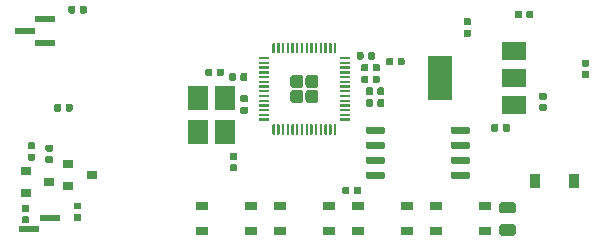
<source format=gbr>
G04 #@! TF.GenerationSoftware,KiCad,Pcbnew,5.1.5+dfsg1-2build2*
G04 #@! TF.CreationDate,2021-11-14T16:11:09+00:00*
G04 #@! TF.ProjectId,picopak,7069636f-7061-46b2-9e6b-696361645f70,rev?*
G04 #@! TF.SameCoordinates,Original*
G04 #@! TF.FileFunction,Paste,Bot*
G04 #@! TF.FilePolarity,Positive*
%FSLAX46Y46*%
G04 Gerber Fmt 4.6, Leading zero omitted, Abs format (unit mm)*
G04 Created by KiCad (PCBNEW 5.1.5+dfsg1-2build2) date 2021-11-14 16:11:09*
%MOMM*%
%LPD*%
G04 APERTURE LIST*
%ADD10R,0.900000X0.800000*%
%ADD11C,0.100000*%
%ADD12R,1.750000X0.600000*%
%ADD13R,0.900000X1.200000*%
%ADD14R,1.800000X2.100000*%
%ADD15R,1.050000X0.650000*%
%ADD16R,2.000000X1.500000*%
%ADD17R,2.000000X3.800000*%
G04 APERTURE END LIST*
D10*
X167000000Y-84100000D03*
X165000000Y-83150000D03*
X165000000Y-85050000D03*
D11*
G36*
X165986958Y-86420710D02*
G01*
X166001276Y-86422834D01*
X166015317Y-86426351D01*
X166028946Y-86431228D01*
X166042031Y-86437417D01*
X166054447Y-86444858D01*
X166066073Y-86453481D01*
X166076798Y-86463202D01*
X166086519Y-86473927D01*
X166095142Y-86485553D01*
X166102583Y-86497969D01*
X166108772Y-86511054D01*
X166113649Y-86524683D01*
X166117166Y-86538724D01*
X166119290Y-86553042D01*
X166120000Y-86567500D01*
X166120000Y-86862500D01*
X166119290Y-86876958D01*
X166117166Y-86891276D01*
X166113649Y-86905317D01*
X166108772Y-86918946D01*
X166102583Y-86932031D01*
X166095142Y-86944447D01*
X166086519Y-86956073D01*
X166076798Y-86966798D01*
X166066073Y-86976519D01*
X166054447Y-86985142D01*
X166042031Y-86992583D01*
X166028946Y-86998772D01*
X166015317Y-87003649D01*
X166001276Y-87007166D01*
X165986958Y-87009290D01*
X165972500Y-87010000D01*
X165627500Y-87010000D01*
X165613042Y-87009290D01*
X165598724Y-87007166D01*
X165584683Y-87003649D01*
X165571054Y-86998772D01*
X165557969Y-86992583D01*
X165545553Y-86985142D01*
X165533927Y-86976519D01*
X165523202Y-86966798D01*
X165513481Y-86956073D01*
X165504858Y-86944447D01*
X165497417Y-86932031D01*
X165491228Y-86918946D01*
X165486351Y-86905317D01*
X165482834Y-86891276D01*
X165480710Y-86876958D01*
X165480000Y-86862500D01*
X165480000Y-86567500D01*
X165480710Y-86553042D01*
X165482834Y-86538724D01*
X165486351Y-86524683D01*
X165491228Y-86511054D01*
X165497417Y-86497969D01*
X165504858Y-86485553D01*
X165513481Y-86473927D01*
X165523202Y-86463202D01*
X165533927Y-86453481D01*
X165545553Y-86444858D01*
X165557969Y-86437417D01*
X165571054Y-86431228D01*
X165584683Y-86426351D01*
X165598724Y-86422834D01*
X165613042Y-86420710D01*
X165627500Y-86420000D01*
X165972500Y-86420000D01*
X165986958Y-86420710D01*
G37*
G36*
X165986958Y-87390710D02*
G01*
X166001276Y-87392834D01*
X166015317Y-87396351D01*
X166028946Y-87401228D01*
X166042031Y-87407417D01*
X166054447Y-87414858D01*
X166066073Y-87423481D01*
X166076798Y-87433202D01*
X166086519Y-87443927D01*
X166095142Y-87455553D01*
X166102583Y-87467969D01*
X166108772Y-87481054D01*
X166113649Y-87494683D01*
X166117166Y-87508724D01*
X166119290Y-87523042D01*
X166120000Y-87537500D01*
X166120000Y-87832500D01*
X166119290Y-87846958D01*
X166117166Y-87861276D01*
X166113649Y-87875317D01*
X166108772Y-87888946D01*
X166102583Y-87902031D01*
X166095142Y-87914447D01*
X166086519Y-87926073D01*
X166076798Y-87936798D01*
X166066073Y-87946519D01*
X166054447Y-87955142D01*
X166042031Y-87962583D01*
X166028946Y-87968772D01*
X166015317Y-87973649D01*
X166001276Y-87977166D01*
X165986958Y-87979290D01*
X165972500Y-87980000D01*
X165627500Y-87980000D01*
X165613042Y-87979290D01*
X165598724Y-87977166D01*
X165584683Y-87973649D01*
X165571054Y-87968772D01*
X165557969Y-87962583D01*
X165545553Y-87955142D01*
X165533927Y-87946519D01*
X165523202Y-87936798D01*
X165513481Y-87926073D01*
X165504858Y-87914447D01*
X165497417Y-87902031D01*
X165491228Y-87888946D01*
X165486351Y-87875317D01*
X165482834Y-87861276D01*
X165480710Y-87846958D01*
X165480000Y-87832500D01*
X165480000Y-87537500D01*
X165480710Y-87523042D01*
X165482834Y-87508724D01*
X165486351Y-87494683D01*
X165491228Y-87481054D01*
X165497417Y-87467969D01*
X165504858Y-87455553D01*
X165513481Y-87443927D01*
X165523202Y-87433202D01*
X165533927Y-87423481D01*
X165545553Y-87414858D01*
X165557969Y-87407417D01*
X165571054Y-87401228D01*
X165584683Y-87396351D01*
X165598724Y-87392834D01*
X165613042Y-87390710D01*
X165627500Y-87390000D01*
X165972500Y-87390000D01*
X165986958Y-87390710D01*
G37*
G36*
X161586958Y-87590710D02*
G01*
X161601276Y-87592834D01*
X161615317Y-87596351D01*
X161628946Y-87601228D01*
X161642031Y-87607417D01*
X161654447Y-87614858D01*
X161666073Y-87623481D01*
X161676798Y-87633202D01*
X161686519Y-87643927D01*
X161695142Y-87655553D01*
X161702583Y-87667969D01*
X161708772Y-87681054D01*
X161713649Y-87694683D01*
X161717166Y-87708724D01*
X161719290Y-87723042D01*
X161720000Y-87737500D01*
X161720000Y-88032500D01*
X161719290Y-88046958D01*
X161717166Y-88061276D01*
X161713649Y-88075317D01*
X161708772Y-88088946D01*
X161702583Y-88102031D01*
X161695142Y-88114447D01*
X161686519Y-88126073D01*
X161676798Y-88136798D01*
X161666073Y-88146519D01*
X161654447Y-88155142D01*
X161642031Y-88162583D01*
X161628946Y-88168772D01*
X161615317Y-88173649D01*
X161601276Y-88177166D01*
X161586958Y-88179290D01*
X161572500Y-88180000D01*
X161227500Y-88180000D01*
X161213042Y-88179290D01*
X161198724Y-88177166D01*
X161184683Y-88173649D01*
X161171054Y-88168772D01*
X161157969Y-88162583D01*
X161145553Y-88155142D01*
X161133927Y-88146519D01*
X161123202Y-88136798D01*
X161113481Y-88126073D01*
X161104858Y-88114447D01*
X161097417Y-88102031D01*
X161091228Y-88088946D01*
X161086351Y-88075317D01*
X161082834Y-88061276D01*
X161080710Y-88046958D01*
X161080000Y-88032500D01*
X161080000Y-87737500D01*
X161080710Y-87723042D01*
X161082834Y-87708724D01*
X161086351Y-87694683D01*
X161091228Y-87681054D01*
X161097417Y-87667969D01*
X161104858Y-87655553D01*
X161113481Y-87643927D01*
X161123202Y-87633202D01*
X161133927Y-87623481D01*
X161145553Y-87614858D01*
X161157969Y-87607417D01*
X161171054Y-87601228D01*
X161184683Y-87596351D01*
X161198724Y-87592834D01*
X161213042Y-87590710D01*
X161227500Y-87590000D01*
X161572500Y-87590000D01*
X161586958Y-87590710D01*
G37*
G36*
X161586958Y-86620710D02*
G01*
X161601276Y-86622834D01*
X161615317Y-86626351D01*
X161628946Y-86631228D01*
X161642031Y-86637417D01*
X161654447Y-86644858D01*
X161666073Y-86653481D01*
X161676798Y-86663202D01*
X161686519Y-86673927D01*
X161695142Y-86685553D01*
X161702583Y-86697969D01*
X161708772Y-86711054D01*
X161713649Y-86724683D01*
X161717166Y-86738724D01*
X161719290Y-86753042D01*
X161720000Y-86767500D01*
X161720000Y-87062500D01*
X161719290Y-87076958D01*
X161717166Y-87091276D01*
X161713649Y-87105317D01*
X161708772Y-87118946D01*
X161702583Y-87132031D01*
X161695142Y-87144447D01*
X161686519Y-87156073D01*
X161676798Y-87166798D01*
X161666073Y-87176519D01*
X161654447Y-87185142D01*
X161642031Y-87192583D01*
X161628946Y-87198772D01*
X161615317Y-87203649D01*
X161601276Y-87207166D01*
X161586958Y-87209290D01*
X161572500Y-87210000D01*
X161227500Y-87210000D01*
X161213042Y-87209290D01*
X161198724Y-87207166D01*
X161184683Y-87203649D01*
X161171054Y-87198772D01*
X161157969Y-87192583D01*
X161145553Y-87185142D01*
X161133927Y-87176519D01*
X161123202Y-87166798D01*
X161113481Y-87156073D01*
X161104858Y-87144447D01*
X161097417Y-87132031D01*
X161091228Y-87118946D01*
X161086351Y-87105317D01*
X161082834Y-87091276D01*
X161080710Y-87076958D01*
X161080000Y-87062500D01*
X161080000Y-86767500D01*
X161080710Y-86753042D01*
X161082834Y-86738724D01*
X161086351Y-86724683D01*
X161091228Y-86711054D01*
X161097417Y-86697969D01*
X161104858Y-86685553D01*
X161113481Y-86673927D01*
X161123202Y-86663202D01*
X161133927Y-86653481D01*
X161145553Y-86644858D01*
X161157969Y-86637417D01*
X161171054Y-86631228D01*
X161184683Y-86626351D01*
X161198724Y-86622834D01*
X161213042Y-86620710D01*
X161227500Y-86620000D01*
X161572500Y-86620000D01*
X161586958Y-86620710D01*
G37*
G36*
X162086958Y-81320710D02*
G01*
X162101276Y-81322834D01*
X162115317Y-81326351D01*
X162128946Y-81331228D01*
X162142031Y-81337417D01*
X162154447Y-81344858D01*
X162166073Y-81353481D01*
X162176798Y-81363202D01*
X162186519Y-81373927D01*
X162195142Y-81385553D01*
X162202583Y-81397969D01*
X162208772Y-81411054D01*
X162213649Y-81424683D01*
X162217166Y-81438724D01*
X162219290Y-81453042D01*
X162220000Y-81467500D01*
X162220000Y-81762500D01*
X162219290Y-81776958D01*
X162217166Y-81791276D01*
X162213649Y-81805317D01*
X162208772Y-81818946D01*
X162202583Y-81832031D01*
X162195142Y-81844447D01*
X162186519Y-81856073D01*
X162176798Y-81866798D01*
X162166073Y-81876519D01*
X162154447Y-81885142D01*
X162142031Y-81892583D01*
X162128946Y-81898772D01*
X162115317Y-81903649D01*
X162101276Y-81907166D01*
X162086958Y-81909290D01*
X162072500Y-81910000D01*
X161727500Y-81910000D01*
X161713042Y-81909290D01*
X161698724Y-81907166D01*
X161684683Y-81903649D01*
X161671054Y-81898772D01*
X161657969Y-81892583D01*
X161645553Y-81885142D01*
X161633927Y-81876519D01*
X161623202Y-81866798D01*
X161613481Y-81856073D01*
X161604858Y-81844447D01*
X161597417Y-81832031D01*
X161591228Y-81818946D01*
X161586351Y-81805317D01*
X161582834Y-81791276D01*
X161580710Y-81776958D01*
X161580000Y-81762500D01*
X161580000Y-81467500D01*
X161580710Y-81453042D01*
X161582834Y-81438724D01*
X161586351Y-81424683D01*
X161591228Y-81411054D01*
X161597417Y-81397969D01*
X161604858Y-81385553D01*
X161613481Y-81373927D01*
X161623202Y-81363202D01*
X161633927Y-81353481D01*
X161645553Y-81344858D01*
X161657969Y-81337417D01*
X161671054Y-81331228D01*
X161684683Y-81326351D01*
X161698724Y-81322834D01*
X161713042Y-81320710D01*
X161727500Y-81320000D01*
X162072500Y-81320000D01*
X162086958Y-81320710D01*
G37*
G36*
X162086958Y-82290710D02*
G01*
X162101276Y-82292834D01*
X162115317Y-82296351D01*
X162128946Y-82301228D01*
X162142031Y-82307417D01*
X162154447Y-82314858D01*
X162166073Y-82323481D01*
X162176798Y-82333202D01*
X162186519Y-82343927D01*
X162195142Y-82355553D01*
X162202583Y-82367969D01*
X162208772Y-82381054D01*
X162213649Y-82394683D01*
X162217166Y-82408724D01*
X162219290Y-82423042D01*
X162220000Y-82437500D01*
X162220000Y-82732500D01*
X162219290Y-82746958D01*
X162217166Y-82761276D01*
X162213649Y-82775317D01*
X162208772Y-82788946D01*
X162202583Y-82802031D01*
X162195142Y-82814447D01*
X162186519Y-82826073D01*
X162176798Y-82836798D01*
X162166073Y-82846519D01*
X162154447Y-82855142D01*
X162142031Y-82862583D01*
X162128946Y-82868772D01*
X162115317Y-82873649D01*
X162101276Y-82877166D01*
X162086958Y-82879290D01*
X162072500Y-82880000D01*
X161727500Y-82880000D01*
X161713042Y-82879290D01*
X161698724Y-82877166D01*
X161684683Y-82873649D01*
X161671054Y-82868772D01*
X161657969Y-82862583D01*
X161645553Y-82855142D01*
X161633927Y-82846519D01*
X161623202Y-82836798D01*
X161613481Y-82826073D01*
X161604858Y-82814447D01*
X161597417Y-82802031D01*
X161591228Y-82788946D01*
X161586351Y-82775317D01*
X161582834Y-82761276D01*
X161580710Y-82746958D01*
X161580000Y-82732500D01*
X161580000Y-82437500D01*
X161580710Y-82423042D01*
X161582834Y-82408724D01*
X161586351Y-82394683D01*
X161591228Y-82381054D01*
X161597417Y-82367969D01*
X161604858Y-82355553D01*
X161613481Y-82343927D01*
X161623202Y-82333202D01*
X161633927Y-82323481D01*
X161645553Y-82314858D01*
X161657969Y-82307417D01*
X161671054Y-82301228D01*
X161684683Y-82296351D01*
X161698724Y-82292834D01*
X161713042Y-82290710D01*
X161727500Y-82290000D01*
X162072500Y-82290000D01*
X162086958Y-82290710D01*
G37*
G36*
X163586958Y-81520710D02*
G01*
X163601276Y-81522834D01*
X163615317Y-81526351D01*
X163628946Y-81531228D01*
X163642031Y-81537417D01*
X163654447Y-81544858D01*
X163666073Y-81553481D01*
X163676798Y-81563202D01*
X163686519Y-81573927D01*
X163695142Y-81585553D01*
X163702583Y-81597969D01*
X163708772Y-81611054D01*
X163713649Y-81624683D01*
X163717166Y-81638724D01*
X163719290Y-81653042D01*
X163720000Y-81667500D01*
X163720000Y-81962500D01*
X163719290Y-81976958D01*
X163717166Y-81991276D01*
X163713649Y-82005317D01*
X163708772Y-82018946D01*
X163702583Y-82032031D01*
X163695142Y-82044447D01*
X163686519Y-82056073D01*
X163676798Y-82066798D01*
X163666073Y-82076519D01*
X163654447Y-82085142D01*
X163642031Y-82092583D01*
X163628946Y-82098772D01*
X163615317Y-82103649D01*
X163601276Y-82107166D01*
X163586958Y-82109290D01*
X163572500Y-82110000D01*
X163227500Y-82110000D01*
X163213042Y-82109290D01*
X163198724Y-82107166D01*
X163184683Y-82103649D01*
X163171054Y-82098772D01*
X163157969Y-82092583D01*
X163145553Y-82085142D01*
X163133927Y-82076519D01*
X163123202Y-82066798D01*
X163113481Y-82056073D01*
X163104858Y-82044447D01*
X163097417Y-82032031D01*
X163091228Y-82018946D01*
X163086351Y-82005317D01*
X163082834Y-81991276D01*
X163080710Y-81976958D01*
X163080000Y-81962500D01*
X163080000Y-81667500D01*
X163080710Y-81653042D01*
X163082834Y-81638724D01*
X163086351Y-81624683D01*
X163091228Y-81611054D01*
X163097417Y-81597969D01*
X163104858Y-81585553D01*
X163113481Y-81573927D01*
X163123202Y-81563202D01*
X163133927Y-81553481D01*
X163145553Y-81544858D01*
X163157969Y-81537417D01*
X163171054Y-81531228D01*
X163184683Y-81526351D01*
X163198724Y-81522834D01*
X163213042Y-81520710D01*
X163227500Y-81520000D01*
X163572500Y-81520000D01*
X163586958Y-81520710D01*
G37*
G36*
X163586958Y-82490710D02*
G01*
X163601276Y-82492834D01*
X163615317Y-82496351D01*
X163628946Y-82501228D01*
X163642031Y-82507417D01*
X163654447Y-82514858D01*
X163666073Y-82523481D01*
X163676798Y-82533202D01*
X163686519Y-82543927D01*
X163695142Y-82555553D01*
X163702583Y-82567969D01*
X163708772Y-82581054D01*
X163713649Y-82594683D01*
X163717166Y-82608724D01*
X163719290Y-82623042D01*
X163720000Y-82637500D01*
X163720000Y-82932500D01*
X163719290Y-82946958D01*
X163717166Y-82961276D01*
X163713649Y-82975317D01*
X163708772Y-82988946D01*
X163702583Y-83002031D01*
X163695142Y-83014447D01*
X163686519Y-83026073D01*
X163676798Y-83036798D01*
X163666073Y-83046519D01*
X163654447Y-83055142D01*
X163642031Y-83062583D01*
X163628946Y-83068772D01*
X163615317Y-83073649D01*
X163601276Y-83077166D01*
X163586958Y-83079290D01*
X163572500Y-83080000D01*
X163227500Y-83080000D01*
X163213042Y-83079290D01*
X163198724Y-83077166D01*
X163184683Y-83073649D01*
X163171054Y-83068772D01*
X163157969Y-83062583D01*
X163145553Y-83055142D01*
X163133927Y-83046519D01*
X163123202Y-83036798D01*
X163113481Y-83026073D01*
X163104858Y-83014447D01*
X163097417Y-83002031D01*
X163091228Y-82988946D01*
X163086351Y-82975317D01*
X163082834Y-82961276D01*
X163080710Y-82946958D01*
X163080000Y-82932500D01*
X163080000Y-82637500D01*
X163080710Y-82623042D01*
X163082834Y-82608724D01*
X163086351Y-82594683D01*
X163091228Y-82581054D01*
X163097417Y-82567969D01*
X163104858Y-82555553D01*
X163113481Y-82543927D01*
X163123202Y-82533202D01*
X163133927Y-82523481D01*
X163145553Y-82514858D01*
X163157969Y-82507417D01*
X163171054Y-82501228D01*
X163184683Y-82496351D01*
X163198724Y-82492834D01*
X163213042Y-82490710D01*
X163227500Y-82490000D01*
X163572500Y-82490000D01*
X163586958Y-82490710D01*
G37*
D10*
X163400000Y-84700000D03*
X161400000Y-83750000D03*
X161400000Y-85650000D03*
D12*
X163475000Y-87700000D03*
X161725000Y-88700000D03*
D13*
X207850000Y-84600000D03*
X204550000Y-84600000D03*
D12*
X161325000Y-71900000D03*
X163075000Y-72900000D03*
X163075000Y-70900000D03*
D11*
G36*
X198986958Y-70820710D02*
G01*
X199001276Y-70822834D01*
X199015317Y-70826351D01*
X199028946Y-70831228D01*
X199042031Y-70837417D01*
X199054447Y-70844858D01*
X199066073Y-70853481D01*
X199076798Y-70863202D01*
X199086519Y-70873927D01*
X199095142Y-70885553D01*
X199102583Y-70897969D01*
X199108772Y-70911054D01*
X199113649Y-70924683D01*
X199117166Y-70938724D01*
X199119290Y-70953042D01*
X199120000Y-70967500D01*
X199120000Y-71262500D01*
X199119290Y-71276958D01*
X199117166Y-71291276D01*
X199113649Y-71305317D01*
X199108772Y-71318946D01*
X199102583Y-71332031D01*
X199095142Y-71344447D01*
X199086519Y-71356073D01*
X199076798Y-71366798D01*
X199066073Y-71376519D01*
X199054447Y-71385142D01*
X199042031Y-71392583D01*
X199028946Y-71398772D01*
X199015317Y-71403649D01*
X199001276Y-71407166D01*
X198986958Y-71409290D01*
X198972500Y-71410000D01*
X198627500Y-71410000D01*
X198613042Y-71409290D01*
X198598724Y-71407166D01*
X198584683Y-71403649D01*
X198571054Y-71398772D01*
X198557969Y-71392583D01*
X198545553Y-71385142D01*
X198533927Y-71376519D01*
X198523202Y-71366798D01*
X198513481Y-71356073D01*
X198504858Y-71344447D01*
X198497417Y-71332031D01*
X198491228Y-71318946D01*
X198486351Y-71305317D01*
X198482834Y-71291276D01*
X198480710Y-71276958D01*
X198480000Y-71262500D01*
X198480000Y-70967500D01*
X198480710Y-70953042D01*
X198482834Y-70938724D01*
X198486351Y-70924683D01*
X198491228Y-70911054D01*
X198497417Y-70897969D01*
X198504858Y-70885553D01*
X198513481Y-70873927D01*
X198523202Y-70863202D01*
X198533927Y-70853481D01*
X198545553Y-70844858D01*
X198557969Y-70837417D01*
X198571054Y-70831228D01*
X198584683Y-70826351D01*
X198598724Y-70822834D01*
X198613042Y-70820710D01*
X198627500Y-70820000D01*
X198972500Y-70820000D01*
X198986958Y-70820710D01*
G37*
G36*
X198986958Y-71790710D02*
G01*
X199001276Y-71792834D01*
X199015317Y-71796351D01*
X199028946Y-71801228D01*
X199042031Y-71807417D01*
X199054447Y-71814858D01*
X199066073Y-71823481D01*
X199076798Y-71833202D01*
X199086519Y-71843927D01*
X199095142Y-71855553D01*
X199102583Y-71867969D01*
X199108772Y-71881054D01*
X199113649Y-71894683D01*
X199117166Y-71908724D01*
X199119290Y-71923042D01*
X199120000Y-71937500D01*
X199120000Y-72232500D01*
X199119290Y-72246958D01*
X199117166Y-72261276D01*
X199113649Y-72275317D01*
X199108772Y-72288946D01*
X199102583Y-72302031D01*
X199095142Y-72314447D01*
X199086519Y-72326073D01*
X199076798Y-72336798D01*
X199066073Y-72346519D01*
X199054447Y-72355142D01*
X199042031Y-72362583D01*
X199028946Y-72368772D01*
X199015317Y-72373649D01*
X199001276Y-72377166D01*
X198986958Y-72379290D01*
X198972500Y-72380000D01*
X198627500Y-72380000D01*
X198613042Y-72379290D01*
X198598724Y-72377166D01*
X198584683Y-72373649D01*
X198571054Y-72368772D01*
X198557969Y-72362583D01*
X198545553Y-72355142D01*
X198533927Y-72346519D01*
X198523202Y-72336798D01*
X198513481Y-72326073D01*
X198504858Y-72314447D01*
X198497417Y-72302031D01*
X198491228Y-72288946D01*
X198486351Y-72275317D01*
X198482834Y-72261276D01*
X198480710Y-72246958D01*
X198480000Y-72232500D01*
X198480000Y-71937500D01*
X198480710Y-71923042D01*
X198482834Y-71908724D01*
X198486351Y-71894683D01*
X198491228Y-71881054D01*
X198497417Y-71867969D01*
X198504858Y-71855553D01*
X198513481Y-71843927D01*
X198523202Y-71833202D01*
X198533927Y-71823481D01*
X198545553Y-71814858D01*
X198557969Y-71807417D01*
X198571054Y-71801228D01*
X198584683Y-71796351D01*
X198598724Y-71792834D01*
X198613042Y-71790710D01*
X198627500Y-71790000D01*
X198972500Y-71790000D01*
X198986958Y-71790710D01*
G37*
G36*
X177076958Y-75080710D02*
G01*
X177091276Y-75082834D01*
X177105317Y-75086351D01*
X177118946Y-75091228D01*
X177132031Y-75097417D01*
X177144447Y-75104858D01*
X177156073Y-75113481D01*
X177166798Y-75123202D01*
X177176519Y-75133927D01*
X177185142Y-75145553D01*
X177192583Y-75157969D01*
X177198772Y-75171054D01*
X177203649Y-75184683D01*
X177207166Y-75198724D01*
X177209290Y-75213042D01*
X177210000Y-75227500D01*
X177210000Y-75572500D01*
X177209290Y-75586958D01*
X177207166Y-75601276D01*
X177203649Y-75615317D01*
X177198772Y-75628946D01*
X177192583Y-75642031D01*
X177185142Y-75654447D01*
X177176519Y-75666073D01*
X177166798Y-75676798D01*
X177156073Y-75686519D01*
X177144447Y-75695142D01*
X177132031Y-75702583D01*
X177118946Y-75708772D01*
X177105317Y-75713649D01*
X177091276Y-75717166D01*
X177076958Y-75719290D01*
X177062500Y-75720000D01*
X176767500Y-75720000D01*
X176753042Y-75719290D01*
X176738724Y-75717166D01*
X176724683Y-75713649D01*
X176711054Y-75708772D01*
X176697969Y-75702583D01*
X176685553Y-75695142D01*
X176673927Y-75686519D01*
X176663202Y-75676798D01*
X176653481Y-75666073D01*
X176644858Y-75654447D01*
X176637417Y-75642031D01*
X176631228Y-75628946D01*
X176626351Y-75615317D01*
X176622834Y-75601276D01*
X176620710Y-75586958D01*
X176620000Y-75572500D01*
X176620000Y-75227500D01*
X176620710Y-75213042D01*
X176622834Y-75198724D01*
X176626351Y-75184683D01*
X176631228Y-75171054D01*
X176637417Y-75157969D01*
X176644858Y-75145553D01*
X176653481Y-75133927D01*
X176663202Y-75123202D01*
X176673927Y-75113481D01*
X176685553Y-75104858D01*
X176697969Y-75097417D01*
X176711054Y-75091228D01*
X176724683Y-75086351D01*
X176738724Y-75082834D01*
X176753042Y-75080710D01*
X176767500Y-75080000D01*
X177062500Y-75080000D01*
X177076958Y-75080710D01*
G37*
G36*
X178046958Y-75080710D02*
G01*
X178061276Y-75082834D01*
X178075317Y-75086351D01*
X178088946Y-75091228D01*
X178102031Y-75097417D01*
X178114447Y-75104858D01*
X178126073Y-75113481D01*
X178136798Y-75123202D01*
X178146519Y-75133927D01*
X178155142Y-75145553D01*
X178162583Y-75157969D01*
X178168772Y-75171054D01*
X178173649Y-75184683D01*
X178177166Y-75198724D01*
X178179290Y-75213042D01*
X178180000Y-75227500D01*
X178180000Y-75572500D01*
X178179290Y-75586958D01*
X178177166Y-75601276D01*
X178173649Y-75615317D01*
X178168772Y-75628946D01*
X178162583Y-75642031D01*
X178155142Y-75654447D01*
X178146519Y-75666073D01*
X178136798Y-75676798D01*
X178126073Y-75686519D01*
X178114447Y-75695142D01*
X178102031Y-75702583D01*
X178088946Y-75708772D01*
X178075317Y-75713649D01*
X178061276Y-75717166D01*
X178046958Y-75719290D01*
X178032500Y-75720000D01*
X177737500Y-75720000D01*
X177723042Y-75719290D01*
X177708724Y-75717166D01*
X177694683Y-75713649D01*
X177681054Y-75708772D01*
X177667969Y-75702583D01*
X177655553Y-75695142D01*
X177643927Y-75686519D01*
X177633202Y-75676798D01*
X177623481Y-75666073D01*
X177614858Y-75654447D01*
X177607417Y-75642031D01*
X177601228Y-75628946D01*
X177596351Y-75615317D01*
X177592834Y-75601276D01*
X177590710Y-75586958D01*
X177590000Y-75572500D01*
X177590000Y-75227500D01*
X177590710Y-75213042D01*
X177592834Y-75198724D01*
X177596351Y-75184683D01*
X177601228Y-75171054D01*
X177607417Y-75157969D01*
X177614858Y-75145553D01*
X177623481Y-75133927D01*
X177633202Y-75123202D01*
X177643927Y-75113481D01*
X177655553Y-75104858D01*
X177667969Y-75097417D01*
X177681054Y-75091228D01*
X177694683Y-75086351D01*
X177708724Y-75082834D01*
X177723042Y-75080710D01*
X177737500Y-75080000D01*
X178032500Y-75080000D01*
X178046958Y-75080710D01*
G37*
G36*
X179186958Y-83190710D02*
G01*
X179201276Y-83192834D01*
X179215317Y-83196351D01*
X179228946Y-83201228D01*
X179242031Y-83207417D01*
X179254447Y-83214858D01*
X179266073Y-83223481D01*
X179276798Y-83233202D01*
X179286519Y-83243927D01*
X179295142Y-83255553D01*
X179302583Y-83267969D01*
X179308772Y-83281054D01*
X179313649Y-83294683D01*
X179317166Y-83308724D01*
X179319290Y-83323042D01*
X179320000Y-83337500D01*
X179320000Y-83632500D01*
X179319290Y-83646958D01*
X179317166Y-83661276D01*
X179313649Y-83675317D01*
X179308772Y-83688946D01*
X179302583Y-83702031D01*
X179295142Y-83714447D01*
X179286519Y-83726073D01*
X179276798Y-83736798D01*
X179266073Y-83746519D01*
X179254447Y-83755142D01*
X179242031Y-83762583D01*
X179228946Y-83768772D01*
X179215317Y-83773649D01*
X179201276Y-83777166D01*
X179186958Y-83779290D01*
X179172500Y-83780000D01*
X178827500Y-83780000D01*
X178813042Y-83779290D01*
X178798724Y-83777166D01*
X178784683Y-83773649D01*
X178771054Y-83768772D01*
X178757969Y-83762583D01*
X178745553Y-83755142D01*
X178733927Y-83746519D01*
X178723202Y-83736798D01*
X178713481Y-83726073D01*
X178704858Y-83714447D01*
X178697417Y-83702031D01*
X178691228Y-83688946D01*
X178686351Y-83675317D01*
X178682834Y-83661276D01*
X178680710Y-83646958D01*
X178680000Y-83632500D01*
X178680000Y-83337500D01*
X178680710Y-83323042D01*
X178682834Y-83308724D01*
X178686351Y-83294683D01*
X178691228Y-83281054D01*
X178697417Y-83267969D01*
X178704858Y-83255553D01*
X178713481Y-83243927D01*
X178723202Y-83233202D01*
X178733927Y-83223481D01*
X178745553Y-83214858D01*
X178757969Y-83207417D01*
X178771054Y-83201228D01*
X178784683Y-83196351D01*
X178798724Y-83192834D01*
X178813042Y-83190710D01*
X178827500Y-83190000D01*
X179172500Y-83190000D01*
X179186958Y-83190710D01*
G37*
G36*
X179186958Y-82220710D02*
G01*
X179201276Y-82222834D01*
X179215317Y-82226351D01*
X179228946Y-82231228D01*
X179242031Y-82237417D01*
X179254447Y-82244858D01*
X179266073Y-82253481D01*
X179276798Y-82263202D01*
X179286519Y-82273927D01*
X179295142Y-82285553D01*
X179302583Y-82297969D01*
X179308772Y-82311054D01*
X179313649Y-82324683D01*
X179317166Y-82338724D01*
X179319290Y-82353042D01*
X179320000Y-82367500D01*
X179320000Y-82662500D01*
X179319290Y-82676958D01*
X179317166Y-82691276D01*
X179313649Y-82705317D01*
X179308772Y-82718946D01*
X179302583Y-82732031D01*
X179295142Y-82744447D01*
X179286519Y-82756073D01*
X179276798Y-82766798D01*
X179266073Y-82776519D01*
X179254447Y-82785142D01*
X179242031Y-82792583D01*
X179228946Y-82798772D01*
X179215317Y-82803649D01*
X179201276Y-82807166D01*
X179186958Y-82809290D01*
X179172500Y-82810000D01*
X178827500Y-82810000D01*
X178813042Y-82809290D01*
X178798724Y-82807166D01*
X178784683Y-82803649D01*
X178771054Y-82798772D01*
X178757969Y-82792583D01*
X178745553Y-82785142D01*
X178733927Y-82776519D01*
X178723202Y-82766798D01*
X178713481Y-82756073D01*
X178704858Y-82744447D01*
X178697417Y-82732031D01*
X178691228Y-82718946D01*
X178686351Y-82705317D01*
X178682834Y-82691276D01*
X178680710Y-82676958D01*
X178680000Y-82662500D01*
X178680000Y-82367500D01*
X178680710Y-82353042D01*
X178682834Y-82338724D01*
X178686351Y-82324683D01*
X178691228Y-82311054D01*
X178697417Y-82297969D01*
X178704858Y-82285553D01*
X178713481Y-82273927D01*
X178723202Y-82263202D01*
X178733927Y-82253481D01*
X178745553Y-82244858D01*
X178757969Y-82237417D01*
X178771054Y-82231228D01*
X178784683Y-82226351D01*
X178798724Y-82222834D01*
X178813042Y-82220710D01*
X178827500Y-82220000D01*
X179172500Y-82220000D01*
X179186958Y-82220710D01*
G37*
G36*
X205386958Y-78090710D02*
G01*
X205401276Y-78092834D01*
X205415317Y-78096351D01*
X205428946Y-78101228D01*
X205442031Y-78107417D01*
X205454447Y-78114858D01*
X205466073Y-78123481D01*
X205476798Y-78133202D01*
X205486519Y-78143927D01*
X205495142Y-78155553D01*
X205502583Y-78167969D01*
X205508772Y-78181054D01*
X205513649Y-78194683D01*
X205517166Y-78208724D01*
X205519290Y-78223042D01*
X205520000Y-78237500D01*
X205520000Y-78532500D01*
X205519290Y-78546958D01*
X205517166Y-78561276D01*
X205513649Y-78575317D01*
X205508772Y-78588946D01*
X205502583Y-78602031D01*
X205495142Y-78614447D01*
X205486519Y-78626073D01*
X205476798Y-78636798D01*
X205466073Y-78646519D01*
X205454447Y-78655142D01*
X205442031Y-78662583D01*
X205428946Y-78668772D01*
X205415317Y-78673649D01*
X205401276Y-78677166D01*
X205386958Y-78679290D01*
X205372500Y-78680000D01*
X205027500Y-78680000D01*
X205013042Y-78679290D01*
X204998724Y-78677166D01*
X204984683Y-78673649D01*
X204971054Y-78668772D01*
X204957969Y-78662583D01*
X204945553Y-78655142D01*
X204933927Y-78646519D01*
X204923202Y-78636798D01*
X204913481Y-78626073D01*
X204904858Y-78614447D01*
X204897417Y-78602031D01*
X204891228Y-78588946D01*
X204886351Y-78575317D01*
X204882834Y-78561276D01*
X204880710Y-78546958D01*
X204880000Y-78532500D01*
X204880000Y-78237500D01*
X204880710Y-78223042D01*
X204882834Y-78208724D01*
X204886351Y-78194683D01*
X204891228Y-78181054D01*
X204897417Y-78167969D01*
X204904858Y-78155553D01*
X204913481Y-78143927D01*
X204923202Y-78133202D01*
X204933927Y-78123481D01*
X204945553Y-78114858D01*
X204957969Y-78107417D01*
X204971054Y-78101228D01*
X204984683Y-78096351D01*
X204998724Y-78092834D01*
X205013042Y-78090710D01*
X205027500Y-78090000D01*
X205372500Y-78090000D01*
X205386958Y-78090710D01*
G37*
G36*
X205386958Y-77120710D02*
G01*
X205401276Y-77122834D01*
X205415317Y-77126351D01*
X205428946Y-77131228D01*
X205442031Y-77137417D01*
X205454447Y-77144858D01*
X205466073Y-77153481D01*
X205476798Y-77163202D01*
X205486519Y-77173927D01*
X205495142Y-77185553D01*
X205502583Y-77197969D01*
X205508772Y-77211054D01*
X205513649Y-77224683D01*
X205517166Y-77238724D01*
X205519290Y-77253042D01*
X205520000Y-77267500D01*
X205520000Y-77562500D01*
X205519290Y-77576958D01*
X205517166Y-77591276D01*
X205513649Y-77605317D01*
X205508772Y-77618946D01*
X205502583Y-77632031D01*
X205495142Y-77644447D01*
X205486519Y-77656073D01*
X205476798Y-77666798D01*
X205466073Y-77676519D01*
X205454447Y-77685142D01*
X205442031Y-77692583D01*
X205428946Y-77698772D01*
X205415317Y-77703649D01*
X205401276Y-77707166D01*
X205386958Y-77709290D01*
X205372500Y-77710000D01*
X205027500Y-77710000D01*
X205013042Y-77709290D01*
X204998724Y-77707166D01*
X204984683Y-77703649D01*
X204971054Y-77698772D01*
X204957969Y-77692583D01*
X204945553Y-77685142D01*
X204933927Y-77676519D01*
X204923202Y-77666798D01*
X204913481Y-77656073D01*
X204904858Y-77644447D01*
X204897417Y-77632031D01*
X204891228Y-77618946D01*
X204886351Y-77605317D01*
X204882834Y-77591276D01*
X204880710Y-77576958D01*
X204880000Y-77562500D01*
X204880000Y-77267500D01*
X204880710Y-77253042D01*
X204882834Y-77238724D01*
X204886351Y-77224683D01*
X204891228Y-77211054D01*
X204897417Y-77197969D01*
X204904858Y-77185553D01*
X204913481Y-77173927D01*
X204923202Y-77163202D01*
X204933927Y-77153481D01*
X204945553Y-77144858D01*
X204957969Y-77137417D01*
X204971054Y-77131228D01*
X204984683Y-77126351D01*
X204998724Y-77122834D01*
X205013042Y-77120710D01*
X205027500Y-77120000D01*
X205372500Y-77120000D01*
X205386958Y-77120710D01*
G37*
G36*
X179076958Y-75480710D02*
G01*
X179091276Y-75482834D01*
X179105317Y-75486351D01*
X179118946Y-75491228D01*
X179132031Y-75497417D01*
X179144447Y-75504858D01*
X179156073Y-75513481D01*
X179166798Y-75523202D01*
X179176519Y-75533927D01*
X179185142Y-75545553D01*
X179192583Y-75557969D01*
X179198772Y-75571054D01*
X179203649Y-75584683D01*
X179207166Y-75598724D01*
X179209290Y-75613042D01*
X179210000Y-75627500D01*
X179210000Y-75972500D01*
X179209290Y-75986958D01*
X179207166Y-76001276D01*
X179203649Y-76015317D01*
X179198772Y-76028946D01*
X179192583Y-76042031D01*
X179185142Y-76054447D01*
X179176519Y-76066073D01*
X179166798Y-76076798D01*
X179156073Y-76086519D01*
X179144447Y-76095142D01*
X179132031Y-76102583D01*
X179118946Y-76108772D01*
X179105317Y-76113649D01*
X179091276Y-76117166D01*
X179076958Y-76119290D01*
X179062500Y-76120000D01*
X178767500Y-76120000D01*
X178753042Y-76119290D01*
X178738724Y-76117166D01*
X178724683Y-76113649D01*
X178711054Y-76108772D01*
X178697969Y-76102583D01*
X178685553Y-76095142D01*
X178673927Y-76086519D01*
X178663202Y-76076798D01*
X178653481Y-76066073D01*
X178644858Y-76054447D01*
X178637417Y-76042031D01*
X178631228Y-76028946D01*
X178626351Y-76015317D01*
X178622834Y-76001276D01*
X178620710Y-75986958D01*
X178620000Y-75972500D01*
X178620000Y-75627500D01*
X178620710Y-75613042D01*
X178622834Y-75598724D01*
X178626351Y-75584683D01*
X178631228Y-75571054D01*
X178637417Y-75557969D01*
X178644858Y-75545553D01*
X178653481Y-75533927D01*
X178663202Y-75523202D01*
X178673927Y-75513481D01*
X178685553Y-75504858D01*
X178697969Y-75497417D01*
X178711054Y-75491228D01*
X178724683Y-75486351D01*
X178738724Y-75482834D01*
X178753042Y-75480710D01*
X178767500Y-75480000D01*
X179062500Y-75480000D01*
X179076958Y-75480710D01*
G37*
G36*
X180046958Y-75480710D02*
G01*
X180061276Y-75482834D01*
X180075317Y-75486351D01*
X180088946Y-75491228D01*
X180102031Y-75497417D01*
X180114447Y-75504858D01*
X180126073Y-75513481D01*
X180136798Y-75523202D01*
X180146519Y-75533927D01*
X180155142Y-75545553D01*
X180162583Y-75557969D01*
X180168772Y-75571054D01*
X180173649Y-75584683D01*
X180177166Y-75598724D01*
X180179290Y-75613042D01*
X180180000Y-75627500D01*
X180180000Y-75972500D01*
X180179290Y-75986958D01*
X180177166Y-76001276D01*
X180173649Y-76015317D01*
X180168772Y-76028946D01*
X180162583Y-76042031D01*
X180155142Y-76054447D01*
X180146519Y-76066073D01*
X180136798Y-76076798D01*
X180126073Y-76086519D01*
X180114447Y-76095142D01*
X180102031Y-76102583D01*
X180088946Y-76108772D01*
X180075317Y-76113649D01*
X180061276Y-76117166D01*
X180046958Y-76119290D01*
X180032500Y-76120000D01*
X179737500Y-76120000D01*
X179723042Y-76119290D01*
X179708724Y-76117166D01*
X179694683Y-76113649D01*
X179681054Y-76108772D01*
X179667969Y-76102583D01*
X179655553Y-76095142D01*
X179643927Y-76086519D01*
X179633202Y-76076798D01*
X179623481Y-76066073D01*
X179614858Y-76054447D01*
X179607417Y-76042031D01*
X179601228Y-76028946D01*
X179596351Y-76015317D01*
X179592834Y-76001276D01*
X179590710Y-75986958D01*
X179590000Y-75972500D01*
X179590000Y-75627500D01*
X179590710Y-75613042D01*
X179592834Y-75598724D01*
X179596351Y-75584683D01*
X179601228Y-75571054D01*
X179607417Y-75557969D01*
X179614858Y-75545553D01*
X179623481Y-75533927D01*
X179633202Y-75523202D01*
X179643927Y-75513481D01*
X179655553Y-75504858D01*
X179667969Y-75497417D01*
X179681054Y-75491228D01*
X179694683Y-75486351D01*
X179708724Y-75482834D01*
X179723042Y-75480710D01*
X179737500Y-75480000D01*
X180032500Y-75480000D01*
X180046958Y-75480710D01*
G37*
G36*
X191646958Y-77680710D02*
G01*
X191661276Y-77682834D01*
X191675317Y-77686351D01*
X191688946Y-77691228D01*
X191702031Y-77697417D01*
X191714447Y-77704858D01*
X191726073Y-77713481D01*
X191736798Y-77723202D01*
X191746519Y-77733927D01*
X191755142Y-77745553D01*
X191762583Y-77757969D01*
X191768772Y-77771054D01*
X191773649Y-77784683D01*
X191777166Y-77798724D01*
X191779290Y-77813042D01*
X191780000Y-77827500D01*
X191780000Y-78172500D01*
X191779290Y-78186958D01*
X191777166Y-78201276D01*
X191773649Y-78215317D01*
X191768772Y-78228946D01*
X191762583Y-78242031D01*
X191755142Y-78254447D01*
X191746519Y-78266073D01*
X191736798Y-78276798D01*
X191726073Y-78286519D01*
X191714447Y-78295142D01*
X191702031Y-78302583D01*
X191688946Y-78308772D01*
X191675317Y-78313649D01*
X191661276Y-78317166D01*
X191646958Y-78319290D01*
X191632500Y-78320000D01*
X191337500Y-78320000D01*
X191323042Y-78319290D01*
X191308724Y-78317166D01*
X191294683Y-78313649D01*
X191281054Y-78308772D01*
X191267969Y-78302583D01*
X191255553Y-78295142D01*
X191243927Y-78286519D01*
X191233202Y-78276798D01*
X191223481Y-78266073D01*
X191214858Y-78254447D01*
X191207417Y-78242031D01*
X191201228Y-78228946D01*
X191196351Y-78215317D01*
X191192834Y-78201276D01*
X191190710Y-78186958D01*
X191190000Y-78172500D01*
X191190000Y-77827500D01*
X191190710Y-77813042D01*
X191192834Y-77798724D01*
X191196351Y-77784683D01*
X191201228Y-77771054D01*
X191207417Y-77757969D01*
X191214858Y-77745553D01*
X191223481Y-77733927D01*
X191233202Y-77723202D01*
X191243927Y-77713481D01*
X191255553Y-77704858D01*
X191267969Y-77697417D01*
X191281054Y-77691228D01*
X191294683Y-77686351D01*
X191308724Y-77682834D01*
X191323042Y-77680710D01*
X191337500Y-77680000D01*
X191632500Y-77680000D01*
X191646958Y-77680710D01*
G37*
G36*
X190676958Y-77680710D02*
G01*
X190691276Y-77682834D01*
X190705317Y-77686351D01*
X190718946Y-77691228D01*
X190732031Y-77697417D01*
X190744447Y-77704858D01*
X190756073Y-77713481D01*
X190766798Y-77723202D01*
X190776519Y-77733927D01*
X190785142Y-77745553D01*
X190792583Y-77757969D01*
X190798772Y-77771054D01*
X190803649Y-77784683D01*
X190807166Y-77798724D01*
X190809290Y-77813042D01*
X190810000Y-77827500D01*
X190810000Y-78172500D01*
X190809290Y-78186958D01*
X190807166Y-78201276D01*
X190803649Y-78215317D01*
X190798772Y-78228946D01*
X190792583Y-78242031D01*
X190785142Y-78254447D01*
X190776519Y-78266073D01*
X190766798Y-78276798D01*
X190756073Y-78286519D01*
X190744447Y-78295142D01*
X190732031Y-78302583D01*
X190718946Y-78308772D01*
X190705317Y-78313649D01*
X190691276Y-78317166D01*
X190676958Y-78319290D01*
X190662500Y-78320000D01*
X190367500Y-78320000D01*
X190353042Y-78319290D01*
X190338724Y-78317166D01*
X190324683Y-78313649D01*
X190311054Y-78308772D01*
X190297969Y-78302583D01*
X190285553Y-78295142D01*
X190273927Y-78286519D01*
X190263202Y-78276798D01*
X190253481Y-78266073D01*
X190244858Y-78254447D01*
X190237417Y-78242031D01*
X190231228Y-78228946D01*
X190226351Y-78215317D01*
X190222834Y-78201276D01*
X190220710Y-78186958D01*
X190220000Y-78172500D01*
X190220000Y-77827500D01*
X190220710Y-77813042D01*
X190222834Y-77798724D01*
X190226351Y-77784683D01*
X190231228Y-77771054D01*
X190237417Y-77757969D01*
X190244858Y-77745553D01*
X190253481Y-77733927D01*
X190263202Y-77723202D01*
X190273927Y-77713481D01*
X190285553Y-77704858D01*
X190297969Y-77697417D01*
X190311054Y-77691228D01*
X190324683Y-77686351D01*
X190338724Y-77682834D01*
X190353042Y-77680710D01*
X190367500Y-77680000D01*
X190662500Y-77680000D01*
X190676958Y-77680710D01*
G37*
G36*
X191246958Y-74680710D02*
G01*
X191261276Y-74682834D01*
X191275317Y-74686351D01*
X191288946Y-74691228D01*
X191302031Y-74697417D01*
X191314447Y-74704858D01*
X191326073Y-74713481D01*
X191336798Y-74723202D01*
X191346519Y-74733927D01*
X191355142Y-74745553D01*
X191362583Y-74757969D01*
X191368772Y-74771054D01*
X191373649Y-74784683D01*
X191377166Y-74798724D01*
X191379290Y-74813042D01*
X191380000Y-74827500D01*
X191380000Y-75172500D01*
X191379290Y-75186958D01*
X191377166Y-75201276D01*
X191373649Y-75215317D01*
X191368772Y-75228946D01*
X191362583Y-75242031D01*
X191355142Y-75254447D01*
X191346519Y-75266073D01*
X191336798Y-75276798D01*
X191326073Y-75286519D01*
X191314447Y-75295142D01*
X191302031Y-75302583D01*
X191288946Y-75308772D01*
X191275317Y-75313649D01*
X191261276Y-75317166D01*
X191246958Y-75319290D01*
X191232500Y-75320000D01*
X190937500Y-75320000D01*
X190923042Y-75319290D01*
X190908724Y-75317166D01*
X190894683Y-75313649D01*
X190881054Y-75308772D01*
X190867969Y-75302583D01*
X190855553Y-75295142D01*
X190843927Y-75286519D01*
X190833202Y-75276798D01*
X190823481Y-75266073D01*
X190814858Y-75254447D01*
X190807417Y-75242031D01*
X190801228Y-75228946D01*
X190796351Y-75215317D01*
X190792834Y-75201276D01*
X190790710Y-75186958D01*
X190790000Y-75172500D01*
X190790000Y-74827500D01*
X190790710Y-74813042D01*
X190792834Y-74798724D01*
X190796351Y-74784683D01*
X190801228Y-74771054D01*
X190807417Y-74757969D01*
X190814858Y-74745553D01*
X190823481Y-74733927D01*
X190833202Y-74723202D01*
X190843927Y-74713481D01*
X190855553Y-74704858D01*
X190867969Y-74697417D01*
X190881054Y-74691228D01*
X190894683Y-74686351D01*
X190908724Y-74682834D01*
X190923042Y-74680710D01*
X190937500Y-74680000D01*
X191232500Y-74680000D01*
X191246958Y-74680710D01*
G37*
G36*
X190276958Y-74680710D02*
G01*
X190291276Y-74682834D01*
X190305317Y-74686351D01*
X190318946Y-74691228D01*
X190332031Y-74697417D01*
X190344447Y-74704858D01*
X190356073Y-74713481D01*
X190366798Y-74723202D01*
X190376519Y-74733927D01*
X190385142Y-74745553D01*
X190392583Y-74757969D01*
X190398772Y-74771054D01*
X190403649Y-74784683D01*
X190407166Y-74798724D01*
X190409290Y-74813042D01*
X190410000Y-74827500D01*
X190410000Y-75172500D01*
X190409290Y-75186958D01*
X190407166Y-75201276D01*
X190403649Y-75215317D01*
X190398772Y-75228946D01*
X190392583Y-75242031D01*
X190385142Y-75254447D01*
X190376519Y-75266073D01*
X190366798Y-75276798D01*
X190356073Y-75286519D01*
X190344447Y-75295142D01*
X190332031Y-75302583D01*
X190318946Y-75308772D01*
X190305317Y-75313649D01*
X190291276Y-75317166D01*
X190276958Y-75319290D01*
X190262500Y-75320000D01*
X189967500Y-75320000D01*
X189953042Y-75319290D01*
X189938724Y-75317166D01*
X189924683Y-75313649D01*
X189911054Y-75308772D01*
X189897969Y-75302583D01*
X189885553Y-75295142D01*
X189873927Y-75286519D01*
X189863202Y-75276798D01*
X189853481Y-75266073D01*
X189844858Y-75254447D01*
X189837417Y-75242031D01*
X189831228Y-75228946D01*
X189826351Y-75215317D01*
X189822834Y-75201276D01*
X189820710Y-75186958D01*
X189820000Y-75172500D01*
X189820000Y-74827500D01*
X189820710Y-74813042D01*
X189822834Y-74798724D01*
X189826351Y-74784683D01*
X189831228Y-74771054D01*
X189837417Y-74757969D01*
X189844858Y-74745553D01*
X189853481Y-74733927D01*
X189863202Y-74723202D01*
X189873927Y-74713481D01*
X189885553Y-74704858D01*
X189897969Y-74697417D01*
X189911054Y-74691228D01*
X189924683Y-74686351D01*
X189938724Y-74682834D01*
X189953042Y-74680710D01*
X189967500Y-74680000D01*
X190262500Y-74680000D01*
X190276958Y-74680710D01*
G37*
G36*
X190846958Y-73680710D02*
G01*
X190861276Y-73682834D01*
X190875317Y-73686351D01*
X190888946Y-73691228D01*
X190902031Y-73697417D01*
X190914447Y-73704858D01*
X190926073Y-73713481D01*
X190936798Y-73723202D01*
X190946519Y-73733927D01*
X190955142Y-73745553D01*
X190962583Y-73757969D01*
X190968772Y-73771054D01*
X190973649Y-73784683D01*
X190977166Y-73798724D01*
X190979290Y-73813042D01*
X190980000Y-73827500D01*
X190980000Y-74172500D01*
X190979290Y-74186958D01*
X190977166Y-74201276D01*
X190973649Y-74215317D01*
X190968772Y-74228946D01*
X190962583Y-74242031D01*
X190955142Y-74254447D01*
X190946519Y-74266073D01*
X190936798Y-74276798D01*
X190926073Y-74286519D01*
X190914447Y-74295142D01*
X190902031Y-74302583D01*
X190888946Y-74308772D01*
X190875317Y-74313649D01*
X190861276Y-74317166D01*
X190846958Y-74319290D01*
X190832500Y-74320000D01*
X190537500Y-74320000D01*
X190523042Y-74319290D01*
X190508724Y-74317166D01*
X190494683Y-74313649D01*
X190481054Y-74308772D01*
X190467969Y-74302583D01*
X190455553Y-74295142D01*
X190443927Y-74286519D01*
X190433202Y-74276798D01*
X190423481Y-74266073D01*
X190414858Y-74254447D01*
X190407417Y-74242031D01*
X190401228Y-74228946D01*
X190396351Y-74215317D01*
X190392834Y-74201276D01*
X190390710Y-74186958D01*
X190390000Y-74172500D01*
X190390000Y-73827500D01*
X190390710Y-73813042D01*
X190392834Y-73798724D01*
X190396351Y-73784683D01*
X190401228Y-73771054D01*
X190407417Y-73757969D01*
X190414858Y-73745553D01*
X190423481Y-73733927D01*
X190433202Y-73723202D01*
X190443927Y-73713481D01*
X190455553Y-73704858D01*
X190467969Y-73697417D01*
X190481054Y-73691228D01*
X190494683Y-73686351D01*
X190508724Y-73682834D01*
X190523042Y-73680710D01*
X190537500Y-73680000D01*
X190832500Y-73680000D01*
X190846958Y-73680710D01*
G37*
G36*
X189876958Y-73680710D02*
G01*
X189891276Y-73682834D01*
X189905317Y-73686351D01*
X189918946Y-73691228D01*
X189932031Y-73697417D01*
X189944447Y-73704858D01*
X189956073Y-73713481D01*
X189966798Y-73723202D01*
X189976519Y-73733927D01*
X189985142Y-73745553D01*
X189992583Y-73757969D01*
X189998772Y-73771054D01*
X190003649Y-73784683D01*
X190007166Y-73798724D01*
X190009290Y-73813042D01*
X190010000Y-73827500D01*
X190010000Y-74172500D01*
X190009290Y-74186958D01*
X190007166Y-74201276D01*
X190003649Y-74215317D01*
X189998772Y-74228946D01*
X189992583Y-74242031D01*
X189985142Y-74254447D01*
X189976519Y-74266073D01*
X189966798Y-74276798D01*
X189956073Y-74286519D01*
X189944447Y-74295142D01*
X189932031Y-74302583D01*
X189918946Y-74308772D01*
X189905317Y-74313649D01*
X189891276Y-74317166D01*
X189876958Y-74319290D01*
X189862500Y-74320000D01*
X189567500Y-74320000D01*
X189553042Y-74319290D01*
X189538724Y-74317166D01*
X189524683Y-74313649D01*
X189511054Y-74308772D01*
X189497969Y-74302583D01*
X189485553Y-74295142D01*
X189473927Y-74286519D01*
X189463202Y-74276798D01*
X189453481Y-74266073D01*
X189444858Y-74254447D01*
X189437417Y-74242031D01*
X189431228Y-74228946D01*
X189426351Y-74215317D01*
X189422834Y-74201276D01*
X189420710Y-74186958D01*
X189420000Y-74172500D01*
X189420000Y-73827500D01*
X189420710Y-73813042D01*
X189422834Y-73798724D01*
X189426351Y-73784683D01*
X189431228Y-73771054D01*
X189437417Y-73757969D01*
X189444858Y-73745553D01*
X189453481Y-73733927D01*
X189463202Y-73723202D01*
X189473927Y-73713481D01*
X189485553Y-73704858D01*
X189497969Y-73697417D01*
X189511054Y-73691228D01*
X189524683Y-73686351D01*
X189538724Y-73682834D01*
X189553042Y-73680710D01*
X189567500Y-73680000D01*
X189862500Y-73680000D01*
X189876958Y-73680710D01*
G37*
G36*
X165246958Y-78080710D02*
G01*
X165261276Y-78082834D01*
X165275317Y-78086351D01*
X165288946Y-78091228D01*
X165302031Y-78097417D01*
X165314447Y-78104858D01*
X165326073Y-78113481D01*
X165336798Y-78123202D01*
X165346519Y-78133927D01*
X165355142Y-78145553D01*
X165362583Y-78157969D01*
X165368772Y-78171054D01*
X165373649Y-78184683D01*
X165377166Y-78198724D01*
X165379290Y-78213042D01*
X165380000Y-78227500D01*
X165380000Y-78572500D01*
X165379290Y-78586958D01*
X165377166Y-78601276D01*
X165373649Y-78615317D01*
X165368772Y-78628946D01*
X165362583Y-78642031D01*
X165355142Y-78654447D01*
X165346519Y-78666073D01*
X165336798Y-78676798D01*
X165326073Y-78686519D01*
X165314447Y-78695142D01*
X165302031Y-78702583D01*
X165288946Y-78708772D01*
X165275317Y-78713649D01*
X165261276Y-78717166D01*
X165246958Y-78719290D01*
X165232500Y-78720000D01*
X164937500Y-78720000D01*
X164923042Y-78719290D01*
X164908724Y-78717166D01*
X164894683Y-78713649D01*
X164881054Y-78708772D01*
X164867969Y-78702583D01*
X164855553Y-78695142D01*
X164843927Y-78686519D01*
X164833202Y-78676798D01*
X164823481Y-78666073D01*
X164814858Y-78654447D01*
X164807417Y-78642031D01*
X164801228Y-78628946D01*
X164796351Y-78615317D01*
X164792834Y-78601276D01*
X164790710Y-78586958D01*
X164790000Y-78572500D01*
X164790000Y-78227500D01*
X164790710Y-78213042D01*
X164792834Y-78198724D01*
X164796351Y-78184683D01*
X164801228Y-78171054D01*
X164807417Y-78157969D01*
X164814858Y-78145553D01*
X164823481Y-78133927D01*
X164833202Y-78123202D01*
X164843927Y-78113481D01*
X164855553Y-78104858D01*
X164867969Y-78097417D01*
X164881054Y-78091228D01*
X164894683Y-78086351D01*
X164908724Y-78082834D01*
X164923042Y-78080710D01*
X164937500Y-78080000D01*
X165232500Y-78080000D01*
X165246958Y-78080710D01*
G37*
G36*
X164276958Y-78080710D02*
G01*
X164291276Y-78082834D01*
X164305317Y-78086351D01*
X164318946Y-78091228D01*
X164332031Y-78097417D01*
X164344447Y-78104858D01*
X164356073Y-78113481D01*
X164366798Y-78123202D01*
X164376519Y-78133927D01*
X164385142Y-78145553D01*
X164392583Y-78157969D01*
X164398772Y-78171054D01*
X164403649Y-78184683D01*
X164407166Y-78198724D01*
X164409290Y-78213042D01*
X164410000Y-78227500D01*
X164410000Y-78572500D01*
X164409290Y-78586958D01*
X164407166Y-78601276D01*
X164403649Y-78615317D01*
X164398772Y-78628946D01*
X164392583Y-78642031D01*
X164385142Y-78654447D01*
X164376519Y-78666073D01*
X164366798Y-78676798D01*
X164356073Y-78686519D01*
X164344447Y-78695142D01*
X164332031Y-78702583D01*
X164318946Y-78708772D01*
X164305317Y-78713649D01*
X164291276Y-78717166D01*
X164276958Y-78719290D01*
X164262500Y-78720000D01*
X163967500Y-78720000D01*
X163953042Y-78719290D01*
X163938724Y-78717166D01*
X163924683Y-78713649D01*
X163911054Y-78708772D01*
X163897969Y-78702583D01*
X163885553Y-78695142D01*
X163873927Y-78686519D01*
X163863202Y-78676798D01*
X163853481Y-78666073D01*
X163844858Y-78654447D01*
X163837417Y-78642031D01*
X163831228Y-78628946D01*
X163826351Y-78615317D01*
X163822834Y-78601276D01*
X163820710Y-78586958D01*
X163820000Y-78572500D01*
X163820000Y-78227500D01*
X163820710Y-78213042D01*
X163822834Y-78198724D01*
X163826351Y-78184683D01*
X163831228Y-78171054D01*
X163837417Y-78157969D01*
X163844858Y-78145553D01*
X163853481Y-78133927D01*
X163863202Y-78123202D01*
X163873927Y-78113481D01*
X163885553Y-78104858D01*
X163897969Y-78097417D01*
X163911054Y-78091228D01*
X163924683Y-78086351D01*
X163938724Y-78082834D01*
X163953042Y-78080710D01*
X163967500Y-78080000D01*
X164262500Y-78080000D01*
X164276958Y-78080710D01*
G37*
G36*
X193346958Y-74180710D02*
G01*
X193361276Y-74182834D01*
X193375317Y-74186351D01*
X193388946Y-74191228D01*
X193402031Y-74197417D01*
X193414447Y-74204858D01*
X193426073Y-74213481D01*
X193436798Y-74223202D01*
X193446519Y-74233927D01*
X193455142Y-74245553D01*
X193462583Y-74257969D01*
X193468772Y-74271054D01*
X193473649Y-74284683D01*
X193477166Y-74298724D01*
X193479290Y-74313042D01*
X193480000Y-74327500D01*
X193480000Y-74672500D01*
X193479290Y-74686958D01*
X193477166Y-74701276D01*
X193473649Y-74715317D01*
X193468772Y-74728946D01*
X193462583Y-74742031D01*
X193455142Y-74754447D01*
X193446519Y-74766073D01*
X193436798Y-74776798D01*
X193426073Y-74786519D01*
X193414447Y-74795142D01*
X193402031Y-74802583D01*
X193388946Y-74808772D01*
X193375317Y-74813649D01*
X193361276Y-74817166D01*
X193346958Y-74819290D01*
X193332500Y-74820000D01*
X193037500Y-74820000D01*
X193023042Y-74819290D01*
X193008724Y-74817166D01*
X192994683Y-74813649D01*
X192981054Y-74808772D01*
X192967969Y-74802583D01*
X192955553Y-74795142D01*
X192943927Y-74786519D01*
X192933202Y-74776798D01*
X192923481Y-74766073D01*
X192914858Y-74754447D01*
X192907417Y-74742031D01*
X192901228Y-74728946D01*
X192896351Y-74715317D01*
X192892834Y-74701276D01*
X192890710Y-74686958D01*
X192890000Y-74672500D01*
X192890000Y-74327500D01*
X192890710Y-74313042D01*
X192892834Y-74298724D01*
X192896351Y-74284683D01*
X192901228Y-74271054D01*
X192907417Y-74257969D01*
X192914858Y-74245553D01*
X192923481Y-74233927D01*
X192933202Y-74223202D01*
X192943927Y-74213481D01*
X192955553Y-74204858D01*
X192967969Y-74197417D01*
X192981054Y-74191228D01*
X192994683Y-74186351D01*
X193008724Y-74182834D01*
X193023042Y-74180710D01*
X193037500Y-74180000D01*
X193332500Y-74180000D01*
X193346958Y-74180710D01*
G37*
G36*
X192376958Y-74180710D02*
G01*
X192391276Y-74182834D01*
X192405317Y-74186351D01*
X192418946Y-74191228D01*
X192432031Y-74197417D01*
X192444447Y-74204858D01*
X192456073Y-74213481D01*
X192466798Y-74223202D01*
X192476519Y-74233927D01*
X192485142Y-74245553D01*
X192492583Y-74257969D01*
X192498772Y-74271054D01*
X192503649Y-74284683D01*
X192507166Y-74298724D01*
X192509290Y-74313042D01*
X192510000Y-74327500D01*
X192510000Y-74672500D01*
X192509290Y-74686958D01*
X192507166Y-74701276D01*
X192503649Y-74715317D01*
X192498772Y-74728946D01*
X192492583Y-74742031D01*
X192485142Y-74754447D01*
X192476519Y-74766073D01*
X192466798Y-74776798D01*
X192456073Y-74786519D01*
X192444447Y-74795142D01*
X192432031Y-74802583D01*
X192418946Y-74808772D01*
X192405317Y-74813649D01*
X192391276Y-74817166D01*
X192376958Y-74819290D01*
X192362500Y-74820000D01*
X192067500Y-74820000D01*
X192053042Y-74819290D01*
X192038724Y-74817166D01*
X192024683Y-74813649D01*
X192011054Y-74808772D01*
X191997969Y-74802583D01*
X191985553Y-74795142D01*
X191973927Y-74786519D01*
X191963202Y-74776798D01*
X191953481Y-74766073D01*
X191944858Y-74754447D01*
X191937417Y-74742031D01*
X191931228Y-74728946D01*
X191926351Y-74715317D01*
X191922834Y-74701276D01*
X191920710Y-74686958D01*
X191920000Y-74672500D01*
X191920000Y-74327500D01*
X191920710Y-74313042D01*
X191922834Y-74298724D01*
X191926351Y-74284683D01*
X191931228Y-74271054D01*
X191937417Y-74257969D01*
X191944858Y-74245553D01*
X191953481Y-74233927D01*
X191963202Y-74223202D01*
X191973927Y-74213481D01*
X191985553Y-74204858D01*
X191997969Y-74197417D01*
X192011054Y-74191228D01*
X192024683Y-74186351D01*
X192038724Y-74182834D01*
X192053042Y-74180710D01*
X192067500Y-74180000D01*
X192362500Y-74180000D01*
X192376958Y-74180710D01*
G37*
G36*
X189646958Y-85080710D02*
G01*
X189661276Y-85082834D01*
X189675317Y-85086351D01*
X189688946Y-85091228D01*
X189702031Y-85097417D01*
X189714447Y-85104858D01*
X189726073Y-85113481D01*
X189736798Y-85123202D01*
X189746519Y-85133927D01*
X189755142Y-85145553D01*
X189762583Y-85157969D01*
X189768772Y-85171054D01*
X189773649Y-85184683D01*
X189777166Y-85198724D01*
X189779290Y-85213042D01*
X189780000Y-85227500D01*
X189780000Y-85572500D01*
X189779290Y-85586958D01*
X189777166Y-85601276D01*
X189773649Y-85615317D01*
X189768772Y-85628946D01*
X189762583Y-85642031D01*
X189755142Y-85654447D01*
X189746519Y-85666073D01*
X189736798Y-85676798D01*
X189726073Y-85686519D01*
X189714447Y-85695142D01*
X189702031Y-85702583D01*
X189688946Y-85708772D01*
X189675317Y-85713649D01*
X189661276Y-85717166D01*
X189646958Y-85719290D01*
X189632500Y-85720000D01*
X189337500Y-85720000D01*
X189323042Y-85719290D01*
X189308724Y-85717166D01*
X189294683Y-85713649D01*
X189281054Y-85708772D01*
X189267969Y-85702583D01*
X189255553Y-85695142D01*
X189243927Y-85686519D01*
X189233202Y-85676798D01*
X189223481Y-85666073D01*
X189214858Y-85654447D01*
X189207417Y-85642031D01*
X189201228Y-85628946D01*
X189196351Y-85615317D01*
X189192834Y-85601276D01*
X189190710Y-85586958D01*
X189190000Y-85572500D01*
X189190000Y-85227500D01*
X189190710Y-85213042D01*
X189192834Y-85198724D01*
X189196351Y-85184683D01*
X189201228Y-85171054D01*
X189207417Y-85157969D01*
X189214858Y-85145553D01*
X189223481Y-85133927D01*
X189233202Y-85123202D01*
X189243927Y-85113481D01*
X189255553Y-85104858D01*
X189267969Y-85097417D01*
X189281054Y-85091228D01*
X189294683Y-85086351D01*
X189308724Y-85082834D01*
X189323042Y-85080710D01*
X189337500Y-85080000D01*
X189632500Y-85080000D01*
X189646958Y-85080710D01*
G37*
G36*
X188676958Y-85080710D02*
G01*
X188691276Y-85082834D01*
X188705317Y-85086351D01*
X188718946Y-85091228D01*
X188732031Y-85097417D01*
X188744447Y-85104858D01*
X188756073Y-85113481D01*
X188766798Y-85123202D01*
X188776519Y-85133927D01*
X188785142Y-85145553D01*
X188792583Y-85157969D01*
X188798772Y-85171054D01*
X188803649Y-85184683D01*
X188807166Y-85198724D01*
X188809290Y-85213042D01*
X188810000Y-85227500D01*
X188810000Y-85572500D01*
X188809290Y-85586958D01*
X188807166Y-85601276D01*
X188803649Y-85615317D01*
X188798772Y-85628946D01*
X188792583Y-85642031D01*
X188785142Y-85654447D01*
X188776519Y-85666073D01*
X188766798Y-85676798D01*
X188756073Y-85686519D01*
X188744447Y-85695142D01*
X188732031Y-85702583D01*
X188718946Y-85708772D01*
X188705317Y-85713649D01*
X188691276Y-85717166D01*
X188676958Y-85719290D01*
X188662500Y-85720000D01*
X188367500Y-85720000D01*
X188353042Y-85719290D01*
X188338724Y-85717166D01*
X188324683Y-85713649D01*
X188311054Y-85708772D01*
X188297969Y-85702583D01*
X188285553Y-85695142D01*
X188273927Y-85686519D01*
X188263202Y-85676798D01*
X188253481Y-85666073D01*
X188244858Y-85654447D01*
X188237417Y-85642031D01*
X188231228Y-85628946D01*
X188226351Y-85615317D01*
X188222834Y-85601276D01*
X188220710Y-85586958D01*
X188220000Y-85572500D01*
X188220000Y-85227500D01*
X188220710Y-85213042D01*
X188222834Y-85198724D01*
X188226351Y-85184683D01*
X188231228Y-85171054D01*
X188237417Y-85157969D01*
X188244858Y-85145553D01*
X188253481Y-85133927D01*
X188263202Y-85123202D01*
X188273927Y-85113481D01*
X188285553Y-85104858D01*
X188297969Y-85097417D01*
X188311054Y-85091228D01*
X188324683Y-85086351D01*
X188338724Y-85082834D01*
X188353042Y-85080710D01*
X188367500Y-85080000D01*
X188662500Y-85080000D01*
X188676958Y-85080710D01*
G37*
G36*
X208986958Y-74320710D02*
G01*
X209001276Y-74322834D01*
X209015317Y-74326351D01*
X209028946Y-74331228D01*
X209042031Y-74337417D01*
X209054447Y-74344858D01*
X209066073Y-74353481D01*
X209076798Y-74363202D01*
X209086519Y-74373927D01*
X209095142Y-74385553D01*
X209102583Y-74397969D01*
X209108772Y-74411054D01*
X209113649Y-74424683D01*
X209117166Y-74438724D01*
X209119290Y-74453042D01*
X209120000Y-74467500D01*
X209120000Y-74762500D01*
X209119290Y-74776958D01*
X209117166Y-74791276D01*
X209113649Y-74805317D01*
X209108772Y-74818946D01*
X209102583Y-74832031D01*
X209095142Y-74844447D01*
X209086519Y-74856073D01*
X209076798Y-74866798D01*
X209066073Y-74876519D01*
X209054447Y-74885142D01*
X209042031Y-74892583D01*
X209028946Y-74898772D01*
X209015317Y-74903649D01*
X209001276Y-74907166D01*
X208986958Y-74909290D01*
X208972500Y-74910000D01*
X208627500Y-74910000D01*
X208613042Y-74909290D01*
X208598724Y-74907166D01*
X208584683Y-74903649D01*
X208571054Y-74898772D01*
X208557969Y-74892583D01*
X208545553Y-74885142D01*
X208533927Y-74876519D01*
X208523202Y-74866798D01*
X208513481Y-74856073D01*
X208504858Y-74844447D01*
X208497417Y-74832031D01*
X208491228Y-74818946D01*
X208486351Y-74805317D01*
X208482834Y-74791276D01*
X208480710Y-74776958D01*
X208480000Y-74762500D01*
X208480000Y-74467500D01*
X208480710Y-74453042D01*
X208482834Y-74438724D01*
X208486351Y-74424683D01*
X208491228Y-74411054D01*
X208497417Y-74397969D01*
X208504858Y-74385553D01*
X208513481Y-74373927D01*
X208523202Y-74363202D01*
X208533927Y-74353481D01*
X208545553Y-74344858D01*
X208557969Y-74337417D01*
X208571054Y-74331228D01*
X208584683Y-74326351D01*
X208598724Y-74322834D01*
X208613042Y-74320710D01*
X208627500Y-74320000D01*
X208972500Y-74320000D01*
X208986958Y-74320710D01*
G37*
G36*
X208986958Y-75290710D02*
G01*
X209001276Y-75292834D01*
X209015317Y-75296351D01*
X209028946Y-75301228D01*
X209042031Y-75307417D01*
X209054447Y-75314858D01*
X209066073Y-75323481D01*
X209076798Y-75333202D01*
X209086519Y-75343927D01*
X209095142Y-75355553D01*
X209102583Y-75367969D01*
X209108772Y-75381054D01*
X209113649Y-75394683D01*
X209117166Y-75408724D01*
X209119290Y-75423042D01*
X209120000Y-75437500D01*
X209120000Y-75732500D01*
X209119290Y-75746958D01*
X209117166Y-75761276D01*
X209113649Y-75775317D01*
X209108772Y-75788946D01*
X209102583Y-75802031D01*
X209095142Y-75814447D01*
X209086519Y-75826073D01*
X209076798Y-75836798D01*
X209066073Y-75846519D01*
X209054447Y-75855142D01*
X209042031Y-75862583D01*
X209028946Y-75868772D01*
X209015317Y-75873649D01*
X209001276Y-75877166D01*
X208986958Y-75879290D01*
X208972500Y-75880000D01*
X208627500Y-75880000D01*
X208613042Y-75879290D01*
X208598724Y-75877166D01*
X208584683Y-75873649D01*
X208571054Y-75868772D01*
X208557969Y-75862583D01*
X208545553Y-75855142D01*
X208533927Y-75846519D01*
X208523202Y-75836798D01*
X208513481Y-75826073D01*
X208504858Y-75814447D01*
X208497417Y-75802031D01*
X208491228Y-75788946D01*
X208486351Y-75775317D01*
X208482834Y-75761276D01*
X208480710Y-75746958D01*
X208480000Y-75732500D01*
X208480000Y-75437500D01*
X208480710Y-75423042D01*
X208482834Y-75408724D01*
X208486351Y-75394683D01*
X208491228Y-75381054D01*
X208497417Y-75367969D01*
X208504858Y-75355553D01*
X208513481Y-75343927D01*
X208523202Y-75333202D01*
X208533927Y-75323481D01*
X208545553Y-75314858D01*
X208557969Y-75307417D01*
X208571054Y-75301228D01*
X208584683Y-75296351D01*
X208598724Y-75292834D01*
X208613042Y-75290710D01*
X208627500Y-75290000D01*
X208972500Y-75290000D01*
X208986958Y-75290710D01*
G37*
G36*
X166446958Y-69780710D02*
G01*
X166461276Y-69782834D01*
X166475317Y-69786351D01*
X166488946Y-69791228D01*
X166502031Y-69797417D01*
X166514447Y-69804858D01*
X166526073Y-69813481D01*
X166536798Y-69823202D01*
X166546519Y-69833927D01*
X166555142Y-69845553D01*
X166562583Y-69857969D01*
X166568772Y-69871054D01*
X166573649Y-69884683D01*
X166577166Y-69898724D01*
X166579290Y-69913042D01*
X166580000Y-69927500D01*
X166580000Y-70272500D01*
X166579290Y-70286958D01*
X166577166Y-70301276D01*
X166573649Y-70315317D01*
X166568772Y-70328946D01*
X166562583Y-70342031D01*
X166555142Y-70354447D01*
X166546519Y-70366073D01*
X166536798Y-70376798D01*
X166526073Y-70386519D01*
X166514447Y-70395142D01*
X166502031Y-70402583D01*
X166488946Y-70408772D01*
X166475317Y-70413649D01*
X166461276Y-70417166D01*
X166446958Y-70419290D01*
X166432500Y-70420000D01*
X166137500Y-70420000D01*
X166123042Y-70419290D01*
X166108724Y-70417166D01*
X166094683Y-70413649D01*
X166081054Y-70408772D01*
X166067969Y-70402583D01*
X166055553Y-70395142D01*
X166043927Y-70386519D01*
X166033202Y-70376798D01*
X166023481Y-70366073D01*
X166014858Y-70354447D01*
X166007417Y-70342031D01*
X166001228Y-70328946D01*
X165996351Y-70315317D01*
X165992834Y-70301276D01*
X165990710Y-70286958D01*
X165990000Y-70272500D01*
X165990000Y-69927500D01*
X165990710Y-69913042D01*
X165992834Y-69898724D01*
X165996351Y-69884683D01*
X166001228Y-69871054D01*
X166007417Y-69857969D01*
X166014858Y-69845553D01*
X166023481Y-69833927D01*
X166033202Y-69823202D01*
X166043927Y-69813481D01*
X166055553Y-69804858D01*
X166067969Y-69797417D01*
X166081054Y-69791228D01*
X166094683Y-69786351D01*
X166108724Y-69782834D01*
X166123042Y-69780710D01*
X166137500Y-69780000D01*
X166432500Y-69780000D01*
X166446958Y-69780710D01*
G37*
G36*
X165476958Y-69780710D02*
G01*
X165491276Y-69782834D01*
X165505317Y-69786351D01*
X165518946Y-69791228D01*
X165532031Y-69797417D01*
X165544447Y-69804858D01*
X165556073Y-69813481D01*
X165566798Y-69823202D01*
X165576519Y-69833927D01*
X165585142Y-69845553D01*
X165592583Y-69857969D01*
X165598772Y-69871054D01*
X165603649Y-69884683D01*
X165607166Y-69898724D01*
X165609290Y-69913042D01*
X165610000Y-69927500D01*
X165610000Y-70272500D01*
X165609290Y-70286958D01*
X165607166Y-70301276D01*
X165603649Y-70315317D01*
X165598772Y-70328946D01*
X165592583Y-70342031D01*
X165585142Y-70354447D01*
X165576519Y-70366073D01*
X165566798Y-70376798D01*
X165556073Y-70386519D01*
X165544447Y-70395142D01*
X165532031Y-70402583D01*
X165518946Y-70408772D01*
X165505317Y-70413649D01*
X165491276Y-70417166D01*
X165476958Y-70419290D01*
X165462500Y-70420000D01*
X165167500Y-70420000D01*
X165153042Y-70419290D01*
X165138724Y-70417166D01*
X165124683Y-70413649D01*
X165111054Y-70408772D01*
X165097969Y-70402583D01*
X165085553Y-70395142D01*
X165073927Y-70386519D01*
X165063202Y-70376798D01*
X165053481Y-70366073D01*
X165044858Y-70354447D01*
X165037417Y-70342031D01*
X165031228Y-70328946D01*
X165026351Y-70315317D01*
X165022834Y-70301276D01*
X165020710Y-70286958D01*
X165020000Y-70272500D01*
X165020000Y-69927500D01*
X165020710Y-69913042D01*
X165022834Y-69898724D01*
X165026351Y-69884683D01*
X165031228Y-69871054D01*
X165037417Y-69857969D01*
X165044858Y-69845553D01*
X165053481Y-69833927D01*
X165063202Y-69823202D01*
X165073927Y-69813481D01*
X165085553Y-69804858D01*
X165097969Y-69797417D01*
X165111054Y-69791228D01*
X165124683Y-69786351D01*
X165138724Y-69782834D01*
X165153042Y-69780710D01*
X165167500Y-69780000D01*
X165462500Y-69780000D01*
X165476958Y-69780710D01*
G37*
G36*
X203276958Y-70180710D02*
G01*
X203291276Y-70182834D01*
X203305317Y-70186351D01*
X203318946Y-70191228D01*
X203332031Y-70197417D01*
X203344447Y-70204858D01*
X203356073Y-70213481D01*
X203366798Y-70223202D01*
X203376519Y-70233927D01*
X203385142Y-70245553D01*
X203392583Y-70257969D01*
X203398772Y-70271054D01*
X203403649Y-70284683D01*
X203407166Y-70298724D01*
X203409290Y-70313042D01*
X203410000Y-70327500D01*
X203410000Y-70672500D01*
X203409290Y-70686958D01*
X203407166Y-70701276D01*
X203403649Y-70715317D01*
X203398772Y-70728946D01*
X203392583Y-70742031D01*
X203385142Y-70754447D01*
X203376519Y-70766073D01*
X203366798Y-70776798D01*
X203356073Y-70786519D01*
X203344447Y-70795142D01*
X203332031Y-70802583D01*
X203318946Y-70808772D01*
X203305317Y-70813649D01*
X203291276Y-70817166D01*
X203276958Y-70819290D01*
X203262500Y-70820000D01*
X202967500Y-70820000D01*
X202953042Y-70819290D01*
X202938724Y-70817166D01*
X202924683Y-70813649D01*
X202911054Y-70808772D01*
X202897969Y-70802583D01*
X202885553Y-70795142D01*
X202873927Y-70786519D01*
X202863202Y-70776798D01*
X202853481Y-70766073D01*
X202844858Y-70754447D01*
X202837417Y-70742031D01*
X202831228Y-70728946D01*
X202826351Y-70715317D01*
X202822834Y-70701276D01*
X202820710Y-70686958D01*
X202820000Y-70672500D01*
X202820000Y-70327500D01*
X202820710Y-70313042D01*
X202822834Y-70298724D01*
X202826351Y-70284683D01*
X202831228Y-70271054D01*
X202837417Y-70257969D01*
X202844858Y-70245553D01*
X202853481Y-70233927D01*
X202863202Y-70223202D01*
X202873927Y-70213481D01*
X202885553Y-70204858D01*
X202897969Y-70197417D01*
X202911054Y-70191228D01*
X202924683Y-70186351D01*
X202938724Y-70182834D01*
X202953042Y-70180710D01*
X202967500Y-70180000D01*
X203262500Y-70180000D01*
X203276958Y-70180710D01*
G37*
G36*
X204246958Y-70180710D02*
G01*
X204261276Y-70182834D01*
X204275317Y-70186351D01*
X204288946Y-70191228D01*
X204302031Y-70197417D01*
X204314447Y-70204858D01*
X204326073Y-70213481D01*
X204336798Y-70223202D01*
X204346519Y-70233927D01*
X204355142Y-70245553D01*
X204362583Y-70257969D01*
X204368772Y-70271054D01*
X204373649Y-70284683D01*
X204377166Y-70298724D01*
X204379290Y-70313042D01*
X204380000Y-70327500D01*
X204380000Y-70672500D01*
X204379290Y-70686958D01*
X204377166Y-70701276D01*
X204373649Y-70715317D01*
X204368772Y-70728946D01*
X204362583Y-70742031D01*
X204355142Y-70754447D01*
X204346519Y-70766073D01*
X204336798Y-70776798D01*
X204326073Y-70786519D01*
X204314447Y-70795142D01*
X204302031Y-70802583D01*
X204288946Y-70808772D01*
X204275317Y-70813649D01*
X204261276Y-70817166D01*
X204246958Y-70819290D01*
X204232500Y-70820000D01*
X203937500Y-70820000D01*
X203923042Y-70819290D01*
X203908724Y-70817166D01*
X203894683Y-70813649D01*
X203881054Y-70808772D01*
X203867969Y-70802583D01*
X203855553Y-70795142D01*
X203843927Y-70786519D01*
X203833202Y-70776798D01*
X203823481Y-70766073D01*
X203814858Y-70754447D01*
X203807417Y-70742031D01*
X203801228Y-70728946D01*
X203796351Y-70715317D01*
X203792834Y-70701276D01*
X203790710Y-70686958D01*
X203790000Y-70672500D01*
X203790000Y-70327500D01*
X203790710Y-70313042D01*
X203792834Y-70298724D01*
X203796351Y-70284683D01*
X203801228Y-70271054D01*
X203807417Y-70257969D01*
X203814858Y-70245553D01*
X203823481Y-70233927D01*
X203833202Y-70223202D01*
X203843927Y-70213481D01*
X203855553Y-70204858D01*
X203867969Y-70197417D01*
X203881054Y-70191228D01*
X203894683Y-70186351D01*
X203908724Y-70182834D01*
X203923042Y-70180710D01*
X203937500Y-70180000D01*
X204232500Y-70180000D01*
X204246958Y-70180710D01*
G37*
G36*
X185954221Y-76896487D02*
G01*
X185978490Y-76900087D01*
X186002288Y-76906048D01*
X186025388Y-76914313D01*
X186047566Y-76924803D01*
X186068610Y-76937416D01*
X186088315Y-76952030D01*
X186106494Y-76968506D01*
X186122970Y-76986685D01*
X186137584Y-77006390D01*
X186150197Y-77027434D01*
X186160687Y-77049612D01*
X186168952Y-77072712D01*
X186174913Y-77096510D01*
X186178513Y-77120779D01*
X186179717Y-77145283D01*
X186179717Y-77729717D01*
X186178513Y-77754221D01*
X186174913Y-77778490D01*
X186168952Y-77802288D01*
X186160687Y-77825388D01*
X186150197Y-77847566D01*
X186137584Y-77868610D01*
X186122970Y-77888315D01*
X186106494Y-77906494D01*
X186088315Y-77922970D01*
X186068610Y-77937584D01*
X186047566Y-77950197D01*
X186025388Y-77960687D01*
X186002288Y-77968952D01*
X185978490Y-77974913D01*
X185954221Y-77978513D01*
X185929717Y-77979717D01*
X185345283Y-77979717D01*
X185320779Y-77978513D01*
X185296510Y-77974913D01*
X185272712Y-77968952D01*
X185249612Y-77960687D01*
X185227434Y-77950197D01*
X185206390Y-77937584D01*
X185186685Y-77922970D01*
X185168506Y-77906494D01*
X185152030Y-77888315D01*
X185137416Y-77868610D01*
X185124803Y-77847566D01*
X185114313Y-77825388D01*
X185106048Y-77802288D01*
X185100087Y-77778490D01*
X185096487Y-77754221D01*
X185095283Y-77729717D01*
X185095283Y-77145283D01*
X185096487Y-77120779D01*
X185100087Y-77096510D01*
X185106048Y-77072712D01*
X185114313Y-77049612D01*
X185124803Y-77027434D01*
X185137416Y-77006390D01*
X185152030Y-76986685D01*
X185168506Y-76968506D01*
X185186685Y-76952030D01*
X185206390Y-76937416D01*
X185227434Y-76924803D01*
X185249612Y-76914313D01*
X185272712Y-76906048D01*
X185296510Y-76900087D01*
X185320779Y-76896487D01*
X185345283Y-76895283D01*
X185929717Y-76895283D01*
X185954221Y-76896487D01*
G37*
G36*
X184679221Y-76896487D02*
G01*
X184703490Y-76900087D01*
X184727288Y-76906048D01*
X184750388Y-76914313D01*
X184772566Y-76924803D01*
X184793610Y-76937416D01*
X184813315Y-76952030D01*
X184831494Y-76968506D01*
X184847970Y-76986685D01*
X184862584Y-77006390D01*
X184875197Y-77027434D01*
X184885687Y-77049612D01*
X184893952Y-77072712D01*
X184899913Y-77096510D01*
X184903513Y-77120779D01*
X184904717Y-77145283D01*
X184904717Y-77729717D01*
X184903513Y-77754221D01*
X184899913Y-77778490D01*
X184893952Y-77802288D01*
X184885687Y-77825388D01*
X184875197Y-77847566D01*
X184862584Y-77868610D01*
X184847970Y-77888315D01*
X184831494Y-77906494D01*
X184813315Y-77922970D01*
X184793610Y-77937584D01*
X184772566Y-77950197D01*
X184750388Y-77960687D01*
X184727288Y-77968952D01*
X184703490Y-77974913D01*
X184679221Y-77978513D01*
X184654717Y-77979717D01*
X184070283Y-77979717D01*
X184045779Y-77978513D01*
X184021510Y-77974913D01*
X183997712Y-77968952D01*
X183974612Y-77960687D01*
X183952434Y-77950197D01*
X183931390Y-77937584D01*
X183911685Y-77922970D01*
X183893506Y-77906494D01*
X183877030Y-77888315D01*
X183862416Y-77868610D01*
X183849803Y-77847566D01*
X183839313Y-77825388D01*
X183831048Y-77802288D01*
X183825087Y-77778490D01*
X183821487Y-77754221D01*
X183820283Y-77729717D01*
X183820283Y-77145283D01*
X183821487Y-77120779D01*
X183825087Y-77096510D01*
X183831048Y-77072712D01*
X183839313Y-77049612D01*
X183849803Y-77027434D01*
X183862416Y-77006390D01*
X183877030Y-76986685D01*
X183893506Y-76968506D01*
X183911685Y-76952030D01*
X183931390Y-76937416D01*
X183952434Y-76924803D01*
X183974612Y-76914313D01*
X183997712Y-76906048D01*
X184021510Y-76900087D01*
X184045779Y-76896487D01*
X184070283Y-76895283D01*
X184654717Y-76895283D01*
X184679221Y-76896487D01*
G37*
G36*
X185954221Y-75621487D02*
G01*
X185978490Y-75625087D01*
X186002288Y-75631048D01*
X186025388Y-75639313D01*
X186047566Y-75649803D01*
X186068610Y-75662416D01*
X186088315Y-75677030D01*
X186106494Y-75693506D01*
X186122970Y-75711685D01*
X186137584Y-75731390D01*
X186150197Y-75752434D01*
X186160687Y-75774612D01*
X186168952Y-75797712D01*
X186174913Y-75821510D01*
X186178513Y-75845779D01*
X186179717Y-75870283D01*
X186179717Y-76454717D01*
X186178513Y-76479221D01*
X186174913Y-76503490D01*
X186168952Y-76527288D01*
X186160687Y-76550388D01*
X186150197Y-76572566D01*
X186137584Y-76593610D01*
X186122970Y-76613315D01*
X186106494Y-76631494D01*
X186088315Y-76647970D01*
X186068610Y-76662584D01*
X186047566Y-76675197D01*
X186025388Y-76685687D01*
X186002288Y-76693952D01*
X185978490Y-76699913D01*
X185954221Y-76703513D01*
X185929717Y-76704717D01*
X185345283Y-76704717D01*
X185320779Y-76703513D01*
X185296510Y-76699913D01*
X185272712Y-76693952D01*
X185249612Y-76685687D01*
X185227434Y-76675197D01*
X185206390Y-76662584D01*
X185186685Y-76647970D01*
X185168506Y-76631494D01*
X185152030Y-76613315D01*
X185137416Y-76593610D01*
X185124803Y-76572566D01*
X185114313Y-76550388D01*
X185106048Y-76527288D01*
X185100087Y-76503490D01*
X185096487Y-76479221D01*
X185095283Y-76454717D01*
X185095283Y-75870283D01*
X185096487Y-75845779D01*
X185100087Y-75821510D01*
X185106048Y-75797712D01*
X185114313Y-75774612D01*
X185124803Y-75752434D01*
X185137416Y-75731390D01*
X185152030Y-75711685D01*
X185168506Y-75693506D01*
X185186685Y-75677030D01*
X185206390Y-75662416D01*
X185227434Y-75649803D01*
X185249612Y-75639313D01*
X185272712Y-75631048D01*
X185296510Y-75625087D01*
X185320779Y-75621487D01*
X185345283Y-75620283D01*
X185929717Y-75620283D01*
X185954221Y-75621487D01*
G37*
G36*
X184679221Y-75621487D02*
G01*
X184703490Y-75625087D01*
X184727288Y-75631048D01*
X184750388Y-75639313D01*
X184772566Y-75649803D01*
X184793610Y-75662416D01*
X184813315Y-75677030D01*
X184831494Y-75693506D01*
X184847970Y-75711685D01*
X184862584Y-75731390D01*
X184875197Y-75752434D01*
X184885687Y-75774612D01*
X184893952Y-75797712D01*
X184899913Y-75821510D01*
X184903513Y-75845779D01*
X184904717Y-75870283D01*
X184904717Y-76454717D01*
X184903513Y-76479221D01*
X184899913Y-76503490D01*
X184893952Y-76527288D01*
X184885687Y-76550388D01*
X184875197Y-76572566D01*
X184862584Y-76593610D01*
X184847970Y-76613315D01*
X184831494Y-76631494D01*
X184813315Y-76647970D01*
X184793610Y-76662584D01*
X184772566Y-76675197D01*
X184750388Y-76685687D01*
X184727288Y-76693952D01*
X184703490Y-76699913D01*
X184679221Y-76703513D01*
X184654717Y-76704717D01*
X184070283Y-76704717D01*
X184045779Y-76703513D01*
X184021510Y-76699913D01*
X183997712Y-76693952D01*
X183974612Y-76685687D01*
X183952434Y-76675197D01*
X183931390Y-76662584D01*
X183911685Y-76647970D01*
X183893506Y-76631494D01*
X183877030Y-76613315D01*
X183862416Y-76593610D01*
X183849803Y-76572566D01*
X183839313Y-76550388D01*
X183831048Y-76527288D01*
X183825087Y-76503490D01*
X183821487Y-76479221D01*
X183820283Y-76454717D01*
X183820283Y-75870283D01*
X183821487Y-75845779D01*
X183825087Y-75821510D01*
X183831048Y-75797712D01*
X183839313Y-75774612D01*
X183849803Y-75752434D01*
X183862416Y-75731390D01*
X183877030Y-75711685D01*
X183893506Y-75693506D01*
X183911685Y-75677030D01*
X183931390Y-75662416D01*
X183952434Y-75649803D01*
X183974612Y-75639313D01*
X183997712Y-75631048D01*
X184021510Y-75625087D01*
X184045779Y-75621487D01*
X184070283Y-75620283D01*
X184654717Y-75620283D01*
X184679221Y-75621487D01*
G37*
G36*
X187654901Y-79800241D02*
G01*
X187659755Y-79800961D01*
X187664514Y-79802153D01*
X187669134Y-79803806D01*
X187673570Y-79805904D01*
X187677779Y-79808427D01*
X187681720Y-79811349D01*
X187685355Y-79814645D01*
X187688651Y-79818280D01*
X187691573Y-79822221D01*
X187694096Y-79826430D01*
X187696194Y-79830866D01*
X187697847Y-79835486D01*
X187699039Y-79840245D01*
X187699759Y-79845099D01*
X187700000Y-79850000D01*
X187700000Y-80625000D01*
X187699759Y-80629901D01*
X187699039Y-80634755D01*
X187697847Y-80639514D01*
X187696194Y-80644134D01*
X187694096Y-80648570D01*
X187691573Y-80652779D01*
X187688651Y-80656720D01*
X187685355Y-80660355D01*
X187681720Y-80663651D01*
X187677779Y-80666573D01*
X187673570Y-80669096D01*
X187669134Y-80671194D01*
X187664514Y-80672847D01*
X187659755Y-80674039D01*
X187654901Y-80674759D01*
X187650000Y-80675000D01*
X187550000Y-80675000D01*
X187545099Y-80674759D01*
X187540245Y-80674039D01*
X187535486Y-80672847D01*
X187530866Y-80671194D01*
X187526430Y-80669096D01*
X187522221Y-80666573D01*
X187518280Y-80663651D01*
X187514645Y-80660355D01*
X187511349Y-80656720D01*
X187508427Y-80652779D01*
X187505904Y-80648570D01*
X187503806Y-80644134D01*
X187502153Y-80639514D01*
X187500961Y-80634755D01*
X187500241Y-80629901D01*
X187500000Y-80625000D01*
X187500000Y-79850000D01*
X187500241Y-79845099D01*
X187500961Y-79840245D01*
X187502153Y-79835486D01*
X187503806Y-79830866D01*
X187505904Y-79826430D01*
X187508427Y-79822221D01*
X187511349Y-79818280D01*
X187514645Y-79814645D01*
X187518280Y-79811349D01*
X187522221Y-79808427D01*
X187526430Y-79805904D01*
X187530866Y-79803806D01*
X187535486Y-79802153D01*
X187540245Y-79800961D01*
X187545099Y-79800241D01*
X187550000Y-79800000D01*
X187650000Y-79800000D01*
X187654901Y-79800241D01*
G37*
G36*
X187254901Y-79800241D02*
G01*
X187259755Y-79800961D01*
X187264514Y-79802153D01*
X187269134Y-79803806D01*
X187273570Y-79805904D01*
X187277779Y-79808427D01*
X187281720Y-79811349D01*
X187285355Y-79814645D01*
X187288651Y-79818280D01*
X187291573Y-79822221D01*
X187294096Y-79826430D01*
X187296194Y-79830866D01*
X187297847Y-79835486D01*
X187299039Y-79840245D01*
X187299759Y-79845099D01*
X187300000Y-79850000D01*
X187300000Y-80625000D01*
X187299759Y-80629901D01*
X187299039Y-80634755D01*
X187297847Y-80639514D01*
X187296194Y-80644134D01*
X187294096Y-80648570D01*
X187291573Y-80652779D01*
X187288651Y-80656720D01*
X187285355Y-80660355D01*
X187281720Y-80663651D01*
X187277779Y-80666573D01*
X187273570Y-80669096D01*
X187269134Y-80671194D01*
X187264514Y-80672847D01*
X187259755Y-80674039D01*
X187254901Y-80674759D01*
X187250000Y-80675000D01*
X187150000Y-80675000D01*
X187145099Y-80674759D01*
X187140245Y-80674039D01*
X187135486Y-80672847D01*
X187130866Y-80671194D01*
X187126430Y-80669096D01*
X187122221Y-80666573D01*
X187118280Y-80663651D01*
X187114645Y-80660355D01*
X187111349Y-80656720D01*
X187108427Y-80652779D01*
X187105904Y-80648570D01*
X187103806Y-80644134D01*
X187102153Y-80639514D01*
X187100961Y-80634755D01*
X187100241Y-80629901D01*
X187100000Y-80625000D01*
X187100000Y-79850000D01*
X187100241Y-79845099D01*
X187100961Y-79840245D01*
X187102153Y-79835486D01*
X187103806Y-79830866D01*
X187105904Y-79826430D01*
X187108427Y-79822221D01*
X187111349Y-79818280D01*
X187114645Y-79814645D01*
X187118280Y-79811349D01*
X187122221Y-79808427D01*
X187126430Y-79805904D01*
X187130866Y-79803806D01*
X187135486Y-79802153D01*
X187140245Y-79800961D01*
X187145099Y-79800241D01*
X187150000Y-79800000D01*
X187250000Y-79800000D01*
X187254901Y-79800241D01*
G37*
G36*
X186854901Y-79800241D02*
G01*
X186859755Y-79800961D01*
X186864514Y-79802153D01*
X186869134Y-79803806D01*
X186873570Y-79805904D01*
X186877779Y-79808427D01*
X186881720Y-79811349D01*
X186885355Y-79814645D01*
X186888651Y-79818280D01*
X186891573Y-79822221D01*
X186894096Y-79826430D01*
X186896194Y-79830866D01*
X186897847Y-79835486D01*
X186899039Y-79840245D01*
X186899759Y-79845099D01*
X186900000Y-79850000D01*
X186900000Y-80625000D01*
X186899759Y-80629901D01*
X186899039Y-80634755D01*
X186897847Y-80639514D01*
X186896194Y-80644134D01*
X186894096Y-80648570D01*
X186891573Y-80652779D01*
X186888651Y-80656720D01*
X186885355Y-80660355D01*
X186881720Y-80663651D01*
X186877779Y-80666573D01*
X186873570Y-80669096D01*
X186869134Y-80671194D01*
X186864514Y-80672847D01*
X186859755Y-80674039D01*
X186854901Y-80674759D01*
X186850000Y-80675000D01*
X186750000Y-80675000D01*
X186745099Y-80674759D01*
X186740245Y-80674039D01*
X186735486Y-80672847D01*
X186730866Y-80671194D01*
X186726430Y-80669096D01*
X186722221Y-80666573D01*
X186718280Y-80663651D01*
X186714645Y-80660355D01*
X186711349Y-80656720D01*
X186708427Y-80652779D01*
X186705904Y-80648570D01*
X186703806Y-80644134D01*
X186702153Y-80639514D01*
X186700961Y-80634755D01*
X186700241Y-80629901D01*
X186700000Y-80625000D01*
X186700000Y-79850000D01*
X186700241Y-79845099D01*
X186700961Y-79840245D01*
X186702153Y-79835486D01*
X186703806Y-79830866D01*
X186705904Y-79826430D01*
X186708427Y-79822221D01*
X186711349Y-79818280D01*
X186714645Y-79814645D01*
X186718280Y-79811349D01*
X186722221Y-79808427D01*
X186726430Y-79805904D01*
X186730866Y-79803806D01*
X186735486Y-79802153D01*
X186740245Y-79800961D01*
X186745099Y-79800241D01*
X186750000Y-79800000D01*
X186850000Y-79800000D01*
X186854901Y-79800241D01*
G37*
G36*
X186454901Y-79800241D02*
G01*
X186459755Y-79800961D01*
X186464514Y-79802153D01*
X186469134Y-79803806D01*
X186473570Y-79805904D01*
X186477779Y-79808427D01*
X186481720Y-79811349D01*
X186485355Y-79814645D01*
X186488651Y-79818280D01*
X186491573Y-79822221D01*
X186494096Y-79826430D01*
X186496194Y-79830866D01*
X186497847Y-79835486D01*
X186499039Y-79840245D01*
X186499759Y-79845099D01*
X186500000Y-79850000D01*
X186500000Y-80625000D01*
X186499759Y-80629901D01*
X186499039Y-80634755D01*
X186497847Y-80639514D01*
X186496194Y-80644134D01*
X186494096Y-80648570D01*
X186491573Y-80652779D01*
X186488651Y-80656720D01*
X186485355Y-80660355D01*
X186481720Y-80663651D01*
X186477779Y-80666573D01*
X186473570Y-80669096D01*
X186469134Y-80671194D01*
X186464514Y-80672847D01*
X186459755Y-80674039D01*
X186454901Y-80674759D01*
X186450000Y-80675000D01*
X186350000Y-80675000D01*
X186345099Y-80674759D01*
X186340245Y-80674039D01*
X186335486Y-80672847D01*
X186330866Y-80671194D01*
X186326430Y-80669096D01*
X186322221Y-80666573D01*
X186318280Y-80663651D01*
X186314645Y-80660355D01*
X186311349Y-80656720D01*
X186308427Y-80652779D01*
X186305904Y-80648570D01*
X186303806Y-80644134D01*
X186302153Y-80639514D01*
X186300961Y-80634755D01*
X186300241Y-80629901D01*
X186300000Y-80625000D01*
X186300000Y-79850000D01*
X186300241Y-79845099D01*
X186300961Y-79840245D01*
X186302153Y-79835486D01*
X186303806Y-79830866D01*
X186305904Y-79826430D01*
X186308427Y-79822221D01*
X186311349Y-79818280D01*
X186314645Y-79814645D01*
X186318280Y-79811349D01*
X186322221Y-79808427D01*
X186326430Y-79805904D01*
X186330866Y-79803806D01*
X186335486Y-79802153D01*
X186340245Y-79800961D01*
X186345099Y-79800241D01*
X186350000Y-79800000D01*
X186450000Y-79800000D01*
X186454901Y-79800241D01*
G37*
G36*
X186054901Y-79800241D02*
G01*
X186059755Y-79800961D01*
X186064514Y-79802153D01*
X186069134Y-79803806D01*
X186073570Y-79805904D01*
X186077779Y-79808427D01*
X186081720Y-79811349D01*
X186085355Y-79814645D01*
X186088651Y-79818280D01*
X186091573Y-79822221D01*
X186094096Y-79826430D01*
X186096194Y-79830866D01*
X186097847Y-79835486D01*
X186099039Y-79840245D01*
X186099759Y-79845099D01*
X186100000Y-79850000D01*
X186100000Y-80625000D01*
X186099759Y-80629901D01*
X186099039Y-80634755D01*
X186097847Y-80639514D01*
X186096194Y-80644134D01*
X186094096Y-80648570D01*
X186091573Y-80652779D01*
X186088651Y-80656720D01*
X186085355Y-80660355D01*
X186081720Y-80663651D01*
X186077779Y-80666573D01*
X186073570Y-80669096D01*
X186069134Y-80671194D01*
X186064514Y-80672847D01*
X186059755Y-80674039D01*
X186054901Y-80674759D01*
X186050000Y-80675000D01*
X185950000Y-80675000D01*
X185945099Y-80674759D01*
X185940245Y-80674039D01*
X185935486Y-80672847D01*
X185930866Y-80671194D01*
X185926430Y-80669096D01*
X185922221Y-80666573D01*
X185918280Y-80663651D01*
X185914645Y-80660355D01*
X185911349Y-80656720D01*
X185908427Y-80652779D01*
X185905904Y-80648570D01*
X185903806Y-80644134D01*
X185902153Y-80639514D01*
X185900961Y-80634755D01*
X185900241Y-80629901D01*
X185900000Y-80625000D01*
X185900000Y-79850000D01*
X185900241Y-79845099D01*
X185900961Y-79840245D01*
X185902153Y-79835486D01*
X185903806Y-79830866D01*
X185905904Y-79826430D01*
X185908427Y-79822221D01*
X185911349Y-79818280D01*
X185914645Y-79814645D01*
X185918280Y-79811349D01*
X185922221Y-79808427D01*
X185926430Y-79805904D01*
X185930866Y-79803806D01*
X185935486Y-79802153D01*
X185940245Y-79800961D01*
X185945099Y-79800241D01*
X185950000Y-79800000D01*
X186050000Y-79800000D01*
X186054901Y-79800241D01*
G37*
G36*
X185654901Y-79800241D02*
G01*
X185659755Y-79800961D01*
X185664514Y-79802153D01*
X185669134Y-79803806D01*
X185673570Y-79805904D01*
X185677779Y-79808427D01*
X185681720Y-79811349D01*
X185685355Y-79814645D01*
X185688651Y-79818280D01*
X185691573Y-79822221D01*
X185694096Y-79826430D01*
X185696194Y-79830866D01*
X185697847Y-79835486D01*
X185699039Y-79840245D01*
X185699759Y-79845099D01*
X185700000Y-79850000D01*
X185700000Y-80625000D01*
X185699759Y-80629901D01*
X185699039Y-80634755D01*
X185697847Y-80639514D01*
X185696194Y-80644134D01*
X185694096Y-80648570D01*
X185691573Y-80652779D01*
X185688651Y-80656720D01*
X185685355Y-80660355D01*
X185681720Y-80663651D01*
X185677779Y-80666573D01*
X185673570Y-80669096D01*
X185669134Y-80671194D01*
X185664514Y-80672847D01*
X185659755Y-80674039D01*
X185654901Y-80674759D01*
X185650000Y-80675000D01*
X185550000Y-80675000D01*
X185545099Y-80674759D01*
X185540245Y-80674039D01*
X185535486Y-80672847D01*
X185530866Y-80671194D01*
X185526430Y-80669096D01*
X185522221Y-80666573D01*
X185518280Y-80663651D01*
X185514645Y-80660355D01*
X185511349Y-80656720D01*
X185508427Y-80652779D01*
X185505904Y-80648570D01*
X185503806Y-80644134D01*
X185502153Y-80639514D01*
X185500961Y-80634755D01*
X185500241Y-80629901D01*
X185500000Y-80625000D01*
X185500000Y-79850000D01*
X185500241Y-79845099D01*
X185500961Y-79840245D01*
X185502153Y-79835486D01*
X185503806Y-79830866D01*
X185505904Y-79826430D01*
X185508427Y-79822221D01*
X185511349Y-79818280D01*
X185514645Y-79814645D01*
X185518280Y-79811349D01*
X185522221Y-79808427D01*
X185526430Y-79805904D01*
X185530866Y-79803806D01*
X185535486Y-79802153D01*
X185540245Y-79800961D01*
X185545099Y-79800241D01*
X185550000Y-79800000D01*
X185650000Y-79800000D01*
X185654901Y-79800241D01*
G37*
G36*
X185254901Y-79800241D02*
G01*
X185259755Y-79800961D01*
X185264514Y-79802153D01*
X185269134Y-79803806D01*
X185273570Y-79805904D01*
X185277779Y-79808427D01*
X185281720Y-79811349D01*
X185285355Y-79814645D01*
X185288651Y-79818280D01*
X185291573Y-79822221D01*
X185294096Y-79826430D01*
X185296194Y-79830866D01*
X185297847Y-79835486D01*
X185299039Y-79840245D01*
X185299759Y-79845099D01*
X185300000Y-79850000D01*
X185300000Y-80625000D01*
X185299759Y-80629901D01*
X185299039Y-80634755D01*
X185297847Y-80639514D01*
X185296194Y-80644134D01*
X185294096Y-80648570D01*
X185291573Y-80652779D01*
X185288651Y-80656720D01*
X185285355Y-80660355D01*
X185281720Y-80663651D01*
X185277779Y-80666573D01*
X185273570Y-80669096D01*
X185269134Y-80671194D01*
X185264514Y-80672847D01*
X185259755Y-80674039D01*
X185254901Y-80674759D01*
X185250000Y-80675000D01*
X185150000Y-80675000D01*
X185145099Y-80674759D01*
X185140245Y-80674039D01*
X185135486Y-80672847D01*
X185130866Y-80671194D01*
X185126430Y-80669096D01*
X185122221Y-80666573D01*
X185118280Y-80663651D01*
X185114645Y-80660355D01*
X185111349Y-80656720D01*
X185108427Y-80652779D01*
X185105904Y-80648570D01*
X185103806Y-80644134D01*
X185102153Y-80639514D01*
X185100961Y-80634755D01*
X185100241Y-80629901D01*
X185100000Y-80625000D01*
X185100000Y-79850000D01*
X185100241Y-79845099D01*
X185100961Y-79840245D01*
X185102153Y-79835486D01*
X185103806Y-79830866D01*
X185105904Y-79826430D01*
X185108427Y-79822221D01*
X185111349Y-79818280D01*
X185114645Y-79814645D01*
X185118280Y-79811349D01*
X185122221Y-79808427D01*
X185126430Y-79805904D01*
X185130866Y-79803806D01*
X185135486Y-79802153D01*
X185140245Y-79800961D01*
X185145099Y-79800241D01*
X185150000Y-79800000D01*
X185250000Y-79800000D01*
X185254901Y-79800241D01*
G37*
G36*
X184854901Y-79800241D02*
G01*
X184859755Y-79800961D01*
X184864514Y-79802153D01*
X184869134Y-79803806D01*
X184873570Y-79805904D01*
X184877779Y-79808427D01*
X184881720Y-79811349D01*
X184885355Y-79814645D01*
X184888651Y-79818280D01*
X184891573Y-79822221D01*
X184894096Y-79826430D01*
X184896194Y-79830866D01*
X184897847Y-79835486D01*
X184899039Y-79840245D01*
X184899759Y-79845099D01*
X184900000Y-79850000D01*
X184900000Y-80625000D01*
X184899759Y-80629901D01*
X184899039Y-80634755D01*
X184897847Y-80639514D01*
X184896194Y-80644134D01*
X184894096Y-80648570D01*
X184891573Y-80652779D01*
X184888651Y-80656720D01*
X184885355Y-80660355D01*
X184881720Y-80663651D01*
X184877779Y-80666573D01*
X184873570Y-80669096D01*
X184869134Y-80671194D01*
X184864514Y-80672847D01*
X184859755Y-80674039D01*
X184854901Y-80674759D01*
X184850000Y-80675000D01*
X184750000Y-80675000D01*
X184745099Y-80674759D01*
X184740245Y-80674039D01*
X184735486Y-80672847D01*
X184730866Y-80671194D01*
X184726430Y-80669096D01*
X184722221Y-80666573D01*
X184718280Y-80663651D01*
X184714645Y-80660355D01*
X184711349Y-80656720D01*
X184708427Y-80652779D01*
X184705904Y-80648570D01*
X184703806Y-80644134D01*
X184702153Y-80639514D01*
X184700961Y-80634755D01*
X184700241Y-80629901D01*
X184700000Y-80625000D01*
X184700000Y-79850000D01*
X184700241Y-79845099D01*
X184700961Y-79840245D01*
X184702153Y-79835486D01*
X184703806Y-79830866D01*
X184705904Y-79826430D01*
X184708427Y-79822221D01*
X184711349Y-79818280D01*
X184714645Y-79814645D01*
X184718280Y-79811349D01*
X184722221Y-79808427D01*
X184726430Y-79805904D01*
X184730866Y-79803806D01*
X184735486Y-79802153D01*
X184740245Y-79800961D01*
X184745099Y-79800241D01*
X184750000Y-79800000D01*
X184850000Y-79800000D01*
X184854901Y-79800241D01*
G37*
G36*
X184454901Y-79800241D02*
G01*
X184459755Y-79800961D01*
X184464514Y-79802153D01*
X184469134Y-79803806D01*
X184473570Y-79805904D01*
X184477779Y-79808427D01*
X184481720Y-79811349D01*
X184485355Y-79814645D01*
X184488651Y-79818280D01*
X184491573Y-79822221D01*
X184494096Y-79826430D01*
X184496194Y-79830866D01*
X184497847Y-79835486D01*
X184499039Y-79840245D01*
X184499759Y-79845099D01*
X184500000Y-79850000D01*
X184500000Y-80625000D01*
X184499759Y-80629901D01*
X184499039Y-80634755D01*
X184497847Y-80639514D01*
X184496194Y-80644134D01*
X184494096Y-80648570D01*
X184491573Y-80652779D01*
X184488651Y-80656720D01*
X184485355Y-80660355D01*
X184481720Y-80663651D01*
X184477779Y-80666573D01*
X184473570Y-80669096D01*
X184469134Y-80671194D01*
X184464514Y-80672847D01*
X184459755Y-80674039D01*
X184454901Y-80674759D01*
X184450000Y-80675000D01*
X184350000Y-80675000D01*
X184345099Y-80674759D01*
X184340245Y-80674039D01*
X184335486Y-80672847D01*
X184330866Y-80671194D01*
X184326430Y-80669096D01*
X184322221Y-80666573D01*
X184318280Y-80663651D01*
X184314645Y-80660355D01*
X184311349Y-80656720D01*
X184308427Y-80652779D01*
X184305904Y-80648570D01*
X184303806Y-80644134D01*
X184302153Y-80639514D01*
X184300961Y-80634755D01*
X184300241Y-80629901D01*
X184300000Y-80625000D01*
X184300000Y-79850000D01*
X184300241Y-79845099D01*
X184300961Y-79840245D01*
X184302153Y-79835486D01*
X184303806Y-79830866D01*
X184305904Y-79826430D01*
X184308427Y-79822221D01*
X184311349Y-79818280D01*
X184314645Y-79814645D01*
X184318280Y-79811349D01*
X184322221Y-79808427D01*
X184326430Y-79805904D01*
X184330866Y-79803806D01*
X184335486Y-79802153D01*
X184340245Y-79800961D01*
X184345099Y-79800241D01*
X184350000Y-79800000D01*
X184450000Y-79800000D01*
X184454901Y-79800241D01*
G37*
G36*
X184054901Y-79800241D02*
G01*
X184059755Y-79800961D01*
X184064514Y-79802153D01*
X184069134Y-79803806D01*
X184073570Y-79805904D01*
X184077779Y-79808427D01*
X184081720Y-79811349D01*
X184085355Y-79814645D01*
X184088651Y-79818280D01*
X184091573Y-79822221D01*
X184094096Y-79826430D01*
X184096194Y-79830866D01*
X184097847Y-79835486D01*
X184099039Y-79840245D01*
X184099759Y-79845099D01*
X184100000Y-79850000D01*
X184100000Y-80625000D01*
X184099759Y-80629901D01*
X184099039Y-80634755D01*
X184097847Y-80639514D01*
X184096194Y-80644134D01*
X184094096Y-80648570D01*
X184091573Y-80652779D01*
X184088651Y-80656720D01*
X184085355Y-80660355D01*
X184081720Y-80663651D01*
X184077779Y-80666573D01*
X184073570Y-80669096D01*
X184069134Y-80671194D01*
X184064514Y-80672847D01*
X184059755Y-80674039D01*
X184054901Y-80674759D01*
X184050000Y-80675000D01*
X183950000Y-80675000D01*
X183945099Y-80674759D01*
X183940245Y-80674039D01*
X183935486Y-80672847D01*
X183930866Y-80671194D01*
X183926430Y-80669096D01*
X183922221Y-80666573D01*
X183918280Y-80663651D01*
X183914645Y-80660355D01*
X183911349Y-80656720D01*
X183908427Y-80652779D01*
X183905904Y-80648570D01*
X183903806Y-80644134D01*
X183902153Y-80639514D01*
X183900961Y-80634755D01*
X183900241Y-80629901D01*
X183900000Y-80625000D01*
X183900000Y-79850000D01*
X183900241Y-79845099D01*
X183900961Y-79840245D01*
X183902153Y-79835486D01*
X183903806Y-79830866D01*
X183905904Y-79826430D01*
X183908427Y-79822221D01*
X183911349Y-79818280D01*
X183914645Y-79814645D01*
X183918280Y-79811349D01*
X183922221Y-79808427D01*
X183926430Y-79805904D01*
X183930866Y-79803806D01*
X183935486Y-79802153D01*
X183940245Y-79800961D01*
X183945099Y-79800241D01*
X183950000Y-79800000D01*
X184050000Y-79800000D01*
X184054901Y-79800241D01*
G37*
G36*
X183654901Y-79800241D02*
G01*
X183659755Y-79800961D01*
X183664514Y-79802153D01*
X183669134Y-79803806D01*
X183673570Y-79805904D01*
X183677779Y-79808427D01*
X183681720Y-79811349D01*
X183685355Y-79814645D01*
X183688651Y-79818280D01*
X183691573Y-79822221D01*
X183694096Y-79826430D01*
X183696194Y-79830866D01*
X183697847Y-79835486D01*
X183699039Y-79840245D01*
X183699759Y-79845099D01*
X183700000Y-79850000D01*
X183700000Y-80625000D01*
X183699759Y-80629901D01*
X183699039Y-80634755D01*
X183697847Y-80639514D01*
X183696194Y-80644134D01*
X183694096Y-80648570D01*
X183691573Y-80652779D01*
X183688651Y-80656720D01*
X183685355Y-80660355D01*
X183681720Y-80663651D01*
X183677779Y-80666573D01*
X183673570Y-80669096D01*
X183669134Y-80671194D01*
X183664514Y-80672847D01*
X183659755Y-80674039D01*
X183654901Y-80674759D01*
X183650000Y-80675000D01*
X183550000Y-80675000D01*
X183545099Y-80674759D01*
X183540245Y-80674039D01*
X183535486Y-80672847D01*
X183530866Y-80671194D01*
X183526430Y-80669096D01*
X183522221Y-80666573D01*
X183518280Y-80663651D01*
X183514645Y-80660355D01*
X183511349Y-80656720D01*
X183508427Y-80652779D01*
X183505904Y-80648570D01*
X183503806Y-80644134D01*
X183502153Y-80639514D01*
X183500961Y-80634755D01*
X183500241Y-80629901D01*
X183500000Y-80625000D01*
X183500000Y-79850000D01*
X183500241Y-79845099D01*
X183500961Y-79840245D01*
X183502153Y-79835486D01*
X183503806Y-79830866D01*
X183505904Y-79826430D01*
X183508427Y-79822221D01*
X183511349Y-79818280D01*
X183514645Y-79814645D01*
X183518280Y-79811349D01*
X183522221Y-79808427D01*
X183526430Y-79805904D01*
X183530866Y-79803806D01*
X183535486Y-79802153D01*
X183540245Y-79800961D01*
X183545099Y-79800241D01*
X183550000Y-79800000D01*
X183650000Y-79800000D01*
X183654901Y-79800241D01*
G37*
G36*
X183254901Y-79800241D02*
G01*
X183259755Y-79800961D01*
X183264514Y-79802153D01*
X183269134Y-79803806D01*
X183273570Y-79805904D01*
X183277779Y-79808427D01*
X183281720Y-79811349D01*
X183285355Y-79814645D01*
X183288651Y-79818280D01*
X183291573Y-79822221D01*
X183294096Y-79826430D01*
X183296194Y-79830866D01*
X183297847Y-79835486D01*
X183299039Y-79840245D01*
X183299759Y-79845099D01*
X183300000Y-79850000D01*
X183300000Y-80625000D01*
X183299759Y-80629901D01*
X183299039Y-80634755D01*
X183297847Y-80639514D01*
X183296194Y-80644134D01*
X183294096Y-80648570D01*
X183291573Y-80652779D01*
X183288651Y-80656720D01*
X183285355Y-80660355D01*
X183281720Y-80663651D01*
X183277779Y-80666573D01*
X183273570Y-80669096D01*
X183269134Y-80671194D01*
X183264514Y-80672847D01*
X183259755Y-80674039D01*
X183254901Y-80674759D01*
X183250000Y-80675000D01*
X183150000Y-80675000D01*
X183145099Y-80674759D01*
X183140245Y-80674039D01*
X183135486Y-80672847D01*
X183130866Y-80671194D01*
X183126430Y-80669096D01*
X183122221Y-80666573D01*
X183118280Y-80663651D01*
X183114645Y-80660355D01*
X183111349Y-80656720D01*
X183108427Y-80652779D01*
X183105904Y-80648570D01*
X183103806Y-80644134D01*
X183102153Y-80639514D01*
X183100961Y-80634755D01*
X183100241Y-80629901D01*
X183100000Y-80625000D01*
X183100000Y-79850000D01*
X183100241Y-79845099D01*
X183100961Y-79840245D01*
X183102153Y-79835486D01*
X183103806Y-79830866D01*
X183105904Y-79826430D01*
X183108427Y-79822221D01*
X183111349Y-79818280D01*
X183114645Y-79814645D01*
X183118280Y-79811349D01*
X183122221Y-79808427D01*
X183126430Y-79805904D01*
X183130866Y-79803806D01*
X183135486Y-79802153D01*
X183140245Y-79800961D01*
X183145099Y-79800241D01*
X183150000Y-79800000D01*
X183250000Y-79800000D01*
X183254901Y-79800241D01*
G37*
G36*
X182854901Y-79800241D02*
G01*
X182859755Y-79800961D01*
X182864514Y-79802153D01*
X182869134Y-79803806D01*
X182873570Y-79805904D01*
X182877779Y-79808427D01*
X182881720Y-79811349D01*
X182885355Y-79814645D01*
X182888651Y-79818280D01*
X182891573Y-79822221D01*
X182894096Y-79826430D01*
X182896194Y-79830866D01*
X182897847Y-79835486D01*
X182899039Y-79840245D01*
X182899759Y-79845099D01*
X182900000Y-79850000D01*
X182900000Y-80625000D01*
X182899759Y-80629901D01*
X182899039Y-80634755D01*
X182897847Y-80639514D01*
X182896194Y-80644134D01*
X182894096Y-80648570D01*
X182891573Y-80652779D01*
X182888651Y-80656720D01*
X182885355Y-80660355D01*
X182881720Y-80663651D01*
X182877779Y-80666573D01*
X182873570Y-80669096D01*
X182869134Y-80671194D01*
X182864514Y-80672847D01*
X182859755Y-80674039D01*
X182854901Y-80674759D01*
X182850000Y-80675000D01*
X182750000Y-80675000D01*
X182745099Y-80674759D01*
X182740245Y-80674039D01*
X182735486Y-80672847D01*
X182730866Y-80671194D01*
X182726430Y-80669096D01*
X182722221Y-80666573D01*
X182718280Y-80663651D01*
X182714645Y-80660355D01*
X182711349Y-80656720D01*
X182708427Y-80652779D01*
X182705904Y-80648570D01*
X182703806Y-80644134D01*
X182702153Y-80639514D01*
X182700961Y-80634755D01*
X182700241Y-80629901D01*
X182700000Y-80625000D01*
X182700000Y-79850000D01*
X182700241Y-79845099D01*
X182700961Y-79840245D01*
X182702153Y-79835486D01*
X182703806Y-79830866D01*
X182705904Y-79826430D01*
X182708427Y-79822221D01*
X182711349Y-79818280D01*
X182714645Y-79814645D01*
X182718280Y-79811349D01*
X182722221Y-79808427D01*
X182726430Y-79805904D01*
X182730866Y-79803806D01*
X182735486Y-79802153D01*
X182740245Y-79800961D01*
X182745099Y-79800241D01*
X182750000Y-79800000D01*
X182850000Y-79800000D01*
X182854901Y-79800241D01*
G37*
G36*
X182454901Y-79800241D02*
G01*
X182459755Y-79800961D01*
X182464514Y-79802153D01*
X182469134Y-79803806D01*
X182473570Y-79805904D01*
X182477779Y-79808427D01*
X182481720Y-79811349D01*
X182485355Y-79814645D01*
X182488651Y-79818280D01*
X182491573Y-79822221D01*
X182494096Y-79826430D01*
X182496194Y-79830866D01*
X182497847Y-79835486D01*
X182499039Y-79840245D01*
X182499759Y-79845099D01*
X182500000Y-79850000D01*
X182500000Y-80625000D01*
X182499759Y-80629901D01*
X182499039Y-80634755D01*
X182497847Y-80639514D01*
X182496194Y-80644134D01*
X182494096Y-80648570D01*
X182491573Y-80652779D01*
X182488651Y-80656720D01*
X182485355Y-80660355D01*
X182481720Y-80663651D01*
X182477779Y-80666573D01*
X182473570Y-80669096D01*
X182469134Y-80671194D01*
X182464514Y-80672847D01*
X182459755Y-80674039D01*
X182454901Y-80674759D01*
X182450000Y-80675000D01*
X182350000Y-80675000D01*
X182345099Y-80674759D01*
X182340245Y-80674039D01*
X182335486Y-80672847D01*
X182330866Y-80671194D01*
X182326430Y-80669096D01*
X182322221Y-80666573D01*
X182318280Y-80663651D01*
X182314645Y-80660355D01*
X182311349Y-80656720D01*
X182308427Y-80652779D01*
X182305904Y-80648570D01*
X182303806Y-80644134D01*
X182302153Y-80639514D01*
X182300961Y-80634755D01*
X182300241Y-80629901D01*
X182300000Y-80625000D01*
X182300000Y-79850000D01*
X182300241Y-79845099D01*
X182300961Y-79840245D01*
X182302153Y-79835486D01*
X182303806Y-79830866D01*
X182305904Y-79826430D01*
X182308427Y-79822221D01*
X182311349Y-79818280D01*
X182314645Y-79814645D01*
X182318280Y-79811349D01*
X182322221Y-79808427D01*
X182326430Y-79805904D01*
X182330866Y-79803806D01*
X182335486Y-79802153D01*
X182340245Y-79800961D01*
X182345099Y-79800241D01*
X182350000Y-79800000D01*
X182450000Y-79800000D01*
X182454901Y-79800241D01*
G37*
G36*
X181954901Y-79300241D02*
G01*
X181959755Y-79300961D01*
X181964514Y-79302153D01*
X181969134Y-79303806D01*
X181973570Y-79305904D01*
X181977779Y-79308427D01*
X181981720Y-79311349D01*
X181985355Y-79314645D01*
X181988651Y-79318280D01*
X181991573Y-79322221D01*
X181994096Y-79326430D01*
X181996194Y-79330866D01*
X181997847Y-79335486D01*
X181999039Y-79340245D01*
X181999759Y-79345099D01*
X182000000Y-79350000D01*
X182000000Y-79450000D01*
X181999759Y-79454901D01*
X181999039Y-79459755D01*
X181997847Y-79464514D01*
X181996194Y-79469134D01*
X181994096Y-79473570D01*
X181991573Y-79477779D01*
X181988651Y-79481720D01*
X181985355Y-79485355D01*
X181981720Y-79488651D01*
X181977779Y-79491573D01*
X181973570Y-79494096D01*
X181969134Y-79496194D01*
X181964514Y-79497847D01*
X181959755Y-79499039D01*
X181954901Y-79499759D01*
X181950000Y-79500000D01*
X181175000Y-79500000D01*
X181170099Y-79499759D01*
X181165245Y-79499039D01*
X181160486Y-79497847D01*
X181155866Y-79496194D01*
X181151430Y-79494096D01*
X181147221Y-79491573D01*
X181143280Y-79488651D01*
X181139645Y-79485355D01*
X181136349Y-79481720D01*
X181133427Y-79477779D01*
X181130904Y-79473570D01*
X181128806Y-79469134D01*
X181127153Y-79464514D01*
X181125961Y-79459755D01*
X181125241Y-79454901D01*
X181125000Y-79450000D01*
X181125000Y-79350000D01*
X181125241Y-79345099D01*
X181125961Y-79340245D01*
X181127153Y-79335486D01*
X181128806Y-79330866D01*
X181130904Y-79326430D01*
X181133427Y-79322221D01*
X181136349Y-79318280D01*
X181139645Y-79314645D01*
X181143280Y-79311349D01*
X181147221Y-79308427D01*
X181151430Y-79305904D01*
X181155866Y-79303806D01*
X181160486Y-79302153D01*
X181165245Y-79300961D01*
X181170099Y-79300241D01*
X181175000Y-79300000D01*
X181950000Y-79300000D01*
X181954901Y-79300241D01*
G37*
G36*
X181954901Y-78900241D02*
G01*
X181959755Y-78900961D01*
X181964514Y-78902153D01*
X181969134Y-78903806D01*
X181973570Y-78905904D01*
X181977779Y-78908427D01*
X181981720Y-78911349D01*
X181985355Y-78914645D01*
X181988651Y-78918280D01*
X181991573Y-78922221D01*
X181994096Y-78926430D01*
X181996194Y-78930866D01*
X181997847Y-78935486D01*
X181999039Y-78940245D01*
X181999759Y-78945099D01*
X182000000Y-78950000D01*
X182000000Y-79050000D01*
X181999759Y-79054901D01*
X181999039Y-79059755D01*
X181997847Y-79064514D01*
X181996194Y-79069134D01*
X181994096Y-79073570D01*
X181991573Y-79077779D01*
X181988651Y-79081720D01*
X181985355Y-79085355D01*
X181981720Y-79088651D01*
X181977779Y-79091573D01*
X181973570Y-79094096D01*
X181969134Y-79096194D01*
X181964514Y-79097847D01*
X181959755Y-79099039D01*
X181954901Y-79099759D01*
X181950000Y-79100000D01*
X181175000Y-79100000D01*
X181170099Y-79099759D01*
X181165245Y-79099039D01*
X181160486Y-79097847D01*
X181155866Y-79096194D01*
X181151430Y-79094096D01*
X181147221Y-79091573D01*
X181143280Y-79088651D01*
X181139645Y-79085355D01*
X181136349Y-79081720D01*
X181133427Y-79077779D01*
X181130904Y-79073570D01*
X181128806Y-79069134D01*
X181127153Y-79064514D01*
X181125961Y-79059755D01*
X181125241Y-79054901D01*
X181125000Y-79050000D01*
X181125000Y-78950000D01*
X181125241Y-78945099D01*
X181125961Y-78940245D01*
X181127153Y-78935486D01*
X181128806Y-78930866D01*
X181130904Y-78926430D01*
X181133427Y-78922221D01*
X181136349Y-78918280D01*
X181139645Y-78914645D01*
X181143280Y-78911349D01*
X181147221Y-78908427D01*
X181151430Y-78905904D01*
X181155866Y-78903806D01*
X181160486Y-78902153D01*
X181165245Y-78900961D01*
X181170099Y-78900241D01*
X181175000Y-78900000D01*
X181950000Y-78900000D01*
X181954901Y-78900241D01*
G37*
G36*
X181954901Y-78500241D02*
G01*
X181959755Y-78500961D01*
X181964514Y-78502153D01*
X181969134Y-78503806D01*
X181973570Y-78505904D01*
X181977779Y-78508427D01*
X181981720Y-78511349D01*
X181985355Y-78514645D01*
X181988651Y-78518280D01*
X181991573Y-78522221D01*
X181994096Y-78526430D01*
X181996194Y-78530866D01*
X181997847Y-78535486D01*
X181999039Y-78540245D01*
X181999759Y-78545099D01*
X182000000Y-78550000D01*
X182000000Y-78650000D01*
X181999759Y-78654901D01*
X181999039Y-78659755D01*
X181997847Y-78664514D01*
X181996194Y-78669134D01*
X181994096Y-78673570D01*
X181991573Y-78677779D01*
X181988651Y-78681720D01*
X181985355Y-78685355D01*
X181981720Y-78688651D01*
X181977779Y-78691573D01*
X181973570Y-78694096D01*
X181969134Y-78696194D01*
X181964514Y-78697847D01*
X181959755Y-78699039D01*
X181954901Y-78699759D01*
X181950000Y-78700000D01*
X181175000Y-78700000D01*
X181170099Y-78699759D01*
X181165245Y-78699039D01*
X181160486Y-78697847D01*
X181155866Y-78696194D01*
X181151430Y-78694096D01*
X181147221Y-78691573D01*
X181143280Y-78688651D01*
X181139645Y-78685355D01*
X181136349Y-78681720D01*
X181133427Y-78677779D01*
X181130904Y-78673570D01*
X181128806Y-78669134D01*
X181127153Y-78664514D01*
X181125961Y-78659755D01*
X181125241Y-78654901D01*
X181125000Y-78650000D01*
X181125000Y-78550000D01*
X181125241Y-78545099D01*
X181125961Y-78540245D01*
X181127153Y-78535486D01*
X181128806Y-78530866D01*
X181130904Y-78526430D01*
X181133427Y-78522221D01*
X181136349Y-78518280D01*
X181139645Y-78514645D01*
X181143280Y-78511349D01*
X181147221Y-78508427D01*
X181151430Y-78505904D01*
X181155866Y-78503806D01*
X181160486Y-78502153D01*
X181165245Y-78500961D01*
X181170099Y-78500241D01*
X181175000Y-78500000D01*
X181950000Y-78500000D01*
X181954901Y-78500241D01*
G37*
G36*
X181954901Y-78100241D02*
G01*
X181959755Y-78100961D01*
X181964514Y-78102153D01*
X181969134Y-78103806D01*
X181973570Y-78105904D01*
X181977779Y-78108427D01*
X181981720Y-78111349D01*
X181985355Y-78114645D01*
X181988651Y-78118280D01*
X181991573Y-78122221D01*
X181994096Y-78126430D01*
X181996194Y-78130866D01*
X181997847Y-78135486D01*
X181999039Y-78140245D01*
X181999759Y-78145099D01*
X182000000Y-78150000D01*
X182000000Y-78250000D01*
X181999759Y-78254901D01*
X181999039Y-78259755D01*
X181997847Y-78264514D01*
X181996194Y-78269134D01*
X181994096Y-78273570D01*
X181991573Y-78277779D01*
X181988651Y-78281720D01*
X181985355Y-78285355D01*
X181981720Y-78288651D01*
X181977779Y-78291573D01*
X181973570Y-78294096D01*
X181969134Y-78296194D01*
X181964514Y-78297847D01*
X181959755Y-78299039D01*
X181954901Y-78299759D01*
X181950000Y-78300000D01*
X181175000Y-78300000D01*
X181170099Y-78299759D01*
X181165245Y-78299039D01*
X181160486Y-78297847D01*
X181155866Y-78296194D01*
X181151430Y-78294096D01*
X181147221Y-78291573D01*
X181143280Y-78288651D01*
X181139645Y-78285355D01*
X181136349Y-78281720D01*
X181133427Y-78277779D01*
X181130904Y-78273570D01*
X181128806Y-78269134D01*
X181127153Y-78264514D01*
X181125961Y-78259755D01*
X181125241Y-78254901D01*
X181125000Y-78250000D01*
X181125000Y-78150000D01*
X181125241Y-78145099D01*
X181125961Y-78140245D01*
X181127153Y-78135486D01*
X181128806Y-78130866D01*
X181130904Y-78126430D01*
X181133427Y-78122221D01*
X181136349Y-78118280D01*
X181139645Y-78114645D01*
X181143280Y-78111349D01*
X181147221Y-78108427D01*
X181151430Y-78105904D01*
X181155866Y-78103806D01*
X181160486Y-78102153D01*
X181165245Y-78100961D01*
X181170099Y-78100241D01*
X181175000Y-78100000D01*
X181950000Y-78100000D01*
X181954901Y-78100241D01*
G37*
G36*
X181954901Y-77700241D02*
G01*
X181959755Y-77700961D01*
X181964514Y-77702153D01*
X181969134Y-77703806D01*
X181973570Y-77705904D01*
X181977779Y-77708427D01*
X181981720Y-77711349D01*
X181985355Y-77714645D01*
X181988651Y-77718280D01*
X181991573Y-77722221D01*
X181994096Y-77726430D01*
X181996194Y-77730866D01*
X181997847Y-77735486D01*
X181999039Y-77740245D01*
X181999759Y-77745099D01*
X182000000Y-77750000D01*
X182000000Y-77850000D01*
X181999759Y-77854901D01*
X181999039Y-77859755D01*
X181997847Y-77864514D01*
X181996194Y-77869134D01*
X181994096Y-77873570D01*
X181991573Y-77877779D01*
X181988651Y-77881720D01*
X181985355Y-77885355D01*
X181981720Y-77888651D01*
X181977779Y-77891573D01*
X181973570Y-77894096D01*
X181969134Y-77896194D01*
X181964514Y-77897847D01*
X181959755Y-77899039D01*
X181954901Y-77899759D01*
X181950000Y-77900000D01*
X181175000Y-77900000D01*
X181170099Y-77899759D01*
X181165245Y-77899039D01*
X181160486Y-77897847D01*
X181155866Y-77896194D01*
X181151430Y-77894096D01*
X181147221Y-77891573D01*
X181143280Y-77888651D01*
X181139645Y-77885355D01*
X181136349Y-77881720D01*
X181133427Y-77877779D01*
X181130904Y-77873570D01*
X181128806Y-77869134D01*
X181127153Y-77864514D01*
X181125961Y-77859755D01*
X181125241Y-77854901D01*
X181125000Y-77850000D01*
X181125000Y-77750000D01*
X181125241Y-77745099D01*
X181125961Y-77740245D01*
X181127153Y-77735486D01*
X181128806Y-77730866D01*
X181130904Y-77726430D01*
X181133427Y-77722221D01*
X181136349Y-77718280D01*
X181139645Y-77714645D01*
X181143280Y-77711349D01*
X181147221Y-77708427D01*
X181151430Y-77705904D01*
X181155866Y-77703806D01*
X181160486Y-77702153D01*
X181165245Y-77700961D01*
X181170099Y-77700241D01*
X181175000Y-77700000D01*
X181950000Y-77700000D01*
X181954901Y-77700241D01*
G37*
G36*
X181954901Y-77300241D02*
G01*
X181959755Y-77300961D01*
X181964514Y-77302153D01*
X181969134Y-77303806D01*
X181973570Y-77305904D01*
X181977779Y-77308427D01*
X181981720Y-77311349D01*
X181985355Y-77314645D01*
X181988651Y-77318280D01*
X181991573Y-77322221D01*
X181994096Y-77326430D01*
X181996194Y-77330866D01*
X181997847Y-77335486D01*
X181999039Y-77340245D01*
X181999759Y-77345099D01*
X182000000Y-77350000D01*
X182000000Y-77450000D01*
X181999759Y-77454901D01*
X181999039Y-77459755D01*
X181997847Y-77464514D01*
X181996194Y-77469134D01*
X181994096Y-77473570D01*
X181991573Y-77477779D01*
X181988651Y-77481720D01*
X181985355Y-77485355D01*
X181981720Y-77488651D01*
X181977779Y-77491573D01*
X181973570Y-77494096D01*
X181969134Y-77496194D01*
X181964514Y-77497847D01*
X181959755Y-77499039D01*
X181954901Y-77499759D01*
X181950000Y-77500000D01*
X181175000Y-77500000D01*
X181170099Y-77499759D01*
X181165245Y-77499039D01*
X181160486Y-77497847D01*
X181155866Y-77496194D01*
X181151430Y-77494096D01*
X181147221Y-77491573D01*
X181143280Y-77488651D01*
X181139645Y-77485355D01*
X181136349Y-77481720D01*
X181133427Y-77477779D01*
X181130904Y-77473570D01*
X181128806Y-77469134D01*
X181127153Y-77464514D01*
X181125961Y-77459755D01*
X181125241Y-77454901D01*
X181125000Y-77450000D01*
X181125000Y-77350000D01*
X181125241Y-77345099D01*
X181125961Y-77340245D01*
X181127153Y-77335486D01*
X181128806Y-77330866D01*
X181130904Y-77326430D01*
X181133427Y-77322221D01*
X181136349Y-77318280D01*
X181139645Y-77314645D01*
X181143280Y-77311349D01*
X181147221Y-77308427D01*
X181151430Y-77305904D01*
X181155866Y-77303806D01*
X181160486Y-77302153D01*
X181165245Y-77300961D01*
X181170099Y-77300241D01*
X181175000Y-77300000D01*
X181950000Y-77300000D01*
X181954901Y-77300241D01*
G37*
G36*
X181954901Y-76900241D02*
G01*
X181959755Y-76900961D01*
X181964514Y-76902153D01*
X181969134Y-76903806D01*
X181973570Y-76905904D01*
X181977779Y-76908427D01*
X181981720Y-76911349D01*
X181985355Y-76914645D01*
X181988651Y-76918280D01*
X181991573Y-76922221D01*
X181994096Y-76926430D01*
X181996194Y-76930866D01*
X181997847Y-76935486D01*
X181999039Y-76940245D01*
X181999759Y-76945099D01*
X182000000Y-76950000D01*
X182000000Y-77050000D01*
X181999759Y-77054901D01*
X181999039Y-77059755D01*
X181997847Y-77064514D01*
X181996194Y-77069134D01*
X181994096Y-77073570D01*
X181991573Y-77077779D01*
X181988651Y-77081720D01*
X181985355Y-77085355D01*
X181981720Y-77088651D01*
X181977779Y-77091573D01*
X181973570Y-77094096D01*
X181969134Y-77096194D01*
X181964514Y-77097847D01*
X181959755Y-77099039D01*
X181954901Y-77099759D01*
X181950000Y-77100000D01*
X181175000Y-77100000D01*
X181170099Y-77099759D01*
X181165245Y-77099039D01*
X181160486Y-77097847D01*
X181155866Y-77096194D01*
X181151430Y-77094096D01*
X181147221Y-77091573D01*
X181143280Y-77088651D01*
X181139645Y-77085355D01*
X181136349Y-77081720D01*
X181133427Y-77077779D01*
X181130904Y-77073570D01*
X181128806Y-77069134D01*
X181127153Y-77064514D01*
X181125961Y-77059755D01*
X181125241Y-77054901D01*
X181125000Y-77050000D01*
X181125000Y-76950000D01*
X181125241Y-76945099D01*
X181125961Y-76940245D01*
X181127153Y-76935486D01*
X181128806Y-76930866D01*
X181130904Y-76926430D01*
X181133427Y-76922221D01*
X181136349Y-76918280D01*
X181139645Y-76914645D01*
X181143280Y-76911349D01*
X181147221Y-76908427D01*
X181151430Y-76905904D01*
X181155866Y-76903806D01*
X181160486Y-76902153D01*
X181165245Y-76900961D01*
X181170099Y-76900241D01*
X181175000Y-76900000D01*
X181950000Y-76900000D01*
X181954901Y-76900241D01*
G37*
G36*
X181954901Y-76500241D02*
G01*
X181959755Y-76500961D01*
X181964514Y-76502153D01*
X181969134Y-76503806D01*
X181973570Y-76505904D01*
X181977779Y-76508427D01*
X181981720Y-76511349D01*
X181985355Y-76514645D01*
X181988651Y-76518280D01*
X181991573Y-76522221D01*
X181994096Y-76526430D01*
X181996194Y-76530866D01*
X181997847Y-76535486D01*
X181999039Y-76540245D01*
X181999759Y-76545099D01*
X182000000Y-76550000D01*
X182000000Y-76650000D01*
X181999759Y-76654901D01*
X181999039Y-76659755D01*
X181997847Y-76664514D01*
X181996194Y-76669134D01*
X181994096Y-76673570D01*
X181991573Y-76677779D01*
X181988651Y-76681720D01*
X181985355Y-76685355D01*
X181981720Y-76688651D01*
X181977779Y-76691573D01*
X181973570Y-76694096D01*
X181969134Y-76696194D01*
X181964514Y-76697847D01*
X181959755Y-76699039D01*
X181954901Y-76699759D01*
X181950000Y-76700000D01*
X181175000Y-76700000D01*
X181170099Y-76699759D01*
X181165245Y-76699039D01*
X181160486Y-76697847D01*
X181155866Y-76696194D01*
X181151430Y-76694096D01*
X181147221Y-76691573D01*
X181143280Y-76688651D01*
X181139645Y-76685355D01*
X181136349Y-76681720D01*
X181133427Y-76677779D01*
X181130904Y-76673570D01*
X181128806Y-76669134D01*
X181127153Y-76664514D01*
X181125961Y-76659755D01*
X181125241Y-76654901D01*
X181125000Y-76650000D01*
X181125000Y-76550000D01*
X181125241Y-76545099D01*
X181125961Y-76540245D01*
X181127153Y-76535486D01*
X181128806Y-76530866D01*
X181130904Y-76526430D01*
X181133427Y-76522221D01*
X181136349Y-76518280D01*
X181139645Y-76514645D01*
X181143280Y-76511349D01*
X181147221Y-76508427D01*
X181151430Y-76505904D01*
X181155866Y-76503806D01*
X181160486Y-76502153D01*
X181165245Y-76500961D01*
X181170099Y-76500241D01*
X181175000Y-76500000D01*
X181950000Y-76500000D01*
X181954901Y-76500241D01*
G37*
G36*
X181954901Y-76100241D02*
G01*
X181959755Y-76100961D01*
X181964514Y-76102153D01*
X181969134Y-76103806D01*
X181973570Y-76105904D01*
X181977779Y-76108427D01*
X181981720Y-76111349D01*
X181985355Y-76114645D01*
X181988651Y-76118280D01*
X181991573Y-76122221D01*
X181994096Y-76126430D01*
X181996194Y-76130866D01*
X181997847Y-76135486D01*
X181999039Y-76140245D01*
X181999759Y-76145099D01*
X182000000Y-76150000D01*
X182000000Y-76250000D01*
X181999759Y-76254901D01*
X181999039Y-76259755D01*
X181997847Y-76264514D01*
X181996194Y-76269134D01*
X181994096Y-76273570D01*
X181991573Y-76277779D01*
X181988651Y-76281720D01*
X181985355Y-76285355D01*
X181981720Y-76288651D01*
X181977779Y-76291573D01*
X181973570Y-76294096D01*
X181969134Y-76296194D01*
X181964514Y-76297847D01*
X181959755Y-76299039D01*
X181954901Y-76299759D01*
X181950000Y-76300000D01*
X181175000Y-76300000D01*
X181170099Y-76299759D01*
X181165245Y-76299039D01*
X181160486Y-76297847D01*
X181155866Y-76296194D01*
X181151430Y-76294096D01*
X181147221Y-76291573D01*
X181143280Y-76288651D01*
X181139645Y-76285355D01*
X181136349Y-76281720D01*
X181133427Y-76277779D01*
X181130904Y-76273570D01*
X181128806Y-76269134D01*
X181127153Y-76264514D01*
X181125961Y-76259755D01*
X181125241Y-76254901D01*
X181125000Y-76250000D01*
X181125000Y-76150000D01*
X181125241Y-76145099D01*
X181125961Y-76140245D01*
X181127153Y-76135486D01*
X181128806Y-76130866D01*
X181130904Y-76126430D01*
X181133427Y-76122221D01*
X181136349Y-76118280D01*
X181139645Y-76114645D01*
X181143280Y-76111349D01*
X181147221Y-76108427D01*
X181151430Y-76105904D01*
X181155866Y-76103806D01*
X181160486Y-76102153D01*
X181165245Y-76100961D01*
X181170099Y-76100241D01*
X181175000Y-76100000D01*
X181950000Y-76100000D01*
X181954901Y-76100241D01*
G37*
G36*
X181954901Y-75700241D02*
G01*
X181959755Y-75700961D01*
X181964514Y-75702153D01*
X181969134Y-75703806D01*
X181973570Y-75705904D01*
X181977779Y-75708427D01*
X181981720Y-75711349D01*
X181985355Y-75714645D01*
X181988651Y-75718280D01*
X181991573Y-75722221D01*
X181994096Y-75726430D01*
X181996194Y-75730866D01*
X181997847Y-75735486D01*
X181999039Y-75740245D01*
X181999759Y-75745099D01*
X182000000Y-75750000D01*
X182000000Y-75850000D01*
X181999759Y-75854901D01*
X181999039Y-75859755D01*
X181997847Y-75864514D01*
X181996194Y-75869134D01*
X181994096Y-75873570D01*
X181991573Y-75877779D01*
X181988651Y-75881720D01*
X181985355Y-75885355D01*
X181981720Y-75888651D01*
X181977779Y-75891573D01*
X181973570Y-75894096D01*
X181969134Y-75896194D01*
X181964514Y-75897847D01*
X181959755Y-75899039D01*
X181954901Y-75899759D01*
X181950000Y-75900000D01*
X181175000Y-75900000D01*
X181170099Y-75899759D01*
X181165245Y-75899039D01*
X181160486Y-75897847D01*
X181155866Y-75896194D01*
X181151430Y-75894096D01*
X181147221Y-75891573D01*
X181143280Y-75888651D01*
X181139645Y-75885355D01*
X181136349Y-75881720D01*
X181133427Y-75877779D01*
X181130904Y-75873570D01*
X181128806Y-75869134D01*
X181127153Y-75864514D01*
X181125961Y-75859755D01*
X181125241Y-75854901D01*
X181125000Y-75850000D01*
X181125000Y-75750000D01*
X181125241Y-75745099D01*
X181125961Y-75740245D01*
X181127153Y-75735486D01*
X181128806Y-75730866D01*
X181130904Y-75726430D01*
X181133427Y-75722221D01*
X181136349Y-75718280D01*
X181139645Y-75714645D01*
X181143280Y-75711349D01*
X181147221Y-75708427D01*
X181151430Y-75705904D01*
X181155866Y-75703806D01*
X181160486Y-75702153D01*
X181165245Y-75700961D01*
X181170099Y-75700241D01*
X181175000Y-75700000D01*
X181950000Y-75700000D01*
X181954901Y-75700241D01*
G37*
G36*
X181954901Y-75300241D02*
G01*
X181959755Y-75300961D01*
X181964514Y-75302153D01*
X181969134Y-75303806D01*
X181973570Y-75305904D01*
X181977779Y-75308427D01*
X181981720Y-75311349D01*
X181985355Y-75314645D01*
X181988651Y-75318280D01*
X181991573Y-75322221D01*
X181994096Y-75326430D01*
X181996194Y-75330866D01*
X181997847Y-75335486D01*
X181999039Y-75340245D01*
X181999759Y-75345099D01*
X182000000Y-75350000D01*
X182000000Y-75450000D01*
X181999759Y-75454901D01*
X181999039Y-75459755D01*
X181997847Y-75464514D01*
X181996194Y-75469134D01*
X181994096Y-75473570D01*
X181991573Y-75477779D01*
X181988651Y-75481720D01*
X181985355Y-75485355D01*
X181981720Y-75488651D01*
X181977779Y-75491573D01*
X181973570Y-75494096D01*
X181969134Y-75496194D01*
X181964514Y-75497847D01*
X181959755Y-75499039D01*
X181954901Y-75499759D01*
X181950000Y-75500000D01*
X181175000Y-75500000D01*
X181170099Y-75499759D01*
X181165245Y-75499039D01*
X181160486Y-75497847D01*
X181155866Y-75496194D01*
X181151430Y-75494096D01*
X181147221Y-75491573D01*
X181143280Y-75488651D01*
X181139645Y-75485355D01*
X181136349Y-75481720D01*
X181133427Y-75477779D01*
X181130904Y-75473570D01*
X181128806Y-75469134D01*
X181127153Y-75464514D01*
X181125961Y-75459755D01*
X181125241Y-75454901D01*
X181125000Y-75450000D01*
X181125000Y-75350000D01*
X181125241Y-75345099D01*
X181125961Y-75340245D01*
X181127153Y-75335486D01*
X181128806Y-75330866D01*
X181130904Y-75326430D01*
X181133427Y-75322221D01*
X181136349Y-75318280D01*
X181139645Y-75314645D01*
X181143280Y-75311349D01*
X181147221Y-75308427D01*
X181151430Y-75305904D01*
X181155866Y-75303806D01*
X181160486Y-75302153D01*
X181165245Y-75300961D01*
X181170099Y-75300241D01*
X181175000Y-75300000D01*
X181950000Y-75300000D01*
X181954901Y-75300241D01*
G37*
G36*
X181954901Y-74900241D02*
G01*
X181959755Y-74900961D01*
X181964514Y-74902153D01*
X181969134Y-74903806D01*
X181973570Y-74905904D01*
X181977779Y-74908427D01*
X181981720Y-74911349D01*
X181985355Y-74914645D01*
X181988651Y-74918280D01*
X181991573Y-74922221D01*
X181994096Y-74926430D01*
X181996194Y-74930866D01*
X181997847Y-74935486D01*
X181999039Y-74940245D01*
X181999759Y-74945099D01*
X182000000Y-74950000D01*
X182000000Y-75050000D01*
X181999759Y-75054901D01*
X181999039Y-75059755D01*
X181997847Y-75064514D01*
X181996194Y-75069134D01*
X181994096Y-75073570D01*
X181991573Y-75077779D01*
X181988651Y-75081720D01*
X181985355Y-75085355D01*
X181981720Y-75088651D01*
X181977779Y-75091573D01*
X181973570Y-75094096D01*
X181969134Y-75096194D01*
X181964514Y-75097847D01*
X181959755Y-75099039D01*
X181954901Y-75099759D01*
X181950000Y-75100000D01*
X181175000Y-75100000D01*
X181170099Y-75099759D01*
X181165245Y-75099039D01*
X181160486Y-75097847D01*
X181155866Y-75096194D01*
X181151430Y-75094096D01*
X181147221Y-75091573D01*
X181143280Y-75088651D01*
X181139645Y-75085355D01*
X181136349Y-75081720D01*
X181133427Y-75077779D01*
X181130904Y-75073570D01*
X181128806Y-75069134D01*
X181127153Y-75064514D01*
X181125961Y-75059755D01*
X181125241Y-75054901D01*
X181125000Y-75050000D01*
X181125000Y-74950000D01*
X181125241Y-74945099D01*
X181125961Y-74940245D01*
X181127153Y-74935486D01*
X181128806Y-74930866D01*
X181130904Y-74926430D01*
X181133427Y-74922221D01*
X181136349Y-74918280D01*
X181139645Y-74914645D01*
X181143280Y-74911349D01*
X181147221Y-74908427D01*
X181151430Y-74905904D01*
X181155866Y-74903806D01*
X181160486Y-74902153D01*
X181165245Y-74900961D01*
X181170099Y-74900241D01*
X181175000Y-74900000D01*
X181950000Y-74900000D01*
X181954901Y-74900241D01*
G37*
G36*
X181954901Y-74500241D02*
G01*
X181959755Y-74500961D01*
X181964514Y-74502153D01*
X181969134Y-74503806D01*
X181973570Y-74505904D01*
X181977779Y-74508427D01*
X181981720Y-74511349D01*
X181985355Y-74514645D01*
X181988651Y-74518280D01*
X181991573Y-74522221D01*
X181994096Y-74526430D01*
X181996194Y-74530866D01*
X181997847Y-74535486D01*
X181999039Y-74540245D01*
X181999759Y-74545099D01*
X182000000Y-74550000D01*
X182000000Y-74650000D01*
X181999759Y-74654901D01*
X181999039Y-74659755D01*
X181997847Y-74664514D01*
X181996194Y-74669134D01*
X181994096Y-74673570D01*
X181991573Y-74677779D01*
X181988651Y-74681720D01*
X181985355Y-74685355D01*
X181981720Y-74688651D01*
X181977779Y-74691573D01*
X181973570Y-74694096D01*
X181969134Y-74696194D01*
X181964514Y-74697847D01*
X181959755Y-74699039D01*
X181954901Y-74699759D01*
X181950000Y-74700000D01*
X181175000Y-74700000D01*
X181170099Y-74699759D01*
X181165245Y-74699039D01*
X181160486Y-74697847D01*
X181155866Y-74696194D01*
X181151430Y-74694096D01*
X181147221Y-74691573D01*
X181143280Y-74688651D01*
X181139645Y-74685355D01*
X181136349Y-74681720D01*
X181133427Y-74677779D01*
X181130904Y-74673570D01*
X181128806Y-74669134D01*
X181127153Y-74664514D01*
X181125961Y-74659755D01*
X181125241Y-74654901D01*
X181125000Y-74650000D01*
X181125000Y-74550000D01*
X181125241Y-74545099D01*
X181125961Y-74540245D01*
X181127153Y-74535486D01*
X181128806Y-74530866D01*
X181130904Y-74526430D01*
X181133427Y-74522221D01*
X181136349Y-74518280D01*
X181139645Y-74514645D01*
X181143280Y-74511349D01*
X181147221Y-74508427D01*
X181151430Y-74505904D01*
X181155866Y-74503806D01*
X181160486Y-74502153D01*
X181165245Y-74500961D01*
X181170099Y-74500241D01*
X181175000Y-74500000D01*
X181950000Y-74500000D01*
X181954901Y-74500241D01*
G37*
G36*
X181954901Y-74100241D02*
G01*
X181959755Y-74100961D01*
X181964514Y-74102153D01*
X181969134Y-74103806D01*
X181973570Y-74105904D01*
X181977779Y-74108427D01*
X181981720Y-74111349D01*
X181985355Y-74114645D01*
X181988651Y-74118280D01*
X181991573Y-74122221D01*
X181994096Y-74126430D01*
X181996194Y-74130866D01*
X181997847Y-74135486D01*
X181999039Y-74140245D01*
X181999759Y-74145099D01*
X182000000Y-74150000D01*
X182000000Y-74250000D01*
X181999759Y-74254901D01*
X181999039Y-74259755D01*
X181997847Y-74264514D01*
X181996194Y-74269134D01*
X181994096Y-74273570D01*
X181991573Y-74277779D01*
X181988651Y-74281720D01*
X181985355Y-74285355D01*
X181981720Y-74288651D01*
X181977779Y-74291573D01*
X181973570Y-74294096D01*
X181969134Y-74296194D01*
X181964514Y-74297847D01*
X181959755Y-74299039D01*
X181954901Y-74299759D01*
X181950000Y-74300000D01*
X181175000Y-74300000D01*
X181170099Y-74299759D01*
X181165245Y-74299039D01*
X181160486Y-74297847D01*
X181155866Y-74296194D01*
X181151430Y-74294096D01*
X181147221Y-74291573D01*
X181143280Y-74288651D01*
X181139645Y-74285355D01*
X181136349Y-74281720D01*
X181133427Y-74277779D01*
X181130904Y-74273570D01*
X181128806Y-74269134D01*
X181127153Y-74264514D01*
X181125961Y-74259755D01*
X181125241Y-74254901D01*
X181125000Y-74250000D01*
X181125000Y-74150000D01*
X181125241Y-74145099D01*
X181125961Y-74140245D01*
X181127153Y-74135486D01*
X181128806Y-74130866D01*
X181130904Y-74126430D01*
X181133427Y-74122221D01*
X181136349Y-74118280D01*
X181139645Y-74114645D01*
X181143280Y-74111349D01*
X181147221Y-74108427D01*
X181151430Y-74105904D01*
X181155866Y-74103806D01*
X181160486Y-74102153D01*
X181165245Y-74100961D01*
X181170099Y-74100241D01*
X181175000Y-74100000D01*
X181950000Y-74100000D01*
X181954901Y-74100241D01*
G37*
G36*
X182454901Y-72925241D02*
G01*
X182459755Y-72925961D01*
X182464514Y-72927153D01*
X182469134Y-72928806D01*
X182473570Y-72930904D01*
X182477779Y-72933427D01*
X182481720Y-72936349D01*
X182485355Y-72939645D01*
X182488651Y-72943280D01*
X182491573Y-72947221D01*
X182494096Y-72951430D01*
X182496194Y-72955866D01*
X182497847Y-72960486D01*
X182499039Y-72965245D01*
X182499759Y-72970099D01*
X182500000Y-72975000D01*
X182500000Y-73750000D01*
X182499759Y-73754901D01*
X182499039Y-73759755D01*
X182497847Y-73764514D01*
X182496194Y-73769134D01*
X182494096Y-73773570D01*
X182491573Y-73777779D01*
X182488651Y-73781720D01*
X182485355Y-73785355D01*
X182481720Y-73788651D01*
X182477779Y-73791573D01*
X182473570Y-73794096D01*
X182469134Y-73796194D01*
X182464514Y-73797847D01*
X182459755Y-73799039D01*
X182454901Y-73799759D01*
X182450000Y-73800000D01*
X182350000Y-73800000D01*
X182345099Y-73799759D01*
X182340245Y-73799039D01*
X182335486Y-73797847D01*
X182330866Y-73796194D01*
X182326430Y-73794096D01*
X182322221Y-73791573D01*
X182318280Y-73788651D01*
X182314645Y-73785355D01*
X182311349Y-73781720D01*
X182308427Y-73777779D01*
X182305904Y-73773570D01*
X182303806Y-73769134D01*
X182302153Y-73764514D01*
X182300961Y-73759755D01*
X182300241Y-73754901D01*
X182300000Y-73750000D01*
X182300000Y-72975000D01*
X182300241Y-72970099D01*
X182300961Y-72965245D01*
X182302153Y-72960486D01*
X182303806Y-72955866D01*
X182305904Y-72951430D01*
X182308427Y-72947221D01*
X182311349Y-72943280D01*
X182314645Y-72939645D01*
X182318280Y-72936349D01*
X182322221Y-72933427D01*
X182326430Y-72930904D01*
X182330866Y-72928806D01*
X182335486Y-72927153D01*
X182340245Y-72925961D01*
X182345099Y-72925241D01*
X182350000Y-72925000D01*
X182450000Y-72925000D01*
X182454901Y-72925241D01*
G37*
G36*
X182854901Y-72925241D02*
G01*
X182859755Y-72925961D01*
X182864514Y-72927153D01*
X182869134Y-72928806D01*
X182873570Y-72930904D01*
X182877779Y-72933427D01*
X182881720Y-72936349D01*
X182885355Y-72939645D01*
X182888651Y-72943280D01*
X182891573Y-72947221D01*
X182894096Y-72951430D01*
X182896194Y-72955866D01*
X182897847Y-72960486D01*
X182899039Y-72965245D01*
X182899759Y-72970099D01*
X182900000Y-72975000D01*
X182900000Y-73750000D01*
X182899759Y-73754901D01*
X182899039Y-73759755D01*
X182897847Y-73764514D01*
X182896194Y-73769134D01*
X182894096Y-73773570D01*
X182891573Y-73777779D01*
X182888651Y-73781720D01*
X182885355Y-73785355D01*
X182881720Y-73788651D01*
X182877779Y-73791573D01*
X182873570Y-73794096D01*
X182869134Y-73796194D01*
X182864514Y-73797847D01*
X182859755Y-73799039D01*
X182854901Y-73799759D01*
X182850000Y-73800000D01*
X182750000Y-73800000D01*
X182745099Y-73799759D01*
X182740245Y-73799039D01*
X182735486Y-73797847D01*
X182730866Y-73796194D01*
X182726430Y-73794096D01*
X182722221Y-73791573D01*
X182718280Y-73788651D01*
X182714645Y-73785355D01*
X182711349Y-73781720D01*
X182708427Y-73777779D01*
X182705904Y-73773570D01*
X182703806Y-73769134D01*
X182702153Y-73764514D01*
X182700961Y-73759755D01*
X182700241Y-73754901D01*
X182700000Y-73750000D01*
X182700000Y-72975000D01*
X182700241Y-72970099D01*
X182700961Y-72965245D01*
X182702153Y-72960486D01*
X182703806Y-72955866D01*
X182705904Y-72951430D01*
X182708427Y-72947221D01*
X182711349Y-72943280D01*
X182714645Y-72939645D01*
X182718280Y-72936349D01*
X182722221Y-72933427D01*
X182726430Y-72930904D01*
X182730866Y-72928806D01*
X182735486Y-72927153D01*
X182740245Y-72925961D01*
X182745099Y-72925241D01*
X182750000Y-72925000D01*
X182850000Y-72925000D01*
X182854901Y-72925241D01*
G37*
G36*
X183254901Y-72925241D02*
G01*
X183259755Y-72925961D01*
X183264514Y-72927153D01*
X183269134Y-72928806D01*
X183273570Y-72930904D01*
X183277779Y-72933427D01*
X183281720Y-72936349D01*
X183285355Y-72939645D01*
X183288651Y-72943280D01*
X183291573Y-72947221D01*
X183294096Y-72951430D01*
X183296194Y-72955866D01*
X183297847Y-72960486D01*
X183299039Y-72965245D01*
X183299759Y-72970099D01*
X183300000Y-72975000D01*
X183300000Y-73750000D01*
X183299759Y-73754901D01*
X183299039Y-73759755D01*
X183297847Y-73764514D01*
X183296194Y-73769134D01*
X183294096Y-73773570D01*
X183291573Y-73777779D01*
X183288651Y-73781720D01*
X183285355Y-73785355D01*
X183281720Y-73788651D01*
X183277779Y-73791573D01*
X183273570Y-73794096D01*
X183269134Y-73796194D01*
X183264514Y-73797847D01*
X183259755Y-73799039D01*
X183254901Y-73799759D01*
X183250000Y-73800000D01*
X183150000Y-73800000D01*
X183145099Y-73799759D01*
X183140245Y-73799039D01*
X183135486Y-73797847D01*
X183130866Y-73796194D01*
X183126430Y-73794096D01*
X183122221Y-73791573D01*
X183118280Y-73788651D01*
X183114645Y-73785355D01*
X183111349Y-73781720D01*
X183108427Y-73777779D01*
X183105904Y-73773570D01*
X183103806Y-73769134D01*
X183102153Y-73764514D01*
X183100961Y-73759755D01*
X183100241Y-73754901D01*
X183100000Y-73750000D01*
X183100000Y-72975000D01*
X183100241Y-72970099D01*
X183100961Y-72965245D01*
X183102153Y-72960486D01*
X183103806Y-72955866D01*
X183105904Y-72951430D01*
X183108427Y-72947221D01*
X183111349Y-72943280D01*
X183114645Y-72939645D01*
X183118280Y-72936349D01*
X183122221Y-72933427D01*
X183126430Y-72930904D01*
X183130866Y-72928806D01*
X183135486Y-72927153D01*
X183140245Y-72925961D01*
X183145099Y-72925241D01*
X183150000Y-72925000D01*
X183250000Y-72925000D01*
X183254901Y-72925241D01*
G37*
G36*
X183654901Y-72925241D02*
G01*
X183659755Y-72925961D01*
X183664514Y-72927153D01*
X183669134Y-72928806D01*
X183673570Y-72930904D01*
X183677779Y-72933427D01*
X183681720Y-72936349D01*
X183685355Y-72939645D01*
X183688651Y-72943280D01*
X183691573Y-72947221D01*
X183694096Y-72951430D01*
X183696194Y-72955866D01*
X183697847Y-72960486D01*
X183699039Y-72965245D01*
X183699759Y-72970099D01*
X183700000Y-72975000D01*
X183700000Y-73750000D01*
X183699759Y-73754901D01*
X183699039Y-73759755D01*
X183697847Y-73764514D01*
X183696194Y-73769134D01*
X183694096Y-73773570D01*
X183691573Y-73777779D01*
X183688651Y-73781720D01*
X183685355Y-73785355D01*
X183681720Y-73788651D01*
X183677779Y-73791573D01*
X183673570Y-73794096D01*
X183669134Y-73796194D01*
X183664514Y-73797847D01*
X183659755Y-73799039D01*
X183654901Y-73799759D01*
X183650000Y-73800000D01*
X183550000Y-73800000D01*
X183545099Y-73799759D01*
X183540245Y-73799039D01*
X183535486Y-73797847D01*
X183530866Y-73796194D01*
X183526430Y-73794096D01*
X183522221Y-73791573D01*
X183518280Y-73788651D01*
X183514645Y-73785355D01*
X183511349Y-73781720D01*
X183508427Y-73777779D01*
X183505904Y-73773570D01*
X183503806Y-73769134D01*
X183502153Y-73764514D01*
X183500961Y-73759755D01*
X183500241Y-73754901D01*
X183500000Y-73750000D01*
X183500000Y-72975000D01*
X183500241Y-72970099D01*
X183500961Y-72965245D01*
X183502153Y-72960486D01*
X183503806Y-72955866D01*
X183505904Y-72951430D01*
X183508427Y-72947221D01*
X183511349Y-72943280D01*
X183514645Y-72939645D01*
X183518280Y-72936349D01*
X183522221Y-72933427D01*
X183526430Y-72930904D01*
X183530866Y-72928806D01*
X183535486Y-72927153D01*
X183540245Y-72925961D01*
X183545099Y-72925241D01*
X183550000Y-72925000D01*
X183650000Y-72925000D01*
X183654901Y-72925241D01*
G37*
G36*
X184054901Y-72925241D02*
G01*
X184059755Y-72925961D01*
X184064514Y-72927153D01*
X184069134Y-72928806D01*
X184073570Y-72930904D01*
X184077779Y-72933427D01*
X184081720Y-72936349D01*
X184085355Y-72939645D01*
X184088651Y-72943280D01*
X184091573Y-72947221D01*
X184094096Y-72951430D01*
X184096194Y-72955866D01*
X184097847Y-72960486D01*
X184099039Y-72965245D01*
X184099759Y-72970099D01*
X184100000Y-72975000D01*
X184100000Y-73750000D01*
X184099759Y-73754901D01*
X184099039Y-73759755D01*
X184097847Y-73764514D01*
X184096194Y-73769134D01*
X184094096Y-73773570D01*
X184091573Y-73777779D01*
X184088651Y-73781720D01*
X184085355Y-73785355D01*
X184081720Y-73788651D01*
X184077779Y-73791573D01*
X184073570Y-73794096D01*
X184069134Y-73796194D01*
X184064514Y-73797847D01*
X184059755Y-73799039D01*
X184054901Y-73799759D01*
X184050000Y-73800000D01*
X183950000Y-73800000D01*
X183945099Y-73799759D01*
X183940245Y-73799039D01*
X183935486Y-73797847D01*
X183930866Y-73796194D01*
X183926430Y-73794096D01*
X183922221Y-73791573D01*
X183918280Y-73788651D01*
X183914645Y-73785355D01*
X183911349Y-73781720D01*
X183908427Y-73777779D01*
X183905904Y-73773570D01*
X183903806Y-73769134D01*
X183902153Y-73764514D01*
X183900961Y-73759755D01*
X183900241Y-73754901D01*
X183900000Y-73750000D01*
X183900000Y-72975000D01*
X183900241Y-72970099D01*
X183900961Y-72965245D01*
X183902153Y-72960486D01*
X183903806Y-72955866D01*
X183905904Y-72951430D01*
X183908427Y-72947221D01*
X183911349Y-72943280D01*
X183914645Y-72939645D01*
X183918280Y-72936349D01*
X183922221Y-72933427D01*
X183926430Y-72930904D01*
X183930866Y-72928806D01*
X183935486Y-72927153D01*
X183940245Y-72925961D01*
X183945099Y-72925241D01*
X183950000Y-72925000D01*
X184050000Y-72925000D01*
X184054901Y-72925241D01*
G37*
G36*
X184454901Y-72925241D02*
G01*
X184459755Y-72925961D01*
X184464514Y-72927153D01*
X184469134Y-72928806D01*
X184473570Y-72930904D01*
X184477779Y-72933427D01*
X184481720Y-72936349D01*
X184485355Y-72939645D01*
X184488651Y-72943280D01*
X184491573Y-72947221D01*
X184494096Y-72951430D01*
X184496194Y-72955866D01*
X184497847Y-72960486D01*
X184499039Y-72965245D01*
X184499759Y-72970099D01*
X184500000Y-72975000D01*
X184500000Y-73750000D01*
X184499759Y-73754901D01*
X184499039Y-73759755D01*
X184497847Y-73764514D01*
X184496194Y-73769134D01*
X184494096Y-73773570D01*
X184491573Y-73777779D01*
X184488651Y-73781720D01*
X184485355Y-73785355D01*
X184481720Y-73788651D01*
X184477779Y-73791573D01*
X184473570Y-73794096D01*
X184469134Y-73796194D01*
X184464514Y-73797847D01*
X184459755Y-73799039D01*
X184454901Y-73799759D01*
X184450000Y-73800000D01*
X184350000Y-73800000D01*
X184345099Y-73799759D01*
X184340245Y-73799039D01*
X184335486Y-73797847D01*
X184330866Y-73796194D01*
X184326430Y-73794096D01*
X184322221Y-73791573D01*
X184318280Y-73788651D01*
X184314645Y-73785355D01*
X184311349Y-73781720D01*
X184308427Y-73777779D01*
X184305904Y-73773570D01*
X184303806Y-73769134D01*
X184302153Y-73764514D01*
X184300961Y-73759755D01*
X184300241Y-73754901D01*
X184300000Y-73750000D01*
X184300000Y-72975000D01*
X184300241Y-72970099D01*
X184300961Y-72965245D01*
X184302153Y-72960486D01*
X184303806Y-72955866D01*
X184305904Y-72951430D01*
X184308427Y-72947221D01*
X184311349Y-72943280D01*
X184314645Y-72939645D01*
X184318280Y-72936349D01*
X184322221Y-72933427D01*
X184326430Y-72930904D01*
X184330866Y-72928806D01*
X184335486Y-72927153D01*
X184340245Y-72925961D01*
X184345099Y-72925241D01*
X184350000Y-72925000D01*
X184450000Y-72925000D01*
X184454901Y-72925241D01*
G37*
G36*
X184854901Y-72925241D02*
G01*
X184859755Y-72925961D01*
X184864514Y-72927153D01*
X184869134Y-72928806D01*
X184873570Y-72930904D01*
X184877779Y-72933427D01*
X184881720Y-72936349D01*
X184885355Y-72939645D01*
X184888651Y-72943280D01*
X184891573Y-72947221D01*
X184894096Y-72951430D01*
X184896194Y-72955866D01*
X184897847Y-72960486D01*
X184899039Y-72965245D01*
X184899759Y-72970099D01*
X184900000Y-72975000D01*
X184900000Y-73750000D01*
X184899759Y-73754901D01*
X184899039Y-73759755D01*
X184897847Y-73764514D01*
X184896194Y-73769134D01*
X184894096Y-73773570D01*
X184891573Y-73777779D01*
X184888651Y-73781720D01*
X184885355Y-73785355D01*
X184881720Y-73788651D01*
X184877779Y-73791573D01*
X184873570Y-73794096D01*
X184869134Y-73796194D01*
X184864514Y-73797847D01*
X184859755Y-73799039D01*
X184854901Y-73799759D01*
X184850000Y-73800000D01*
X184750000Y-73800000D01*
X184745099Y-73799759D01*
X184740245Y-73799039D01*
X184735486Y-73797847D01*
X184730866Y-73796194D01*
X184726430Y-73794096D01*
X184722221Y-73791573D01*
X184718280Y-73788651D01*
X184714645Y-73785355D01*
X184711349Y-73781720D01*
X184708427Y-73777779D01*
X184705904Y-73773570D01*
X184703806Y-73769134D01*
X184702153Y-73764514D01*
X184700961Y-73759755D01*
X184700241Y-73754901D01*
X184700000Y-73750000D01*
X184700000Y-72975000D01*
X184700241Y-72970099D01*
X184700961Y-72965245D01*
X184702153Y-72960486D01*
X184703806Y-72955866D01*
X184705904Y-72951430D01*
X184708427Y-72947221D01*
X184711349Y-72943280D01*
X184714645Y-72939645D01*
X184718280Y-72936349D01*
X184722221Y-72933427D01*
X184726430Y-72930904D01*
X184730866Y-72928806D01*
X184735486Y-72927153D01*
X184740245Y-72925961D01*
X184745099Y-72925241D01*
X184750000Y-72925000D01*
X184850000Y-72925000D01*
X184854901Y-72925241D01*
G37*
G36*
X185254901Y-72925241D02*
G01*
X185259755Y-72925961D01*
X185264514Y-72927153D01*
X185269134Y-72928806D01*
X185273570Y-72930904D01*
X185277779Y-72933427D01*
X185281720Y-72936349D01*
X185285355Y-72939645D01*
X185288651Y-72943280D01*
X185291573Y-72947221D01*
X185294096Y-72951430D01*
X185296194Y-72955866D01*
X185297847Y-72960486D01*
X185299039Y-72965245D01*
X185299759Y-72970099D01*
X185300000Y-72975000D01*
X185300000Y-73750000D01*
X185299759Y-73754901D01*
X185299039Y-73759755D01*
X185297847Y-73764514D01*
X185296194Y-73769134D01*
X185294096Y-73773570D01*
X185291573Y-73777779D01*
X185288651Y-73781720D01*
X185285355Y-73785355D01*
X185281720Y-73788651D01*
X185277779Y-73791573D01*
X185273570Y-73794096D01*
X185269134Y-73796194D01*
X185264514Y-73797847D01*
X185259755Y-73799039D01*
X185254901Y-73799759D01*
X185250000Y-73800000D01*
X185150000Y-73800000D01*
X185145099Y-73799759D01*
X185140245Y-73799039D01*
X185135486Y-73797847D01*
X185130866Y-73796194D01*
X185126430Y-73794096D01*
X185122221Y-73791573D01*
X185118280Y-73788651D01*
X185114645Y-73785355D01*
X185111349Y-73781720D01*
X185108427Y-73777779D01*
X185105904Y-73773570D01*
X185103806Y-73769134D01*
X185102153Y-73764514D01*
X185100961Y-73759755D01*
X185100241Y-73754901D01*
X185100000Y-73750000D01*
X185100000Y-72975000D01*
X185100241Y-72970099D01*
X185100961Y-72965245D01*
X185102153Y-72960486D01*
X185103806Y-72955866D01*
X185105904Y-72951430D01*
X185108427Y-72947221D01*
X185111349Y-72943280D01*
X185114645Y-72939645D01*
X185118280Y-72936349D01*
X185122221Y-72933427D01*
X185126430Y-72930904D01*
X185130866Y-72928806D01*
X185135486Y-72927153D01*
X185140245Y-72925961D01*
X185145099Y-72925241D01*
X185150000Y-72925000D01*
X185250000Y-72925000D01*
X185254901Y-72925241D01*
G37*
G36*
X185654901Y-72925241D02*
G01*
X185659755Y-72925961D01*
X185664514Y-72927153D01*
X185669134Y-72928806D01*
X185673570Y-72930904D01*
X185677779Y-72933427D01*
X185681720Y-72936349D01*
X185685355Y-72939645D01*
X185688651Y-72943280D01*
X185691573Y-72947221D01*
X185694096Y-72951430D01*
X185696194Y-72955866D01*
X185697847Y-72960486D01*
X185699039Y-72965245D01*
X185699759Y-72970099D01*
X185700000Y-72975000D01*
X185700000Y-73750000D01*
X185699759Y-73754901D01*
X185699039Y-73759755D01*
X185697847Y-73764514D01*
X185696194Y-73769134D01*
X185694096Y-73773570D01*
X185691573Y-73777779D01*
X185688651Y-73781720D01*
X185685355Y-73785355D01*
X185681720Y-73788651D01*
X185677779Y-73791573D01*
X185673570Y-73794096D01*
X185669134Y-73796194D01*
X185664514Y-73797847D01*
X185659755Y-73799039D01*
X185654901Y-73799759D01*
X185650000Y-73800000D01*
X185550000Y-73800000D01*
X185545099Y-73799759D01*
X185540245Y-73799039D01*
X185535486Y-73797847D01*
X185530866Y-73796194D01*
X185526430Y-73794096D01*
X185522221Y-73791573D01*
X185518280Y-73788651D01*
X185514645Y-73785355D01*
X185511349Y-73781720D01*
X185508427Y-73777779D01*
X185505904Y-73773570D01*
X185503806Y-73769134D01*
X185502153Y-73764514D01*
X185500961Y-73759755D01*
X185500241Y-73754901D01*
X185500000Y-73750000D01*
X185500000Y-72975000D01*
X185500241Y-72970099D01*
X185500961Y-72965245D01*
X185502153Y-72960486D01*
X185503806Y-72955866D01*
X185505904Y-72951430D01*
X185508427Y-72947221D01*
X185511349Y-72943280D01*
X185514645Y-72939645D01*
X185518280Y-72936349D01*
X185522221Y-72933427D01*
X185526430Y-72930904D01*
X185530866Y-72928806D01*
X185535486Y-72927153D01*
X185540245Y-72925961D01*
X185545099Y-72925241D01*
X185550000Y-72925000D01*
X185650000Y-72925000D01*
X185654901Y-72925241D01*
G37*
G36*
X186054901Y-72925241D02*
G01*
X186059755Y-72925961D01*
X186064514Y-72927153D01*
X186069134Y-72928806D01*
X186073570Y-72930904D01*
X186077779Y-72933427D01*
X186081720Y-72936349D01*
X186085355Y-72939645D01*
X186088651Y-72943280D01*
X186091573Y-72947221D01*
X186094096Y-72951430D01*
X186096194Y-72955866D01*
X186097847Y-72960486D01*
X186099039Y-72965245D01*
X186099759Y-72970099D01*
X186100000Y-72975000D01*
X186100000Y-73750000D01*
X186099759Y-73754901D01*
X186099039Y-73759755D01*
X186097847Y-73764514D01*
X186096194Y-73769134D01*
X186094096Y-73773570D01*
X186091573Y-73777779D01*
X186088651Y-73781720D01*
X186085355Y-73785355D01*
X186081720Y-73788651D01*
X186077779Y-73791573D01*
X186073570Y-73794096D01*
X186069134Y-73796194D01*
X186064514Y-73797847D01*
X186059755Y-73799039D01*
X186054901Y-73799759D01*
X186050000Y-73800000D01*
X185950000Y-73800000D01*
X185945099Y-73799759D01*
X185940245Y-73799039D01*
X185935486Y-73797847D01*
X185930866Y-73796194D01*
X185926430Y-73794096D01*
X185922221Y-73791573D01*
X185918280Y-73788651D01*
X185914645Y-73785355D01*
X185911349Y-73781720D01*
X185908427Y-73777779D01*
X185905904Y-73773570D01*
X185903806Y-73769134D01*
X185902153Y-73764514D01*
X185900961Y-73759755D01*
X185900241Y-73754901D01*
X185900000Y-73750000D01*
X185900000Y-72975000D01*
X185900241Y-72970099D01*
X185900961Y-72965245D01*
X185902153Y-72960486D01*
X185903806Y-72955866D01*
X185905904Y-72951430D01*
X185908427Y-72947221D01*
X185911349Y-72943280D01*
X185914645Y-72939645D01*
X185918280Y-72936349D01*
X185922221Y-72933427D01*
X185926430Y-72930904D01*
X185930866Y-72928806D01*
X185935486Y-72927153D01*
X185940245Y-72925961D01*
X185945099Y-72925241D01*
X185950000Y-72925000D01*
X186050000Y-72925000D01*
X186054901Y-72925241D01*
G37*
G36*
X186454901Y-72925241D02*
G01*
X186459755Y-72925961D01*
X186464514Y-72927153D01*
X186469134Y-72928806D01*
X186473570Y-72930904D01*
X186477779Y-72933427D01*
X186481720Y-72936349D01*
X186485355Y-72939645D01*
X186488651Y-72943280D01*
X186491573Y-72947221D01*
X186494096Y-72951430D01*
X186496194Y-72955866D01*
X186497847Y-72960486D01*
X186499039Y-72965245D01*
X186499759Y-72970099D01*
X186500000Y-72975000D01*
X186500000Y-73750000D01*
X186499759Y-73754901D01*
X186499039Y-73759755D01*
X186497847Y-73764514D01*
X186496194Y-73769134D01*
X186494096Y-73773570D01*
X186491573Y-73777779D01*
X186488651Y-73781720D01*
X186485355Y-73785355D01*
X186481720Y-73788651D01*
X186477779Y-73791573D01*
X186473570Y-73794096D01*
X186469134Y-73796194D01*
X186464514Y-73797847D01*
X186459755Y-73799039D01*
X186454901Y-73799759D01*
X186450000Y-73800000D01*
X186350000Y-73800000D01*
X186345099Y-73799759D01*
X186340245Y-73799039D01*
X186335486Y-73797847D01*
X186330866Y-73796194D01*
X186326430Y-73794096D01*
X186322221Y-73791573D01*
X186318280Y-73788651D01*
X186314645Y-73785355D01*
X186311349Y-73781720D01*
X186308427Y-73777779D01*
X186305904Y-73773570D01*
X186303806Y-73769134D01*
X186302153Y-73764514D01*
X186300961Y-73759755D01*
X186300241Y-73754901D01*
X186300000Y-73750000D01*
X186300000Y-72975000D01*
X186300241Y-72970099D01*
X186300961Y-72965245D01*
X186302153Y-72960486D01*
X186303806Y-72955866D01*
X186305904Y-72951430D01*
X186308427Y-72947221D01*
X186311349Y-72943280D01*
X186314645Y-72939645D01*
X186318280Y-72936349D01*
X186322221Y-72933427D01*
X186326430Y-72930904D01*
X186330866Y-72928806D01*
X186335486Y-72927153D01*
X186340245Y-72925961D01*
X186345099Y-72925241D01*
X186350000Y-72925000D01*
X186450000Y-72925000D01*
X186454901Y-72925241D01*
G37*
G36*
X186854901Y-72925241D02*
G01*
X186859755Y-72925961D01*
X186864514Y-72927153D01*
X186869134Y-72928806D01*
X186873570Y-72930904D01*
X186877779Y-72933427D01*
X186881720Y-72936349D01*
X186885355Y-72939645D01*
X186888651Y-72943280D01*
X186891573Y-72947221D01*
X186894096Y-72951430D01*
X186896194Y-72955866D01*
X186897847Y-72960486D01*
X186899039Y-72965245D01*
X186899759Y-72970099D01*
X186900000Y-72975000D01*
X186900000Y-73750000D01*
X186899759Y-73754901D01*
X186899039Y-73759755D01*
X186897847Y-73764514D01*
X186896194Y-73769134D01*
X186894096Y-73773570D01*
X186891573Y-73777779D01*
X186888651Y-73781720D01*
X186885355Y-73785355D01*
X186881720Y-73788651D01*
X186877779Y-73791573D01*
X186873570Y-73794096D01*
X186869134Y-73796194D01*
X186864514Y-73797847D01*
X186859755Y-73799039D01*
X186854901Y-73799759D01*
X186850000Y-73800000D01*
X186750000Y-73800000D01*
X186745099Y-73799759D01*
X186740245Y-73799039D01*
X186735486Y-73797847D01*
X186730866Y-73796194D01*
X186726430Y-73794096D01*
X186722221Y-73791573D01*
X186718280Y-73788651D01*
X186714645Y-73785355D01*
X186711349Y-73781720D01*
X186708427Y-73777779D01*
X186705904Y-73773570D01*
X186703806Y-73769134D01*
X186702153Y-73764514D01*
X186700961Y-73759755D01*
X186700241Y-73754901D01*
X186700000Y-73750000D01*
X186700000Y-72975000D01*
X186700241Y-72970099D01*
X186700961Y-72965245D01*
X186702153Y-72960486D01*
X186703806Y-72955866D01*
X186705904Y-72951430D01*
X186708427Y-72947221D01*
X186711349Y-72943280D01*
X186714645Y-72939645D01*
X186718280Y-72936349D01*
X186722221Y-72933427D01*
X186726430Y-72930904D01*
X186730866Y-72928806D01*
X186735486Y-72927153D01*
X186740245Y-72925961D01*
X186745099Y-72925241D01*
X186750000Y-72925000D01*
X186850000Y-72925000D01*
X186854901Y-72925241D01*
G37*
G36*
X187254901Y-72925241D02*
G01*
X187259755Y-72925961D01*
X187264514Y-72927153D01*
X187269134Y-72928806D01*
X187273570Y-72930904D01*
X187277779Y-72933427D01*
X187281720Y-72936349D01*
X187285355Y-72939645D01*
X187288651Y-72943280D01*
X187291573Y-72947221D01*
X187294096Y-72951430D01*
X187296194Y-72955866D01*
X187297847Y-72960486D01*
X187299039Y-72965245D01*
X187299759Y-72970099D01*
X187300000Y-72975000D01*
X187300000Y-73750000D01*
X187299759Y-73754901D01*
X187299039Y-73759755D01*
X187297847Y-73764514D01*
X187296194Y-73769134D01*
X187294096Y-73773570D01*
X187291573Y-73777779D01*
X187288651Y-73781720D01*
X187285355Y-73785355D01*
X187281720Y-73788651D01*
X187277779Y-73791573D01*
X187273570Y-73794096D01*
X187269134Y-73796194D01*
X187264514Y-73797847D01*
X187259755Y-73799039D01*
X187254901Y-73799759D01*
X187250000Y-73800000D01*
X187150000Y-73800000D01*
X187145099Y-73799759D01*
X187140245Y-73799039D01*
X187135486Y-73797847D01*
X187130866Y-73796194D01*
X187126430Y-73794096D01*
X187122221Y-73791573D01*
X187118280Y-73788651D01*
X187114645Y-73785355D01*
X187111349Y-73781720D01*
X187108427Y-73777779D01*
X187105904Y-73773570D01*
X187103806Y-73769134D01*
X187102153Y-73764514D01*
X187100961Y-73759755D01*
X187100241Y-73754901D01*
X187100000Y-73750000D01*
X187100000Y-72975000D01*
X187100241Y-72970099D01*
X187100961Y-72965245D01*
X187102153Y-72960486D01*
X187103806Y-72955866D01*
X187105904Y-72951430D01*
X187108427Y-72947221D01*
X187111349Y-72943280D01*
X187114645Y-72939645D01*
X187118280Y-72936349D01*
X187122221Y-72933427D01*
X187126430Y-72930904D01*
X187130866Y-72928806D01*
X187135486Y-72927153D01*
X187140245Y-72925961D01*
X187145099Y-72925241D01*
X187150000Y-72925000D01*
X187250000Y-72925000D01*
X187254901Y-72925241D01*
G37*
G36*
X187654901Y-72925241D02*
G01*
X187659755Y-72925961D01*
X187664514Y-72927153D01*
X187669134Y-72928806D01*
X187673570Y-72930904D01*
X187677779Y-72933427D01*
X187681720Y-72936349D01*
X187685355Y-72939645D01*
X187688651Y-72943280D01*
X187691573Y-72947221D01*
X187694096Y-72951430D01*
X187696194Y-72955866D01*
X187697847Y-72960486D01*
X187699039Y-72965245D01*
X187699759Y-72970099D01*
X187700000Y-72975000D01*
X187700000Y-73750000D01*
X187699759Y-73754901D01*
X187699039Y-73759755D01*
X187697847Y-73764514D01*
X187696194Y-73769134D01*
X187694096Y-73773570D01*
X187691573Y-73777779D01*
X187688651Y-73781720D01*
X187685355Y-73785355D01*
X187681720Y-73788651D01*
X187677779Y-73791573D01*
X187673570Y-73794096D01*
X187669134Y-73796194D01*
X187664514Y-73797847D01*
X187659755Y-73799039D01*
X187654901Y-73799759D01*
X187650000Y-73800000D01*
X187550000Y-73800000D01*
X187545099Y-73799759D01*
X187540245Y-73799039D01*
X187535486Y-73797847D01*
X187530866Y-73796194D01*
X187526430Y-73794096D01*
X187522221Y-73791573D01*
X187518280Y-73788651D01*
X187514645Y-73785355D01*
X187511349Y-73781720D01*
X187508427Y-73777779D01*
X187505904Y-73773570D01*
X187503806Y-73769134D01*
X187502153Y-73764514D01*
X187500961Y-73759755D01*
X187500241Y-73754901D01*
X187500000Y-73750000D01*
X187500000Y-72975000D01*
X187500241Y-72970099D01*
X187500961Y-72965245D01*
X187502153Y-72960486D01*
X187503806Y-72955866D01*
X187505904Y-72951430D01*
X187508427Y-72947221D01*
X187511349Y-72943280D01*
X187514645Y-72939645D01*
X187518280Y-72936349D01*
X187522221Y-72933427D01*
X187526430Y-72930904D01*
X187530866Y-72928806D01*
X187535486Y-72927153D01*
X187540245Y-72925961D01*
X187545099Y-72925241D01*
X187550000Y-72925000D01*
X187650000Y-72925000D01*
X187654901Y-72925241D01*
G37*
G36*
X188829901Y-74100241D02*
G01*
X188834755Y-74100961D01*
X188839514Y-74102153D01*
X188844134Y-74103806D01*
X188848570Y-74105904D01*
X188852779Y-74108427D01*
X188856720Y-74111349D01*
X188860355Y-74114645D01*
X188863651Y-74118280D01*
X188866573Y-74122221D01*
X188869096Y-74126430D01*
X188871194Y-74130866D01*
X188872847Y-74135486D01*
X188874039Y-74140245D01*
X188874759Y-74145099D01*
X188875000Y-74150000D01*
X188875000Y-74250000D01*
X188874759Y-74254901D01*
X188874039Y-74259755D01*
X188872847Y-74264514D01*
X188871194Y-74269134D01*
X188869096Y-74273570D01*
X188866573Y-74277779D01*
X188863651Y-74281720D01*
X188860355Y-74285355D01*
X188856720Y-74288651D01*
X188852779Y-74291573D01*
X188848570Y-74294096D01*
X188844134Y-74296194D01*
X188839514Y-74297847D01*
X188834755Y-74299039D01*
X188829901Y-74299759D01*
X188825000Y-74300000D01*
X188050000Y-74300000D01*
X188045099Y-74299759D01*
X188040245Y-74299039D01*
X188035486Y-74297847D01*
X188030866Y-74296194D01*
X188026430Y-74294096D01*
X188022221Y-74291573D01*
X188018280Y-74288651D01*
X188014645Y-74285355D01*
X188011349Y-74281720D01*
X188008427Y-74277779D01*
X188005904Y-74273570D01*
X188003806Y-74269134D01*
X188002153Y-74264514D01*
X188000961Y-74259755D01*
X188000241Y-74254901D01*
X188000000Y-74250000D01*
X188000000Y-74150000D01*
X188000241Y-74145099D01*
X188000961Y-74140245D01*
X188002153Y-74135486D01*
X188003806Y-74130866D01*
X188005904Y-74126430D01*
X188008427Y-74122221D01*
X188011349Y-74118280D01*
X188014645Y-74114645D01*
X188018280Y-74111349D01*
X188022221Y-74108427D01*
X188026430Y-74105904D01*
X188030866Y-74103806D01*
X188035486Y-74102153D01*
X188040245Y-74100961D01*
X188045099Y-74100241D01*
X188050000Y-74100000D01*
X188825000Y-74100000D01*
X188829901Y-74100241D01*
G37*
G36*
X188829901Y-74500241D02*
G01*
X188834755Y-74500961D01*
X188839514Y-74502153D01*
X188844134Y-74503806D01*
X188848570Y-74505904D01*
X188852779Y-74508427D01*
X188856720Y-74511349D01*
X188860355Y-74514645D01*
X188863651Y-74518280D01*
X188866573Y-74522221D01*
X188869096Y-74526430D01*
X188871194Y-74530866D01*
X188872847Y-74535486D01*
X188874039Y-74540245D01*
X188874759Y-74545099D01*
X188875000Y-74550000D01*
X188875000Y-74650000D01*
X188874759Y-74654901D01*
X188874039Y-74659755D01*
X188872847Y-74664514D01*
X188871194Y-74669134D01*
X188869096Y-74673570D01*
X188866573Y-74677779D01*
X188863651Y-74681720D01*
X188860355Y-74685355D01*
X188856720Y-74688651D01*
X188852779Y-74691573D01*
X188848570Y-74694096D01*
X188844134Y-74696194D01*
X188839514Y-74697847D01*
X188834755Y-74699039D01*
X188829901Y-74699759D01*
X188825000Y-74700000D01*
X188050000Y-74700000D01*
X188045099Y-74699759D01*
X188040245Y-74699039D01*
X188035486Y-74697847D01*
X188030866Y-74696194D01*
X188026430Y-74694096D01*
X188022221Y-74691573D01*
X188018280Y-74688651D01*
X188014645Y-74685355D01*
X188011349Y-74681720D01*
X188008427Y-74677779D01*
X188005904Y-74673570D01*
X188003806Y-74669134D01*
X188002153Y-74664514D01*
X188000961Y-74659755D01*
X188000241Y-74654901D01*
X188000000Y-74650000D01*
X188000000Y-74550000D01*
X188000241Y-74545099D01*
X188000961Y-74540245D01*
X188002153Y-74535486D01*
X188003806Y-74530866D01*
X188005904Y-74526430D01*
X188008427Y-74522221D01*
X188011349Y-74518280D01*
X188014645Y-74514645D01*
X188018280Y-74511349D01*
X188022221Y-74508427D01*
X188026430Y-74505904D01*
X188030866Y-74503806D01*
X188035486Y-74502153D01*
X188040245Y-74500961D01*
X188045099Y-74500241D01*
X188050000Y-74500000D01*
X188825000Y-74500000D01*
X188829901Y-74500241D01*
G37*
G36*
X188829901Y-74900241D02*
G01*
X188834755Y-74900961D01*
X188839514Y-74902153D01*
X188844134Y-74903806D01*
X188848570Y-74905904D01*
X188852779Y-74908427D01*
X188856720Y-74911349D01*
X188860355Y-74914645D01*
X188863651Y-74918280D01*
X188866573Y-74922221D01*
X188869096Y-74926430D01*
X188871194Y-74930866D01*
X188872847Y-74935486D01*
X188874039Y-74940245D01*
X188874759Y-74945099D01*
X188875000Y-74950000D01*
X188875000Y-75050000D01*
X188874759Y-75054901D01*
X188874039Y-75059755D01*
X188872847Y-75064514D01*
X188871194Y-75069134D01*
X188869096Y-75073570D01*
X188866573Y-75077779D01*
X188863651Y-75081720D01*
X188860355Y-75085355D01*
X188856720Y-75088651D01*
X188852779Y-75091573D01*
X188848570Y-75094096D01*
X188844134Y-75096194D01*
X188839514Y-75097847D01*
X188834755Y-75099039D01*
X188829901Y-75099759D01*
X188825000Y-75100000D01*
X188050000Y-75100000D01*
X188045099Y-75099759D01*
X188040245Y-75099039D01*
X188035486Y-75097847D01*
X188030866Y-75096194D01*
X188026430Y-75094096D01*
X188022221Y-75091573D01*
X188018280Y-75088651D01*
X188014645Y-75085355D01*
X188011349Y-75081720D01*
X188008427Y-75077779D01*
X188005904Y-75073570D01*
X188003806Y-75069134D01*
X188002153Y-75064514D01*
X188000961Y-75059755D01*
X188000241Y-75054901D01*
X188000000Y-75050000D01*
X188000000Y-74950000D01*
X188000241Y-74945099D01*
X188000961Y-74940245D01*
X188002153Y-74935486D01*
X188003806Y-74930866D01*
X188005904Y-74926430D01*
X188008427Y-74922221D01*
X188011349Y-74918280D01*
X188014645Y-74914645D01*
X188018280Y-74911349D01*
X188022221Y-74908427D01*
X188026430Y-74905904D01*
X188030866Y-74903806D01*
X188035486Y-74902153D01*
X188040245Y-74900961D01*
X188045099Y-74900241D01*
X188050000Y-74900000D01*
X188825000Y-74900000D01*
X188829901Y-74900241D01*
G37*
G36*
X188829901Y-75300241D02*
G01*
X188834755Y-75300961D01*
X188839514Y-75302153D01*
X188844134Y-75303806D01*
X188848570Y-75305904D01*
X188852779Y-75308427D01*
X188856720Y-75311349D01*
X188860355Y-75314645D01*
X188863651Y-75318280D01*
X188866573Y-75322221D01*
X188869096Y-75326430D01*
X188871194Y-75330866D01*
X188872847Y-75335486D01*
X188874039Y-75340245D01*
X188874759Y-75345099D01*
X188875000Y-75350000D01*
X188875000Y-75450000D01*
X188874759Y-75454901D01*
X188874039Y-75459755D01*
X188872847Y-75464514D01*
X188871194Y-75469134D01*
X188869096Y-75473570D01*
X188866573Y-75477779D01*
X188863651Y-75481720D01*
X188860355Y-75485355D01*
X188856720Y-75488651D01*
X188852779Y-75491573D01*
X188848570Y-75494096D01*
X188844134Y-75496194D01*
X188839514Y-75497847D01*
X188834755Y-75499039D01*
X188829901Y-75499759D01*
X188825000Y-75500000D01*
X188050000Y-75500000D01*
X188045099Y-75499759D01*
X188040245Y-75499039D01*
X188035486Y-75497847D01*
X188030866Y-75496194D01*
X188026430Y-75494096D01*
X188022221Y-75491573D01*
X188018280Y-75488651D01*
X188014645Y-75485355D01*
X188011349Y-75481720D01*
X188008427Y-75477779D01*
X188005904Y-75473570D01*
X188003806Y-75469134D01*
X188002153Y-75464514D01*
X188000961Y-75459755D01*
X188000241Y-75454901D01*
X188000000Y-75450000D01*
X188000000Y-75350000D01*
X188000241Y-75345099D01*
X188000961Y-75340245D01*
X188002153Y-75335486D01*
X188003806Y-75330866D01*
X188005904Y-75326430D01*
X188008427Y-75322221D01*
X188011349Y-75318280D01*
X188014645Y-75314645D01*
X188018280Y-75311349D01*
X188022221Y-75308427D01*
X188026430Y-75305904D01*
X188030866Y-75303806D01*
X188035486Y-75302153D01*
X188040245Y-75300961D01*
X188045099Y-75300241D01*
X188050000Y-75300000D01*
X188825000Y-75300000D01*
X188829901Y-75300241D01*
G37*
G36*
X188829901Y-75700241D02*
G01*
X188834755Y-75700961D01*
X188839514Y-75702153D01*
X188844134Y-75703806D01*
X188848570Y-75705904D01*
X188852779Y-75708427D01*
X188856720Y-75711349D01*
X188860355Y-75714645D01*
X188863651Y-75718280D01*
X188866573Y-75722221D01*
X188869096Y-75726430D01*
X188871194Y-75730866D01*
X188872847Y-75735486D01*
X188874039Y-75740245D01*
X188874759Y-75745099D01*
X188875000Y-75750000D01*
X188875000Y-75850000D01*
X188874759Y-75854901D01*
X188874039Y-75859755D01*
X188872847Y-75864514D01*
X188871194Y-75869134D01*
X188869096Y-75873570D01*
X188866573Y-75877779D01*
X188863651Y-75881720D01*
X188860355Y-75885355D01*
X188856720Y-75888651D01*
X188852779Y-75891573D01*
X188848570Y-75894096D01*
X188844134Y-75896194D01*
X188839514Y-75897847D01*
X188834755Y-75899039D01*
X188829901Y-75899759D01*
X188825000Y-75900000D01*
X188050000Y-75900000D01*
X188045099Y-75899759D01*
X188040245Y-75899039D01*
X188035486Y-75897847D01*
X188030866Y-75896194D01*
X188026430Y-75894096D01*
X188022221Y-75891573D01*
X188018280Y-75888651D01*
X188014645Y-75885355D01*
X188011349Y-75881720D01*
X188008427Y-75877779D01*
X188005904Y-75873570D01*
X188003806Y-75869134D01*
X188002153Y-75864514D01*
X188000961Y-75859755D01*
X188000241Y-75854901D01*
X188000000Y-75850000D01*
X188000000Y-75750000D01*
X188000241Y-75745099D01*
X188000961Y-75740245D01*
X188002153Y-75735486D01*
X188003806Y-75730866D01*
X188005904Y-75726430D01*
X188008427Y-75722221D01*
X188011349Y-75718280D01*
X188014645Y-75714645D01*
X188018280Y-75711349D01*
X188022221Y-75708427D01*
X188026430Y-75705904D01*
X188030866Y-75703806D01*
X188035486Y-75702153D01*
X188040245Y-75700961D01*
X188045099Y-75700241D01*
X188050000Y-75700000D01*
X188825000Y-75700000D01*
X188829901Y-75700241D01*
G37*
G36*
X188829901Y-76100241D02*
G01*
X188834755Y-76100961D01*
X188839514Y-76102153D01*
X188844134Y-76103806D01*
X188848570Y-76105904D01*
X188852779Y-76108427D01*
X188856720Y-76111349D01*
X188860355Y-76114645D01*
X188863651Y-76118280D01*
X188866573Y-76122221D01*
X188869096Y-76126430D01*
X188871194Y-76130866D01*
X188872847Y-76135486D01*
X188874039Y-76140245D01*
X188874759Y-76145099D01*
X188875000Y-76150000D01*
X188875000Y-76250000D01*
X188874759Y-76254901D01*
X188874039Y-76259755D01*
X188872847Y-76264514D01*
X188871194Y-76269134D01*
X188869096Y-76273570D01*
X188866573Y-76277779D01*
X188863651Y-76281720D01*
X188860355Y-76285355D01*
X188856720Y-76288651D01*
X188852779Y-76291573D01*
X188848570Y-76294096D01*
X188844134Y-76296194D01*
X188839514Y-76297847D01*
X188834755Y-76299039D01*
X188829901Y-76299759D01*
X188825000Y-76300000D01*
X188050000Y-76300000D01*
X188045099Y-76299759D01*
X188040245Y-76299039D01*
X188035486Y-76297847D01*
X188030866Y-76296194D01*
X188026430Y-76294096D01*
X188022221Y-76291573D01*
X188018280Y-76288651D01*
X188014645Y-76285355D01*
X188011349Y-76281720D01*
X188008427Y-76277779D01*
X188005904Y-76273570D01*
X188003806Y-76269134D01*
X188002153Y-76264514D01*
X188000961Y-76259755D01*
X188000241Y-76254901D01*
X188000000Y-76250000D01*
X188000000Y-76150000D01*
X188000241Y-76145099D01*
X188000961Y-76140245D01*
X188002153Y-76135486D01*
X188003806Y-76130866D01*
X188005904Y-76126430D01*
X188008427Y-76122221D01*
X188011349Y-76118280D01*
X188014645Y-76114645D01*
X188018280Y-76111349D01*
X188022221Y-76108427D01*
X188026430Y-76105904D01*
X188030866Y-76103806D01*
X188035486Y-76102153D01*
X188040245Y-76100961D01*
X188045099Y-76100241D01*
X188050000Y-76100000D01*
X188825000Y-76100000D01*
X188829901Y-76100241D01*
G37*
G36*
X188829901Y-76500241D02*
G01*
X188834755Y-76500961D01*
X188839514Y-76502153D01*
X188844134Y-76503806D01*
X188848570Y-76505904D01*
X188852779Y-76508427D01*
X188856720Y-76511349D01*
X188860355Y-76514645D01*
X188863651Y-76518280D01*
X188866573Y-76522221D01*
X188869096Y-76526430D01*
X188871194Y-76530866D01*
X188872847Y-76535486D01*
X188874039Y-76540245D01*
X188874759Y-76545099D01*
X188875000Y-76550000D01*
X188875000Y-76650000D01*
X188874759Y-76654901D01*
X188874039Y-76659755D01*
X188872847Y-76664514D01*
X188871194Y-76669134D01*
X188869096Y-76673570D01*
X188866573Y-76677779D01*
X188863651Y-76681720D01*
X188860355Y-76685355D01*
X188856720Y-76688651D01*
X188852779Y-76691573D01*
X188848570Y-76694096D01*
X188844134Y-76696194D01*
X188839514Y-76697847D01*
X188834755Y-76699039D01*
X188829901Y-76699759D01*
X188825000Y-76700000D01*
X188050000Y-76700000D01*
X188045099Y-76699759D01*
X188040245Y-76699039D01*
X188035486Y-76697847D01*
X188030866Y-76696194D01*
X188026430Y-76694096D01*
X188022221Y-76691573D01*
X188018280Y-76688651D01*
X188014645Y-76685355D01*
X188011349Y-76681720D01*
X188008427Y-76677779D01*
X188005904Y-76673570D01*
X188003806Y-76669134D01*
X188002153Y-76664514D01*
X188000961Y-76659755D01*
X188000241Y-76654901D01*
X188000000Y-76650000D01*
X188000000Y-76550000D01*
X188000241Y-76545099D01*
X188000961Y-76540245D01*
X188002153Y-76535486D01*
X188003806Y-76530866D01*
X188005904Y-76526430D01*
X188008427Y-76522221D01*
X188011349Y-76518280D01*
X188014645Y-76514645D01*
X188018280Y-76511349D01*
X188022221Y-76508427D01*
X188026430Y-76505904D01*
X188030866Y-76503806D01*
X188035486Y-76502153D01*
X188040245Y-76500961D01*
X188045099Y-76500241D01*
X188050000Y-76500000D01*
X188825000Y-76500000D01*
X188829901Y-76500241D01*
G37*
G36*
X188829901Y-76900241D02*
G01*
X188834755Y-76900961D01*
X188839514Y-76902153D01*
X188844134Y-76903806D01*
X188848570Y-76905904D01*
X188852779Y-76908427D01*
X188856720Y-76911349D01*
X188860355Y-76914645D01*
X188863651Y-76918280D01*
X188866573Y-76922221D01*
X188869096Y-76926430D01*
X188871194Y-76930866D01*
X188872847Y-76935486D01*
X188874039Y-76940245D01*
X188874759Y-76945099D01*
X188875000Y-76950000D01*
X188875000Y-77050000D01*
X188874759Y-77054901D01*
X188874039Y-77059755D01*
X188872847Y-77064514D01*
X188871194Y-77069134D01*
X188869096Y-77073570D01*
X188866573Y-77077779D01*
X188863651Y-77081720D01*
X188860355Y-77085355D01*
X188856720Y-77088651D01*
X188852779Y-77091573D01*
X188848570Y-77094096D01*
X188844134Y-77096194D01*
X188839514Y-77097847D01*
X188834755Y-77099039D01*
X188829901Y-77099759D01*
X188825000Y-77100000D01*
X188050000Y-77100000D01*
X188045099Y-77099759D01*
X188040245Y-77099039D01*
X188035486Y-77097847D01*
X188030866Y-77096194D01*
X188026430Y-77094096D01*
X188022221Y-77091573D01*
X188018280Y-77088651D01*
X188014645Y-77085355D01*
X188011349Y-77081720D01*
X188008427Y-77077779D01*
X188005904Y-77073570D01*
X188003806Y-77069134D01*
X188002153Y-77064514D01*
X188000961Y-77059755D01*
X188000241Y-77054901D01*
X188000000Y-77050000D01*
X188000000Y-76950000D01*
X188000241Y-76945099D01*
X188000961Y-76940245D01*
X188002153Y-76935486D01*
X188003806Y-76930866D01*
X188005904Y-76926430D01*
X188008427Y-76922221D01*
X188011349Y-76918280D01*
X188014645Y-76914645D01*
X188018280Y-76911349D01*
X188022221Y-76908427D01*
X188026430Y-76905904D01*
X188030866Y-76903806D01*
X188035486Y-76902153D01*
X188040245Y-76900961D01*
X188045099Y-76900241D01*
X188050000Y-76900000D01*
X188825000Y-76900000D01*
X188829901Y-76900241D01*
G37*
G36*
X188829901Y-77300241D02*
G01*
X188834755Y-77300961D01*
X188839514Y-77302153D01*
X188844134Y-77303806D01*
X188848570Y-77305904D01*
X188852779Y-77308427D01*
X188856720Y-77311349D01*
X188860355Y-77314645D01*
X188863651Y-77318280D01*
X188866573Y-77322221D01*
X188869096Y-77326430D01*
X188871194Y-77330866D01*
X188872847Y-77335486D01*
X188874039Y-77340245D01*
X188874759Y-77345099D01*
X188875000Y-77350000D01*
X188875000Y-77450000D01*
X188874759Y-77454901D01*
X188874039Y-77459755D01*
X188872847Y-77464514D01*
X188871194Y-77469134D01*
X188869096Y-77473570D01*
X188866573Y-77477779D01*
X188863651Y-77481720D01*
X188860355Y-77485355D01*
X188856720Y-77488651D01*
X188852779Y-77491573D01*
X188848570Y-77494096D01*
X188844134Y-77496194D01*
X188839514Y-77497847D01*
X188834755Y-77499039D01*
X188829901Y-77499759D01*
X188825000Y-77500000D01*
X188050000Y-77500000D01*
X188045099Y-77499759D01*
X188040245Y-77499039D01*
X188035486Y-77497847D01*
X188030866Y-77496194D01*
X188026430Y-77494096D01*
X188022221Y-77491573D01*
X188018280Y-77488651D01*
X188014645Y-77485355D01*
X188011349Y-77481720D01*
X188008427Y-77477779D01*
X188005904Y-77473570D01*
X188003806Y-77469134D01*
X188002153Y-77464514D01*
X188000961Y-77459755D01*
X188000241Y-77454901D01*
X188000000Y-77450000D01*
X188000000Y-77350000D01*
X188000241Y-77345099D01*
X188000961Y-77340245D01*
X188002153Y-77335486D01*
X188003806Y-77330866D01*
X188005904Y-77326430D01*
X188008427Y-77322221D01*
X188011349Y-77318280D01*
X188014645Y-77314645D01*
X188018280Y-77311349D01*
X188022221Y-77308427D01*
X188026430Y-77305904D01*
X188030866Y-77303806D01*
X188035486Y-77302153D01*
X188040245Y-77300961D01*
X188045099Y-77300241D01*
X188050000Y-77300000D01*
X188825000Y-77300000D01*
X188829901Y-77300241D01*
G37*
G36*
X188829901Y-77700241D02*
G01*
X188834755Y-77700961D01*
X188839514Y-77702153D01*
X188844134Y-77703806D01*
X188848570Y-77705904D01*
X188852779Y-77708427D01*
X188856720Y-77711349D01*
X188860355Y-77714645D01*
X188863651Y-77718280D01*
X188866573Y-77722221D01*
X188869096Y-77726430D01*
X188871194Y-77730866D01*
X188872847Y-77735486D01*
X188874039Y-77740245D01*
X188874759Y-77745099D01*
X188875000Y-77750000D01*
X188875000Y-77850000D01*
X188874759Y-77854901D01*
X188874039Y-77859755D01*
X188872847Y-77864514D01*
X188871194Y-77869134D01*
X188869096Y-77873570D01*
X188866573Y-77877779D01*
X188863651Y-77881720D01*
X188860355Y-77885355D01*
X188856720Y-77888651D01*
X188852779Y-77891573D01*
X188848570Y-77894096D01*
X188844134Y-77896194D01*
X188839514Y-77897847D01*
X188834755Y-77899039D01*
X188829901Y-77899759D01*
X188825000Y-77900000D01*
X188050000Y-77900000D01*
X188045099Y-77899759D01*
X188040245Y-77899039D01*
X188035486Y-77897847D01*
X188030866Y-77896194D01*
X188026430Y-77894096D01*
X188022221Y-77891573D01*
X188018280Y-77888651D01*
X188014645Y-77885355D01*
X188011349Y-77881720D01*
X188008427Y-77877779D01*
X188005904Y-77873570D01*
X188003806Y-77869134D01*
X188002153Y-77864514D01*
X188000961Y-77859755D01*
X188000241Y-77854901D01*
X188000000Y-77850000D01*
X188000000Y-77750000D01*
X188000241Y-77745099D01*
X188000961Y-77740245D01*
X188002153Y-77735486D01*
X188003806Y-77730866D01*
X188005904Y-77726430D01*
X188008427Y-77722221D01*
X188011349Y-77718280D01*
X188014645Y-77714645D01*
X188018280Y-77711349D01*
X188022221Y-77708427D01*
X188026430Y-77705904D01*
X188030866Y-77703806D01*
X188035486Y-77702153D01*
X188040245Y-77700961D01*
X188045099Y-77700241D01*
X188050000Y-77700000D01*
X188825000Y-77700000D01*
X188829901Y-77700241D01*
G37*
G36*
X188829901Y-78100241D02*
G01*
X188834755Y-78100961D01*
X188839514Y-78102153D01*
X188844134Y-78103806D01*
X188848570Y-78105904D01*
X188852779Y-78108427D01*
X188856720Y-78111349D01*
X188860355Y-78114645D01*
X188863651Y-78118280D01*
X188866573Y-78122221D01*
X188869096Y-78126430D01*
X188871194Y-78130866D01*
X188872847Y-78135486D01*
X188874039Y-78140245D01*
X188874759Y-78145099D01*
X188875000Y-78150000D01*
X188875000Y-78250000D01*
X188874759Y-78254901D01*
X188874039Y-78259755D01*
X188872847Y-78264514D01*
X188871194Y-78269134D01*
X188869096Y-78273570D01*
X188866573Y-78277779D01*
X188863651Y-78281720D01*
X188860355Y-78285355D01*
X188856720Y-78288651D01*
X188852779Y-78291573D01*
X188848570Y-78294096D01*
X188844134Y-78296194D01*
X188839514Y-78297847D01*
X188834755Y-78299039D01*
X188829901Y-78299759D01*
X188825000Y-78300000D01*
X188050000Y-78300000D01*
X188045099Y-78299759D01*
X188040245Y-78299039D01*
X188035486Y-78297847D01*
X188030866Y-78296194D01*
X188026430Y-78294096D01*
X188022221Y-78291573D01*
X188018280Y-78288651D01*
X188014645Y-78285355D01*
X188011349Y-78281720D01*
X188008427Y-78277779D01*
X188005904Y-78273570D01*
X188003806Y-78269134D01*
X188002153Y-78264514D01*
X188000961Y-78259755D01*
X188000241Y-78254901D01*
X188000000Y-78250000D01*
X188000000Y-78150000D01*
X188000241Y-78145099D01*
X188000961Y-78140245D01*
X188002153Y-78135486D01*
X188003806Y-78130866D01*
X188005904Y-78126430D01*
X188008427Y-78122221D01*
X188011349Y-78118280D01*
X188014645Y-78114645D01*
X188018280Y-78111349D01*
X188022221Y-78108427D01*
X188026430Y-78105904D01*
X188030866Y-78103806D01*
X188035486Y-78102153D01*
X188040245Y-78100961D01*
X188045099Y-78100241D01*
X188050000Y-78100000D01*
X188825000Y-78100000D01*
X188829901Y-78100241D01*
G37*
G36*
X188829901Y-78500241D02*
G01*
X188834755Y-78500961D01*
X188839514Y-78502153D01*
X188844134Y-78503806D01*
X188848570Y-78505904D01*
X188852779Y-78508427D01*
X188856720Y-78511349D01*
X188860355Y-78514645D01*
X188863651Y-78518280D01*
X188866573Y-78522221D01*
X188869096Y-78526430D01*
X188871194Y-78530866D01*
X188872847Y-78535486D01*
X188874039Y-78540245D01*
X188874759Y-78545099D01*
X188875000Y-78550000D01*
X188875000Y-78650000D01*
X188874759Y-78654901D01*
X188874039Y-78659755D01*
X188872847Y-78664514D01*
X188871194Y-78669134D01*
X188869096Y-78673570D01*
X188866573Y-78677779D01*
X188863651Y-78681720D01*
X188860355Y-78685355D01*
X188856720Y-78688651D01*
X188852779Y-78691573D01*
X188848570Y-78694096D01*
X188844134Y-78696194D01*
X188839514Y-78697847D01*
X188834755Y-78699039D01*
X188829901Y-78699759D01*
X188825000Y-78700000D01*
X188050000Y-78700000D01*
X188045099Y-78699759D01*
X188040245Y-78699039D01*
X188035486Y-78697847D01*
X188030866Y-78696194D01*
X188026430Y-78694096D01*
X188022221Y-78691573D01*
X188018280Y-78688651D01*
X188014645Y-78685355D01*
X188011349Y-78681720D01*
X188008427Y-78677779D01*
X188005904Y-78673570D01*
X188003806Y-78669134D01*
X188002153Y-78664514D01*
X188000961Y-78659755D01*
X188000241Y-78654901D01*
X188000000Y-78650000D01*
X188000000Y-78550000D01*
X188000241Y-78545099D01*
X188000961Y-78540245D01*
X188002153Y-78535486D01*
X188003806Y-78530866D01*
X188005904Y-78526430D01*
X188008427Y-78522221D01*
X188011349Y-78518280D01*
X188014645Y-78514645D01*
X188018280Y-78511349D01*
X188022221Y-78508427D01*
X188026430Y-78505904D01*
X188030866Y-78503806D01*
X188035486Y-78502153D01*
X188040245Y-78500961D01*
X188045099Y-78500241D01*
X188050000Y-78500000D01*
X188825000Y-78500000D01*
X188829901Y-78500241D01*
G37*
G36*
X188829901Y-78900241D02*
G01*
X188834755Y-78900961D01*
X188839514Y-78902153D01*
X188844134Y-78903806D01*
X188848570Y-78905904D01*
X188852779Y-78908427D01*
X188856720Y-78911349D01*
X188860355Y-78914645D01*
X188863651Y-78918280D01*
X188866573Y-78922221D01*
X188869096Y-78926430D01*
X188871194Y-78930866D01*
X188872847Y-78935486D01*
X188874039Y-78940245D01*
X188874759Y-78945099D01*
X188875000Y-78950000D01*
X188875000Y-79050000D01*
X188874759Y-79054901D01*
X188874039Y-79059755D01*
X188872847Y-79064514D01*
X188871194Y-79069134D01*
X188869096Y-79073570D01*
X188866573Y-79077779D01*
X188863651Y-79081720D01*
X188860355Y-79085355D01*
X188856720Y-79088651D01*
X188852779Y-79091573D01*
X188848570Y-79094096D01*
X188844134Y-79096194D01*
X188839514Y-79097847D01*
X188834755Y-79099039D01*
X188829901Y-79099759D01*
X188825000Y-79100000D01*
X188050000Y-79100000D01*
X188045099Y-79099759D01*
X188040245Y-79099039D01*
X188035486Y-79097847D01*
X188030866Y-79096194D01*
X188026430Y-79094096D01*
X188022221Y-79091573D01*
X188018280Y-79088651D01*
X188014645Y-79085355D01*
X188011349Y-79081720D01*
X188008427Y-79077779D01*
X188005904Y-79073570D01*
X188003806Y-79069134D01*
X188002153Y-79064514D01*
X188000961Y-79059755D01*
X188000241Y-79054901D01*
X188000000Y-79050000D01*
X188000000Y-78950000D01*
X188000241Y-78945099D01*
X188000961Y-78940245D01*
X188002153Y-78935486D01*
X188003806Y-78930866D01*
X188005904Y-78926430D01*
X188008427Y-78922221D01*
X188011349Y-78918280D01*
X188014645Y-78914645D01*
X188018280Y-78911349D01*
X188022221Y-78908427D01*
X188026430Y-78905904D01*
X188030866Y-78903806D01*
X188035486Y-78902153D01*
X188040245Y-78900961D01*
X188045099Y-78900241D01*
X188050000Y-78900000D01*
X188825000Y-78900000D01*
X188829901Y-78900241D01*
G37*
G36*
X188829901Y-79300241D02*
G01*
X188834755Y-79300961D01*
X188839514Y-79302153D01*
X188844134Y-79303806D01*
X188848570Y-79305904D01*
X188852779Y-79308427D01*
X188856720Y-79311349D01*
X188860355Y-79314645D01*
X188863651Y-79318280D01*
X188866573Y-79322221D01*
X188869096Y-79326430D01*
X188871194Y-79330866D01*
X188872847Y-79335486D01*
X188874039Y-79340245D01*
X188874759Y-79345099D01*
X188875000Y-79350000D01*
X188875000Y-79450000D01*
X188874759Y-79454901D01*
X188874039Y-79459755D01*
X188872847Y-79464514D01*
X188871194Y-79469134D01*
X188869096Y-79473570D01*
X188866573Y-79477779D01*
X188863651Y-79481720D01*
X188860355Y-79485355D01*
X188856720Y-79488651D01*
X188852779Y-79491573D01*
X188848570Y-79494096D01*
X188844134Y-79496194D01*
X188839514Y-79497847D01*
X188834755Y-79499039D01*
X188829901Y-79499759D01*
X188825000Y-79500000D01*
X188050000Y-79500000D01*
X188045099Y-79499759D01*
X188040245Y-79499039D01*
X188035486Y-79497847D01*
X188030866Y-79496194D01*
X188026430Y-79494096D01*
X188022221Y-79491573D01*
X188018280Y-79488651D01*
X188014645Y-79485355D01*
X188011349Y-79481720D01*
X188008427Y-79477779D01*
X188005904Y-79473570D01*
X188003806Y-79469134D01*
X188002153Y-79464514D01*
X188000961Y-79459755D01*
X188000241Y-79454901D01*
X188000000Y-79450000D01*
X188000000Y-79350000D01*
X188000241Y-79345099D01*
X188000961Y-79340245D01*
X188002153Y-79335486D01*
X188003806Y-79330866D01*
X188005904Y-79326430D01*
X188008427Y-79322221D01*
X188011349Y-79318280D01*
X188014645Y-79314645D01*
X188018280Y-79311349D01*
X188022221Y-79308427D01*
X188026430Y-79305904D01*
X188030866Y-79303806D01*
X188035486Y-79302153D01*
X188040245Y-79300961D01*
X188045099Y-79300241D01*
X188050000Y-79300000D01*
X188825000Y-79300000D01*
X188829901Y-79300241D01*
G37*
D14*
X176000000Y-77550000D03*
X176000000Y-80450000D03*
X178300000Y-80450000D03*
X178300000Y-77550000D03*
D15*
X189550000Y-88875000D03*
X189525000Y-86725000D03*
X193675000Y-88875000D03*
X193675000Y-86725000D03*
X196150000Y-88875000D03*
X196125000Y-86725000D03*
X200275000Y-88875000D03*
X200275000Y-86725000D03*
X182950000Y-88875000D03*
X182925000Y-86725000D03*
X187075000Y-88875000D03*
X187075000Y-86725000D03*
X176350000Y-88875000D03*
X176325000Y-86725000D03*
X180475000Y-88875000D03*
X180475000Y-86725000D03*
D11*
G36*
X191664703Y-79995722D02*
G01*
X191679264Y-79997882D01*
X191693543Y-80001459D01*
X191707403Y-80006418D01*
X191720710Y-80012712D01*
X191733336Y-80020280D01*
X191745159Y-80029048D01*
X191756066Y-80038934D01*
X191765952Y-80049841D01*
X191774720Y-80061664D01*
X191782288Y-80074290D01*
X191788582Y-80087597D01*
X191793541Y-80101457D01*
X191797118Y-80115736D01*
X191799278Y-80130297D01*
X191800000Y-80145000D01*
X191800000Y-80445000D01*
X191799278Y-80459703D01*
X191797118Y-80474264D01*
X191793541Y-80488543D01*
X191788582Y-80502403D01*
X191782288Y-80515710D01*
X191774720Y-80528336D01*
X191765952Y-80540159D01*
X191756066Y-80551066D01*
X191745159Y-80560952D01*
X191733336Y-80569720D01*
X191720710Y-80577288D01*
X191707403Y-80583582D01*
X191693543Y-80588541D01*
X191679264Y-80592118D01*
X191664703Y-80594278D01*
X191650000Y-80595000D01*
X190350000Y-80595000D01*
X190335297Y-80594278D01*
X190320736Y-80592118D01*
X190306457Y-80588541D01*
X190292597Y-80583582D01*
X190279290Y-80577288D01*
X190266664Y-80569720D01*
X190254841Y-80560952D01*
X190243934Y-80551066D01*
X190234048Y-80540159D01*
X190225280Y-80528336D01*
X190217712Y-80515710D01*
X190211418Y-80502403D01*
X190206459Y-80488543D01*
X190202882Y-80474264D01*
X190200722Y-80459703D01*
X190200000Y-80445000D01*
X190200000Y-80145000D01*
X190200722Y-80130297D01*
X190202882Y-80115736D01*
X190206459Y-80101457D01*
X190211418Y-80087597D01*
X190217712Y-80074290D01*
X190225280Y-80061664D01*
X190234048Y-80049841D01*
X190243934Y-80038934D01*
X190254841Y-80029048D01*
X190266664Y-80020280D01*
X190279290Y-80012712D01*
X190292597Y-80006418D01*
X190306457Y-80001459D01*
X190320736Y-79997882D01*
X190335297Y-79995722D01*
X190350000Y-79995000D01*
X191650000Y-79995000D01*
X191664703Y-79995722D01*
G37*
G36*
X191664703Y-81265722D02*
G01*
X191679264Y-81267882D01*
X191693543Y-81271459D01*
X191707403Y-81276418D01*
X191720710Y-81282712D01*
X191733336Y-81290280D01*
X191745159Y-81299048D01*
X191756066Y-81308934D01*
X191765952Y-81319841D01*
X191774720Y-81331664D01*
X191782288Y-81344290D01*
X191788582Y-81357597D01*
X191793541Y-81371457D01*
X191797118Y-81385736D01*
X191799278Y-81400297D01*
X191800000Y-81415000D01*
X191800000Y-81715000D01*
X191799278Y-81729703D01*
X191797118Y-81744264D01*
X191793541Y-81758543D01*
X191788582Y-81772403D01*
X191782288Y-81785710D01*
X191774720Y-81798336D01*
X191765952Y-81810159D01*
X191756066Y-81821066D01*
X191745159Y-81830952D01*
X191733336Y-81839720D01*
X191720710Y-81847288D01*
X191707403Y-81853582D01*
X191693543Y-81858541D01*
X191679264Y-81862118D01*
X191664703Y-81864278D01*
X191650000Y-81865000D01*
X190350000Y-81865000D01*
X190335297Y-81864278D01*
X190320736Y-81862118D01*
X190306457Y-81858541D01*
X190292597Y-81853582D01*
X190279290Y-81847288D01*
X190266664Y-81839720D01*
X190254841Y-81830952D01*
X190243934Y-81821066D01*
X190234048Y-81810159D01*
X190225280Y-81798336D01*
X190217712Y-81785710D01*
X190211418Y-81772403D01*
X190206459Y-81758543D01*
X190202882Y-81744264D01*
X190200722Y-81729703D01*
X190200000Y-81715000D01*
X190200000Y-81415000D01*
X190200722Y-81400297D01*
X190202882Y-81385736D01*
X190206459Y-81371457D01*
X190211418Y-81357597D01*
X190217712Y-81344290D01*
X190225280Y-81331664D01*
X190234048Y-81319841D01*
X190243934Y-81308934D01*
X190254841Y-81299048D01*
X190266664Y-81290280D01*
X190279290Y-81282712D01*
X190292597Y-81276418D01*
X190306457Y-81271459D01*
X190320736Y-81267882D01*
X190335297Y-81265722D01*
X190350000Y-81265000D01*
X191650000Y-81265000D01*
X191664703Y-81265722D01*
G37*
G36*
X191664703Y-82535722D02*
G01*
X191679264Y-82537882D01*
X191693543Y-82541459D01*
X191707403Y-82546418D01*
X191720710Y-82552712D01*
X191733336Y-82560280D01*
X191745159Y-82569048D01*
X191756066Y-82578934D01*
X191765952Y-82589841D01*
X191774720Y-82601664D01*
X191782288Y-82614290D01*
X191788582Y-82627597D01*
X191793541Y-82641457D01*
X191797118Y-82655736D01*
X191799278Y-82670297D01*
X191800000Y-82685000D01*
X191800000Y-82985000D01*
X191799278Y-82999703D01*
X191797118Y-83014264D01*
X191793541Y-83028543D01*
X191788582Y-83042403D01*
X191782288Y-83055710D01*
X191774720Y-83068336D01*
X191765952Y-83080159D01*
X191756066Y-83091066D01*
X191745159Y-83100952D01*
X191733336Y-83109720D01*
X191720710Y-83117288D01*
X191707403Y-83123582D01*
X191693543Y-83128541D01*
X191679264Y-83132118D01*
X191664703Y-83134278D01*
X191650000Y-83135000D01*
X190350000Y-83135000D01*
X190335297Y-83134278D01*
X190320736Y-83132118D01*
X190306457Y-83128541D01*
X190292597Y-83123582D01*
X190279290Y-83117288D01*
X190266664Y-83109720D01*
X190254841Y-83100952D01*
X190243934Y-83091066D01*
X190234048Y-83080159D01*
X190225280Y-83068336D01*
X190217712Y-83055710D01*
X190211418Y-83042403D01*
X190206459Y-83028543D01*
X190202882Y-83014264D01*
X190200722Y-82999703D01*
X190200000Y-82985000D01*
X190200000Y-82685000D01*
X190200722Y-82670297D01*
X190202882Y-82655736D01*
X190206459Y-82641457D01*
X190211418Y-82627597D01*
X190217712Y-82614290D01*
X190225280Y-82601664D01*
X190234048Y-82589841D01*
X190243934Y-82578934D01*
X190254841Y-82569048D01*
X190266664Y-82560280D01*
X190279290Y-82552712D01*
X190292597Y-82546418D01*
X190306457Y-82541459D01*
X190320736Y-82537882D01*
X190335297Y-82535722D01*
X190350000Y-82535000D01*
X191650000Y-82535000D01*
X191664703Y-82535722D01*
G37*
G36*
X191664703Y-83805722D02*
G01*
X191679264Y-83807882D01*
X191693543Y-83811459D01*
X191707403Y-83816418D01*
X191720710Y-83822712D01*
X191733336Y-83830280D01*
X191745159Y-83839048D01*
X191756066Y-83848934D01*
X191765952Y-83859841D01*
X191774720Y-83871664D01*
X191782288Y-83884290D01*
X191788582Y-83897597D01*
X191793541Y-83911457D01*
X191797118Y-83925736D01*
X191799278Y-83940297D01*
X191800000Y-83955000D01*
X191800000Y-84255000D01*
X191799278Y-84269703D01*
X191797118Y-84284264D01*
X191793541Y-84298543D01*
X191788582Y-84312403D01*
X191782288Y-84325710D01*
X191774720Y-84338336D01*
X191765952Y-84350159D01*
X191756066Y-84361066D01*
X191745159Y-84370952D01*
X191733336Y-84379720D01*
X191720710Y-84387288D01*
X191707403Y-84393582D01*
X191693543Y-84398541D01*
X191679264Y-84402118D01*
X191664703Y-84404278D01*
X191650000Y-84405000D01*
X190350000Y-84405000D01*
X190335297Y-84404278D01*
X190320736Y-84402118D01*
X190306457Y-84398541D01*
X190292597Y-84393582D01*
X190279290Y-84387288D01*
X190266664Y-84379720D01*
X190254841Y-84370952D01*
X190243934Y-84361066D01*
X190234048Y-84350159D01*
X190225280Y-84338336D01*
X190217712Y-84325710D01*
X190211418Y-84312403D01*
X190206459Y-84298543D01*
X190202882Y-84284264D01*
X190200722Y-84269703D01*
X190200000Y-84255000D01*
X190200000Y-83955000D01*
X190200722Y-83940297D01*
X190202882Y-83925736D01*
X190206459Y-83911457D01*
X190211418Y-83897597D01*
X190217712Y-83884290D01*
X190225280Y-83871664D01*
X190234048Y-83859841D01*
X190243934Y-83848934D01*
X190254841Y-83839048D01*
X190266664Y-83830280D01*
X190279290Y-83822712D01*
X190292597Y-83816418D01*
X190306457Y-83811459D01*
X190320736Y-83807882D01*
X190335297Y-83805722D01*
X190350000Y-83805000D01*
X191650000Y-83805000D01*
X191664703Y-83805722D01*
G37*
G36*
X198864703Y-83805722D02*
G01*
X198879264Y-83807882D01*
X198893543Y-83811459D01*
X198907403Y-83816418D01*
X198920710Y-83822712D01*
X198933336Y-83830280D01*
X198945159Y-83839048D01*
X198956066Y-83848934D01*
X198965952Y-83859841D01*
X198974720Y-83871664D01*
X198982288Y-83884290D01*
X198988582Y-83897597D01*
X198993541Y-83911457D01*
X198997118Y-83925736D01*
X198999278Y-83940297D01*
X199000000Y-83955000D01*
X199000000Y-84255000D01*
X198999278Y-84269703D01*
X198997118Y-84284264D01*
X198993541Y-84298543D01*
X198988582Y-84312403D01*
X198982288Y-84325710D01*
X198974720Y-84338336D01*
X198965952Y-84350159D01*
X198956066Y-84361066D01*
X198945159Y-84370952D01*
X198933336Y-84379720D01*
X198920710Y-84387288D01*
X198907403Y-84393582D01*
X198893543Y-84398541D01*
X198879264Y-84402118D01*
X198864703Y-84404278D01*
X198850000Y-84405000D01*
X197550000Y-84405000D01*
X197535297Y-84404278D01*
X197520736Y-84402118D01*
X197506457Y-84398541D01*
X197492597Y-84393582D01*
X197479290Y-84387288D01*
X197466664Y-84379720D01*
X197454841Y-84370952D01*
X197443934Y-84361066D01*
X197434048Y-84350159D01*
X197425280Y-84338336D01*
X197417712Y-84325710D01*
X197411418Y-84312403D01*
X197406459Y-84298543D01*
X197402882Y-84284264D01*
X197400722Y-84269703D01*
X197400000Y-84255000D01*
X197400000Y-83955000D01*
X197400722Y-83940297D01*
X197402882Y-83925736D01*
X197406459Y-83911457D01*
X197411418Y-83897597D01*
X197417712Y-83884290D01*
X197425280Y-83871664D01*
X197434048Y-83859841D01*
X197443934Y-83848934D01*
X197454841Y-83839048D01*
X197466664Y-83830280D01*
X197479290Y-83822712D01*
X197492597Y-83816418D01*
X197506457Y-83811459D01*
X197520736Y-83807882D01*
X197535297Y-83805722D01*
X197550000Y-83805000D01*
X198850000Y-83805000D01*
X198864703Y-83805722D01*
G37*
G36*
X198864703Y-82535722D02*
G01*
X198879264Y-82537882D01*
X198893543Y-82541459D01*
X198907403Y-82546418D01*
X198920710Y-82552712D01*
X198933336Y-82560280D01*
X198945159Y-82569048D01*
X198956066Y-82578934D01*
X198965952Y-82589841D01*
X198974720Y-82601664D01*
X198982288Y-82614290D01*
X198988582Y-82627597D01*
X198993541Y-82641457D01*
X198997118Y-82655736D01*
X198999278Y-82670297D01*
X199000000Y-82685000D01*
X199000000Y-82985000D01*
X198999278Y-82999703D01*
X198997118Y-83014264D01*
X198993541Y-83028543D01*
X198988582Y-83042403D01*
X198982288Y-83055710D01*
X198974720Y-83068336D01*
X198965952Y-83080159D01*
X198956066Y-83091066D01*
X198945159Y-83100952D01*
X198933336Y-83109720D01*
X198920710Y-83117288D01*
X198907403Y-83123582D01*
X198893543Y-83128541D01*
X198879264Y-83132118D01*
X198864703Y-83134278D01*
X198850000Y-83135000D01*
X197550000Y-83135000D01*
X197535297Y-83134278D01*
X197520736Y-83132118D01*
X197506457Y-83128541D01*
X197492597Y-83123582D01*
X197479290Y-83117288D01*
X197466664Y-83109720D01*
X197454841Y-83100952D01*
X197443934Y-83091066D01*
X197434048Y-83080159D01*
X197425280Y-83068336D01*
X197417712Y-83055710D01*
X197411418Y-83042403D01*
X197406459Y-83028543D01*
X197402882Y-83014264D01*
X197400722Y-82999703D01*
X197400000Y-82985000D01*
X197400000Y-82685000D01*
X197400722Y-82670297D01*
X197402882Y-82655736D01*
X197406459Y-82641457D01*
X197411418Y-82627597D01*
X197417712Y-82614290D01*
X197425280Y-82601664D01*
X197434048Y-82589841D01*
X197443934Y-82578934D01*
X197454841Y-82569048D01*
X197466664Y-82560280D01*
X197479290Y-82552712D01*
X197492597Y-82546418D01*
X197506457Y-82541459D01*
X197520736Y-82537882D01*
X197535297Y-82535722D01*
X197550000Y-82535000D01*
X198850000Y-82535000D01*
X198864703Y-82535722D01*
G37*
G36*
X198864703Y-81265722D02*
G01*
X198879264Y-81267882D01*
X198893543Y-81271459D01*
X198907403Y-81276418D01*
X198920710Y-81282712D01*
X198933336Y-81290280D01*
X198945159Y-81299048D01*
X198956066Y-81308934D01*
X198965952Y-81319841D01*
X198974720Y-81331664D01*
X198982288Y-81344290D01*
X198988582Y-81357597D01*
X198993541Y-81371457D01*
X198997118Y-81385736D01*
X198999278Y-81400297D01*
X199000000Y-81415000D01*
X199000000Y-81715000D01*
X198999278Y-81729703D01*
X198997118Y-81744264D01*
X198993541Y-81758543D01*
X198988582Y-81772403D01*
X198982288Y-81785710D01*
X198974720Y-81798336D01*
X198965952Y-81810159D01*
X198956066Y-81821066D01*
X198945159Y-81830952D01*
X198933336Y-81839720D01*
X198920710Y-81847288D01*
X198907403Y-81853582D01*
X198893543Y-81858541D01*
X198879264Y-81862118D01*
X198864703Y-81864278D01*
X198850000Y-81865000D01*
X197550000Y-81865000D01*
X197535297Y-81864278D01*
X197520736Y-81862118D01*
X197506457Y-81858541D01*
X197492597Y-81853582D01*
X197479290Y-81847288D01*
X197466664Y-81839720D01*
X197454841Y-81830952D01*
X197443934Y-81821066D01*
X197434048Y-81810159D01*
X197425280Y-81798336D01*
X197417712Y-81785710D01*
X197411418Y-81772403D01*
X197406459Y-81758543D01*
X197402882Y-81744264D01*
X197400722Y-81729703D01*
X197400000Y-81715000D01*
X197400000Y-81415000D01*
X197400722Y-81400297D01*
X197402882Y-81385736D01*
X197406459Y-81371457D01*
X197411418Y-81357597D01*
X197417712Y-81344290D01*
X197425280Y-81331664D01*
X197434048Y-81319841D01*
X197443934Y-81308934D01*
X197454841Y-81299048D01*
X197466664Y-81290280D01*
X197479290Y-81282712D01*
X197492597Y-81276418D01*
X197506457Y-81271459D01*
X197520736Y-81267882D01*
X197535297Y-81265722D01*
X197550000Y-81265000D01*
X198850000Y-81265000D01*
X198864703Y-81265722D01*
G37*
G36*
X198864703Y-79995722D02*
G01*
X198879264Y-79997882D01*
X198893543Y-80001459D01*
X198907403Y-80006418D01*
X198920710Y-80012712D01*
X198933336Y-80020280D01*
X198945159Y-80029048D01*
X198956066Y-80038934D01*
X198965952Y-80049841D01*
X198974720Y-80061664D01*
X198982288Y-80074290D01*
X198988582Y-80087597D01*
X198993541Y-80101457D01*
X198997118Y-80115736D01*
X198999278Y-80130297D01*
X199000000Y-80145000D01*
X199000000Y-80445000D01*
X198999278Y-80459703D01*
X198997118Y-80474264D01*
X198993541Y-80488543D01*
X198988582Y-80502403D01*
X198982288Y-80515710D01*
X198974720Y-80528336D01*
X198965952Y-80540159D01*
X198956066Y-80551066D01*
X198945159Y-80560952D01*
X198933336Y-80569720D01*
X198920710Y-80577288D01*
X198907403Y-80583582D01*
X198893543Y-80588541D01*
X198879264Y-80592118D01*
X198864703Y-80594278D01*
X198850000Y-80595000D01*
X197550000Y-80595000D01*
X197535297Y-80594278D01*
X197520736Y-80592118D01*
X197506457Y-80588541D01*
X197492597Y-80583582D01*
X197479290Y-80577288D01*
X197466664Y-80569720D01*
X197454841Y-80560952D01*
X197443934Y-80551066D01*
X197434048Y-80540159D01*
X197425280Y-80528336D01*
X197417712Y-80515710D01*
X197411418Y-80502403D01*
X197406459Y-80488543D01*
X197402882Y-80474264D01*
X197400722Y-80459703D01*
X197400000Y-80445000D01*
X197400000Y-80145000D01*
X197400722Y-80130297D01*
X197402882Y-80115736D01*
X197406459Y-80101457D01*
X197411418Y-80087597D01*
X197417712Y-80074290D01*
X197425280Y-80061664D01*
X197434048Y-80049841D01*
X197443934Y-80038934D01*
X197454841Y-80029048D01*
X197466664Y-80020280D01*
X197479290Y-80012712D01*
X197492597Y-80006418D01*
X197506457Y-80001459D01*
X197520736Y-79997882D01*
X197535297Y-79995722D01*
X197550000Y-79995000D01*
X198850000Y-79995000D01*
X198864703Y-79995722D01*
G37*
D16*
X202750000Y-73600000D03*
X202750000Y-78200000D03*
X202750000Y-75900000D03*
D17*
X196450000Y-75900000D03*
D11*
G36*
X180086958Y-78305710D02*
G01*
X180101276Y-78307834D01*
X180115317Y-78311351D01*
X180128946Y-78316228D01*
X180142031Y-78322417D01*
X180154447Y-78329858D01*
X180166073Y-78338481D01*
X180176798Y-78348202D01*
X180186519Y-78358927D01*
X180195142Y-78370553D01*
X180202583Y-78382969D01*
X180208772Y-78396054D01*
X180213649Y-78409683D01*
X180217166Y-78423724D01*
X180219290Y-78438042D01*
X180220000Y-78452500D01*
X180220000Y-78747500D01*
X180219290Y-78761958D01*
X180217166Y-78776276D01*
X180213649Y-78790317D01*
X180208772Y-78803946D01*
X180202583Y-78817031D01*
X180195142Y-78829447D01*
X180186519Y-78841073D01*
X180176798Y-78851798D01*
X180166073Y-78861519D01*
X180154447Y-78870142D01*
X180142031Y-78877583D01*
X180128946Y-78883772D01*
X180115317Y-78888649D01*
X180101276Y-78892166D01*
X180086958Y-78894290D01*
X180072500Y-78895000D01*
X179727500Y-78895000D01*
X179713042Y-78894290D01*
X179698724Y-78892166D01*
X179684683Y-78888649D01*
X179671054Y-78883772D01*
X179657969Y-78877583D01*
X179645553Y-78870142D01*
X179633927Y-78861519D01*
X179623202Y-78851798D01*
X179613481Y-78841073D01*
X179604858Y-78829447D01*
X179597417Y-78817031D01*
X179591228Y-78803946D01*
X179586351Y-78790317D01*
X179582834Y-78776276D01*
X179580710Y-78761958D01*
X179580000Y-78747500D01*
X179580000Y-78452500D01*
X179580710Y-78438042D01*
X179582834Y-78423724D01*
X179586351Y-78409683D01*
X179591228Y-78396054D01*
X179597417Y-78382969D01*
X179604858Y-78370553D01*
X179613481Y-78358927D01*
X179623202Y-78348202D01*
X179633927Y-78338481D01*
X179645553Y-78329858D01*
X179657969Y-78322417D01*
X179671054Y-78316228D01*
X179684683Y-78311351D01*
X179698724Y-78307834D01*
X179713042Y-78305710D01*
X179727500Y-78305000D01*
X180072500Y-78305000D01*
X180086958Y-78305710D01*
G37*
G36*
X180086958Y-77335710D02*
G01*
X180101276Y-77337834D01*
X180115317Y-77341351D01*
X180128946Y-77346228D01*
X180142031Y-77352417D01*
X180154447Y-77359858D01*
X180166073Y-77368481D01*
X180176798Y-77378202D01*
X180186519Y-77388927D01*
X180195142Y-77400553D01*
X180202583Y-77412969D01*
X180208772Y-77426054D01*
X180213649Y-77439683D01*
X180217166Y-77453724D01*
X180219290Y-77468042D01*
X180220000Y-77482500D01*
X180220000Y-77777500D01*
X180219290Y-77791958D01*
X180217166Y-77806276D01*
X180213649Y-77820317D01*
X180208772Y-77833946D01*
X180202583Y-77847031D01*
X180195142Y-77859447D01*
X180186519Y-77871073D01*
X180176798Y-77881798D01*
X180166073Y-77891519D01*
X180154447Y-77900142D01*
X180142031Y-77907583D01*
X180128946Y-77913772D01*
X180115317Y-77918649D01*
X180101276Y-77922166D01*
X180086958Y-77924290D01*
X180072500Y-77925000D01*
X179727500Y-77925000D01*
X179713042Y-77924290D01*
X179698724Y-77922166D01*
X179684683Y-77918649D01*
X179671054Y-77913772D01*
X179657969Y-77907583D01*
X179645553Y-77900142D01*
X179633927Y-77891519D01*
X179623202Y-77881798D01*
X179613481Y-77871073D01*
X179604858Y-77859447D01*
X179597417Y-77847031D01*
X179591228Y-77833946D01*
X179586351Y-77820317D01*
X179582834Y-77806276D01*
X179580710Y-77791958D01*
X179580000Y-77777500D01*
X179580000Y-77482500D01*
X179580710Y-77468042D01*
X179582834Y-77453724D01*
X179586351Y-77439683D01*
X179591228Y-77426054D01*
X179597417Y-77412969D01*
X179604858Y-77400553D01*
X179613481Y-77388927D01*
X179623202Y-77378202D01*
X179633927Y-77368481D01*
X179645553Y-77359858D01*
X179657969Y-77352417D01*
X179671054Y-77346228D01*
X179684683Y-77341351D01*
X179698724Y-77337834D01*
X179713042Y-77335710D01*
X179727500Y-77335000D01*
X180072500Y-77335000D01*
X180086958Y-77335710D01*
G37*
G36*
X190276958Y-75680710D02*
G01*
X190291276Y-75682834D01*
X190305317Y-75686351D01*
X190318946Y-75691228D01*
X190332031Y-75697417D01*
X190344447Y-75704858D01*
X190356073Y-75713481D01*
X190366798Y-75723202D01*
X190376519Y-75733927D01*
X190385142Y-75745553D01*
X190392583Y-75757969D01*
X190398772Y-75771054D01*
X190403649Y-75784683D01*
X190407166Y-75798724D01*
X190409290Y-75813042D01*
X190410000Y-75827500D01*
X190410000Y-76172500D01*
X190409290Y-76186958D01*
X190407166Y-76201276D01*
X190403649Y-76215317D01*
X190398772Y-76228946D01*
X190392583Y-76242031D01*
X190385142Y-76254447D01*
X190376519Y-76266073D01*
X190366798Y-76276798D01*
X190356073Y-76286519D01*
X190344447Y-76295142D01*
X190332031Y-76302583D01*
X190318946Y-76308772D01*
X190305317Y-76313649D01*
X190291276Y-76317166D01*
X190276958Y-76319290D01*
X190262500Y-76320000D01*
X189967500Y-76320000D01*
X189953042Y-76319290D01*
X189938724Y-76317166D01*
X189924683Y-76313649D01*
X189911054Y-76308772D01*
X189897969Y-76302583D01*
X189885553Y-76295142D01*
X189873927Y-76286519D01*
X189863202Y-76276798D01*
X189853481Y-76266073D01*
X189844858Y-76254447D01*
X189837417Y-76242031D01*
X189831228Y-76228946D01*
X189826351Y-76215317D01*
X189822834Y-76201276D01*
X189820710Y-76186958D01*
X189820000Y-76172500D01*
X189820000Y-75827500D01*
X189820710Y-75813042D01*
X189822834Y-75798724D01*
X189826351Y-75784683D01*
X189831228Y-75771054D01*
X189837417Y-75757969D01*
X189844858Y-75745553D01*
X189853481Y-75733927D01*
X189863202Y-75723202D01*
X189873927Y-75713481D01*
X189885553Y-75704858D01*
X189897969Y-75697417D01*
X189911054Y-75691228D01*
X189924683Y-75686351D01*
X189938724Y-75682834D01*
X189953042Y-75680710D01*
X189967500Y-75680000D01*
X190262500Y-75680000D01*
X190276958Y-75680710D01*
G37*
G36*
X191246958Y-75680710D02*
G01*
X191261276Y-75682834D01*
X191275317Y-75686351D01*
X191288946Y-75691228D01*
X191302031Y-75697417D01*
X191314447Y-75704858D01*
X191326073Y-75713481D01*
X191336798Y-75723202D01*
X191346519Y-75733927D01*
X191355142Y-75745553D01*
X191362583Y-75757969D01*
X191368772Y-75771054D01*
X191373649Y-75784683D01*
X191377166Y-75798724D01*
X191379290Y-75813042D01*
X191380000Y-75827500D01*
X191380000Y-76172500D01*
X191379290Y-76186958D01*
X191377166Y-76201276D01*
X191373649Y-76215317D01*
X191368772Y-76228946D01*
X191362583Y-76242031D01*
X191355142Y-76254447D01*
X191346519Y-76266073D01*
X191336798Y-76276798D01*
X191326073Y-76286519D01*
X191314447Y-76295142D01*
X191302031Y-76302583D01*
X191288946Y-76308772D01*
X191275317Y-76313649D01*
X191261276Y-76317166D01*
X191246958Y-76319290D01*
X191232500Y-76320000D01*
X190937500Y-76320000D01*
X190923042Y-76319290D01*
X190908724Y-76317166D01*
X190894683Y-76313649D01*
X190881054Y-76308772D01*
X190867969Y-76302583D01*
X190855553Y-76295142D01*
X190843927Y-76286519D01*
X190833202Y-76276798D01*
X190823481Y-76266073D01*
X190814858Y-76254447D01*
X190807417Y-76242031D01*
X190801228Y-76228946D01*
X190796351Y-76215317D01*
X190792834Y-76201276D01*
X190790710Y-76186958D01*
X190790000Y-76172500D01*
X190790000Y-75827500D01*
X190790710Y-75813042D01*
X190792834Y-75798724D01*
X190796351Y-75784683D01*
X190801228Y-75771054D01*
X190807417Y-75757969D01*
X190814858Y-75745553D01*
X190823481Y-75733927D01*
X190833202Y-75723202D01*
X190843927Y-75713481D01*
X190855553Y-75704858D01*
X190867969Y-75697417D01*
X190881054Y-75691228D01*
X190894683Y-75686351D01*
X190908724Y-75682834D01*
X190923042Y-75680710D01*
X190937500Y-75680000D01*
X191232500Y-75680000D01*
X191246958Y-75680710D01*
G37*
G36*
X190676958Y-76680710D02*
G01*
X190691276Y-76682834D01*
X190705317Y-76686351D01*
X190718946Y-76691228D01*
X190732031Y-76697417D01*
X190744447Y-76704858D01*
X190756073Y-76713481D01*
X190766798Y-76723202D01*
X190776519Y-76733927D01*
X190785142Y-76745553D01*
X190792583Y-76757969D01*
X190798772Y-76771054D01*
X190803649Y-76784683D01*
X190807166Y-76798724D01*
X190809290Y-76813042D01*
X190810000Y-76827500D01*
X190810000Y-77172500D01*
X190809290Y-77186958D01*
X190807166Y-77201276D01*
X190803649Y-77215317D01*
X190798772Y-77228946D01*
X190792583Y-77242031D01*
X190785142Y-77254447D01*
X190776519Y-77266073D01*
X190766798Y-77276798D01*
X190756073Y-77286519D01*
X190744447Y-77295142D01*
X190732031Y-77302583D01*
X190718946Y-77308772D01*
X190705317Y-77313649D01*
X190691276Y-77317166D01*
X190676958Y-77319290D01*
X190662500Y-77320000D01*
X190367500Y-77320000D01*
X190353042Y-77319290D01*
X190338724Y-77317166D01*
X190324683Y-77313649D01*
X190311054Y-77308772D01*
X190297969Y-77302583D01*
X190285553Y-77295142D01*
X190273927Y-77286519D01*
X190263202Y-77276798D01*
X190253481Y-77266073D01*
X190244858Y-77254447D01*
X190237417Y-77242031D01*
X190231228Y-77228946D01*
X190226351Y-77215317D01*
X190222834Y-77201276D01*
X190220710Y-77186958D01*
X190220000Y-77172500D01*
X190220000Y-76827500D01*
X190220710Y-76813042D01*
X190222834Y-76798724D01*
X190226351Y-76784683D01*
X190231228Y-76771054D01*
X190237417Y-76757969D01*
X190244858Y-76745553D01*
X190253481Y-76733927D01*
X190263202Y-76723202D01*
X190273927Y-76713481D01*
X190285553Y-76704858D01*
X190297969Y-76697417D01*
X190311054Y-76691228D01*
X190324683Y-76686351D01*
X190338724Y-76682834D01*
X190353042Y-76680710D01*
X190367500Y-76680000D01*
X190662500Y-76680000D01*
X190676958Y-76680710D01*
G37*
G36*
X191646958Y-76680710D02*
G01*
X191661276Y-76682834D01*
X191675317Y-76686351D01*
X191688946Y-76691228D01*
X191702031Y-76697417D01*
X191714447Y-76704858D01*
X191726073Y-76713481D01*
X191736798Y-76723202D01*
X191746519Y-76733927D01*
X191755142Y-76745553D01*
X191762583Y-76757969D01*
X191768772Y-76771054D01*
X191773649Y-76784683D01*
X191777166Y-76798724D01*
X191779290Y-76813042D01*
X191780000Y-76827500D01*
X191780000Y-77172500D01*
X191779290Y-77186958D01*
X191777166Y-77201276D01*
X191773649Y-77215317D01*
X191768772Y-77228946D01*
X191762583Y-77242031D01*
X191755142Y-77254447D01*
X191746519Y-77266073D01*
X191736798Y-77276798D01*
X191726073Y-77286519D01*
X191714447Y-77295142D01*
X191702031Y-77302583D01*
X191688946Y-77308772D01*
X191675317Y-77313649D01*
X191661276Y-77317166D01*
X191646958Y-77319290D01*
X191632500Y-77320000D01*
X191337500Y-77320000D01*
X191323042Y-77319290D01*
X191308724Y-77317166D01*
X191294683Y-77313649D01*
X191281054Y-77308772D01*
X191267969Y-77302583D01*
X191255553Y-77295142D01*
X191243927Y-77286519D01*
X191233202Y-77276798D01*
X191223481Y-77266073D01*
X191214858Y-77254447D01*
X191207417Y-77242031D01*
X191201228Y-77228946D01*
X191196351Y-77215317D01*
X191192834Y-77201276D01*
X191190710Y-77186958D01*
X191190000Y-77172500D01*
X191190000Y-76827500D01*
X191190710Y-76813042D01*
X191192834Y-76798724D01*
X191196351Y-76784683D01*
X191201228Y-76771054D01*
X191207417Y-76757969D01*
X191214858Y-76745553D01*
X191223481Y-76733927D01*
X191233202Y-76723202D01*
X191243927Y-76713481D01*
X191255553Y-76704858D01*
X191267969Y-76697417D01*
X191281054Y-76691228D01*
X191294683Y-76686351D01*
X191308724Y-76682834D01*
X191323042Y-76680710D01*
X191337500Y-76680000D01*
X191632500Y-76680000D01*
X191646958Y-76680710D01*
G37*
G36*
X201276958Y-79780710D02*
G01*
X201291276Y-79782834D01*
X201305317Y-79786351D01*
X201318946Y-79791228D01*
X201332031Y-79797417D01*
X201344447Y-79804858D01*
X201356073Y-79813481D01*
X201366798Y-79823202D01*
X201376519Y-79833927D01*
X201385142Y-79845553D01*
X201392583Y-79857969D01*
X201398772Y-79871054D01*
X201403649Y-79884683D01*
X201407166Y-79898724D01*
X201409290Y-79913042D01*
X201410000Y-79927500D01*
X201410000Y-80272500D01*
X201409290Y-80286958D01*
X201407166Y-80301276D01*
X201403649Y-80315317D01*
X201398772Y-80328946D01*
X201392583Y-80342031D01*
X201385142Y-80354447D01*
X201376519Y-80366073D01*
X201366798Y-80376798D01*
X201356073Y-80386519D01*
X201344447Y-80395142D01*
X201332031Y-80402583D01*
X201318946Y-80408772D01*
X201305317Y-80413649D01*
X201291276Y-80417166D01*
X201276958Y-80419290D01*
X201262500Y-80420000D01*
X200967500Y-80420000D01*
X200953042Y-80419290D01*
X200938724Y-80417166D01*
X200924683Y-80413649D01*
X200911054Y-80408772D01*
X200897969Y-80402583D01*
X200885553Y-80395142D01*
X200873927Y-80386519D01*
X200863202Y-80376798D01*
X200853481Y-80366073D01*
X200844858Y-80354447D01*
X200837417Y-80342031D01*
X200831228Y-80328946D01*
X200826351Y-80315317D01*
X200822834Y-80301276D01*
X200820710Y-80286958D01*
X200820000Y-80272500D01*
X200820000Y-79927500D01*
X200820710Y-79913042D01*
X200822834Y-79898724D01*
X200826351Y-79884683D01*
X200831228Y-79871054D01*
X200837417Y-79857969D01*
X200844858Y-79845553D01*
X200853481Y-79833927D01*
X200863202Y-79823202D01*
X200873927Y-79813481D01*
X200885553Y-79804858D01*
X200897969Y-79797417D01*
X200911054Y-79791228D01*
X200924683Y-79786351D01*
X200938724Y-79782834D01*
X200953042Y-79780710D01*
X200967500Y-79780000D01*
X201262500Y-79780000D01*
X201276958Y-79780710D01*
G37*
G36*
X202246958Y-79780710D02*
G01*
X202261276Y-79782834D01*
X202275317Y-79786351D01*
X202288946Y-79791228D01*
X202302031Y-79797417D01*
X202314447Y-79804858D01*
X202326073Y-79813481D01*
X202336798Y-79823202D01*
X202346519Y-79833927D01*
X202355142Y-79845553D01*
X202362583Y-79857969D01*
X202368772Y-79871054D01*
X202373649Y-79884683D01*
X202377166Y-79898724D01*
X202379290Y-79913042D01*
X202380000Y-79927500D01*
X202380000Y-80272500D01*
X202379290Y-80286958D01*
X202377166Y-80301276D01*
X202373649Y-80315317D01*
X202368772Y-80328946D01*
X202362583Y-80342031D01*
X202355142Y-80354447D01*
X202346519Y-80366073D01*
X202336798Y-80376798D01*
X202326073Y-80386519D01*
X202314447Y-80395142D01*
X202302031Y-80402583D01*
X202288946Y-80408772D01*
X202275317Y-80413649D01*
X202261276Y-80417166D01*
X202246958Y-80419290D01*
X202232500Y-80420000D01*
X201937500Y-80420000D01*
X201923042Y-80419290D01*
X201908724Y-80417166D01*
X201894683Y-80413649D01*
X201881054Y-80408772D01*
X201867969Y-80402583D01*
X201855553Y-80395142D01*
X201843927Y-80386519D01*
X201833202Y-80376798D01*
X201823481Y-80366073D01*
X201814858Y-80354447D01*
X201807417Y-80342031D01*
X201801228Y-80328946D01*
X201796351Y-80315317D01*
X201792834Y-80301276D01*
X201790710Y-80286958D01*
X201790000Y-80272500D01*
X201790000Y-79927500D01*
X201790710Y-79913042D01*
X201792834Y-79898724D01*
X201796351Y-79884683D01*
X201801228Y-79871054D01*
X201807417Y-79857969D01*
X201814858Y-79845553D01*
X201823481Y-79833927D01*
X201833202Y-79823202D01*
X201843927Y-79813481D01*
X201855553Y-79804858D01*
X201867969Y-79797417D01*
X201881054Y-79791228D01*
X201894683Y-79786351D01*
X201908724Y-79782834D01*
X201923042Y-79780710D01*
X201937500Y-79780000D01*
X202232500Y-79780000D01*
X202246958Y-79780710D01*
G37*
G36*
X202680142Y-88251174D02*
G01*
X202703803Y-88254684D01*
X202727007Y-88260496D01*
X202749529Y-88268554D01*
X202771153Y-88278782D01*
X202791670Y-88291079D01*
X202810883Y-88305329D01*
X202828607Y-88321393D01*
X202844671Y-88339117D01*
X202858921Y-88358330D01*
X202871218Y-88378847D01*
X202881446Y-88400471D01*
X202889504Y-88422993D01*
X202895316Y-88446197D01*
X202898826Y-88469858D01*
X202900000Y-88493750D01*
X202900000Y-88981250D01*
X202898826Y-89005142D01*
X202895316Y-89028803D01*
X202889504Y-89052007D01*
X202881446Y-89074529D01*
X202871218Y-89096153D01*
X202858921Y-89116670D01*
X202844671Y-89135883D01*
X202828607Y-89153607D01*
X202810883Y-89169671D01*
X202791670Y-89183921D01*
X202771153Y-89196218D01*
X202749529Y-89206446D01*
X202727007Y-89214504D01*
X202703803Y-89220316D01*
X202680142Y-89223826D01*
X202656250Y-89225000D01*
X201743750Y-89225000D01*
X201719858Y-89223826D01*
X201696197Y-89220316D01*
X201672993Y-89214504D01*
X201650471Y-89206446D01*
X201628847Y-89196218D01*
X201608330Y-89183921D01*
X201589117Y-89169671D01*
X201571393Y-89153607D01*
X201555329Y-89135883D01*
X201541079Y-89116670D01*
X201528782Y-89096153D01*
X201518554Y-89074529D01*
X201510496Y-89052007D01*
X201504684Y-89028803D01*
X201501174Y-89005142D01*
X201500000Y-88981250D01*
X201500000Y-88493750D01*
X201501174Y-88469858D01*
X201504684Y-88446197D01*
X201510496Y-88422993D01*
X201518554Y-88400471D01*
X201528782Y-88378847D01*
X201541079Y-88358330D01*
X201555329Y-88339117D01*
X201571393Y-88321393D01*
X201589117Y-88305329D01*
X201608330Y-88291079D01*
X201628847Y-88278782D01*
X201650471Y-88268554D01*
X201672993Y-88260496D01*
X201696197Y-88254684D01*
X201719858Y-88251174D01*
X201743750Y-88250000D01*
X202656250Y-88250000D01*
X202680142Y-88251174D01*
G37*
G36*
X202680142Y-86376174D02*
G01*
X202703803Y-86379684D01*
X202727007Y-86385496D01*
X202749529Y-86393554D01*
X202771153Y-86403782D01*
X202791670Y-86416079D01*
X202810883Y-86430329D01*
X202828607Y-86446393D01*
X202844671Y-86464117D01*
X202858921Y-86483330D01*
X202871218Y-86503847D01*
X202881446Y-86525471D01*
X202889504Y-86547993D01*
X202895316Y-86571197D01*
X202898826Y-86594858D01*
X202900000Y-86618750D01*
X202900000Y-87106250D01*
X202898826Y-87130142D01*
X202895316Y-87153803D01*
X202889504Y-87177007D01*
X202881446Y-87199529D01*
X202871218Y-87221153D01*
X202858921Y-87241670D01*
X202844671Y-87260883D01*
X202828607Y-87278607D01*
X202810883Y-87294671D01*
X202791670Y-87308921D01*
X202771153Y-87321218D01*
X202749529Y-87331446D01*
X202727007Y-87339504D01*
X202703803Y-87345316D01*
X202680142Y-87348826D01*
X202656250Y-87350000D01*
X201743750Y-87350000D01*
X201719858Y-87348826D01*
X201696197Y-87345316D01*
X201672993Y-87339504D01*
X201650471Y-87331446D01*
X201628847Y-87321218D01*
X201608330Y-87308921D01*
X201589117Y-87294671D01*
X201571393Y-87278607D01*
X201555329Y-87260883D01*
X201541079Y-87241670D01*
X201528782Y-87221153D01*
X201518554Y-87199529D01*
X201510496Y-87177007D01*
X201504684Y-87153803D01*
X201501174Y-87130142D01*
X201500000Y-87106250D01*
X201500000Y-86618750D01*
X201501174Y-86594858D01*
X201504684Y-86571197D01*
X201510496Y-86547993D01*
X201518554Y-86525471D01*
X201528782Y-86503847D01*
X201541079Y-86483330D01*
X201555329Y-86464117D01*
X201571393Y-86446393D01*
X201589117Y-86430329D01*
X201608330Y-86416079D01*
X201628847Y-86403782D01*
X201650471Y-86393554D01*
X201672993Y-86385496D01*
X201696197Y-86379684D01*
X201719858Y-86376174D01*
X201743750Y
... [74 chars truncated]
</source>
